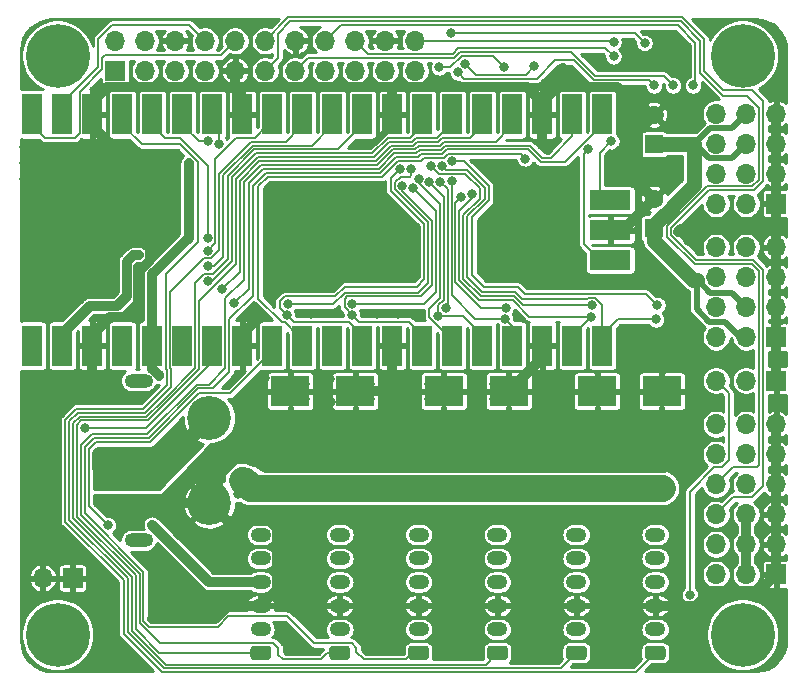
<source format=gbl>
G04 #@! TF.GenerationSoftware,KiCad,Pcbnew,(5.1.10)-1*
G04 #@! TF.CreationDate,2021-06-06T14:26:22+02:00*
G04 #@! TF.ProjectId,ww2020,77773230-3230-42e6-9b69-6361645f7063,rev?*
G04 #@! TF.SameCoordinates,Original*
G04 #@! TF.FileFunction,Copper,L2,Bot*
G04 #@! TF.FilePolarity,Positive*
%FSLAX46Y46*%
G04 Gerber Fmt 4.6, Leading zero omitted, Abs format (unit mm)*
G04 Created by KiCad (PCBNEW (5.1.10)-1) date 2021-06-06 14:26:22*
%MOMM*%
%LPD*%
G01*
G04 APERTURE LIST*
G04 #@! TA.AperFunction,SMDPad,CuDef*
%ADD10R,3.500000X1.700000*%
G04 #@! TD*
G04 #@! TA.AperFunction,SMDPad,CuDef*
%ADD11R,1.700000X3.500000*%
G04 #@! TD*
G04 #@! TA.AperFunction,ComponentPad*
%ADD12C,1.600000*%
G04 #@! TD*
G04 #@! TA.AperFunction,ComponentPad*
%ADD13R,1.600000X1.600000*%
G04 #@! TD*
G04 #@! TA.AperFunction,ComponentPad*
%ADD14O,1.700000X1.700000*%
G04 #@! TD*
G04 #@! TA.AperFunction,ComponentPad*
%ADD15R,1.700000X1.700000*%
G04 #@! TD*
G04 #@! TA.AperFunction,ComponentPad*
%ADD16O,2.400000X1.200000*%
G04 #@! TD*
G04 #@! TA.AperFunction,ComponentPad*
%ADD17C,3.716000*%
G04 #@! TD*
G04 #@! TA.AperFunction,ComponentPad*
%ADD18C,0.630000*%
G04 #@! TD*
G04 #@! TA.AperFunction,SMDPad,CuDef*
%ADD19R,3.300000X2.600000*%
G04 #@! TD*
G04 #@! TA.AperFunction,ComponentPad*
%ADD20O,1.750000X1.200000*%
G04 #@! TD*
G04 #@! TA.AperFunction,ComponentPad*
%ADD21C,0.800000*%
G04 #@! TD*
G04 #@! TA.AperFunction,ComponentPad*
%ADD22C,5.400000*%
G04 #@! TD*
G04 #@! TA.AperFunction,ViaPad*
%ADD23C,0.800000*%
G04 #@! TD*
G04 #@! TA.AperFunction,Conductor*
%ADD24C,0.812800*%
G04 #@! TD*
G04 #@! TA.AperFunction,Conductor*
%ADD25C,0.508000*%
G04 #@! TD*
G04 #@! TA.AperFunction,Conductor*
%ADD26C,0.609600*%
G04 #@! TD*
G04 #@! TA.AperFunction,Conductor*
%ADD27C,2.286000*%
G04 #@! TD*
G04 #@! TA.AperFunction,Conductor*
%ADD28C,1.270000*%
G04 #@! TD*
G04 #@! TA.AperFunction,Conductor*
%ADD29C,0.203200*%
G04 #@! TD*
G04 #@! TA.AperFunction,Conductor*
%ADD30C,0.254000*%
G04 #@! TD*
G04 #@! TA.AperFunction,Conductor*
%ADD31C,0.100000*%
G04 #@! TD*
G04 APERTURE END LIST*
D10*
X150300000Y-64790000D03*
X150300000Y-62250000D03*
X150300000Y-59710000D03*
D11*
X149630000Y-72040000D03*
X147090000Y-72040000D03*
X144550000Y-72040000D03*
X142010000Y-72040000D03*
X139470000Y-72040000D03*
X136930000Y-72040000D03*
X134390000Y-72040000D03*
X131850000Y-72040000D03*
X129310000Y-72040000D03*
X126770000Y-72040000D03*
X124230000Y-72040000D03*
X121690000Y-72040000D03*
X119150000Y-72040000D03*
X116610000Y-72040000D03*
X114070000Y-72040000D03*
X111530000Y-72040000D03*
X108990000Y-72040000D03*
X106450000Y-72040000D03*
X103910000Y-72040000D03*
X101370000Y-72040000D03*
X149630000Y-52460000D03*
X147090000Y-52460000D03*
X144550000Y-52460000D03*
X142010000Y-52460000D03*
X139470000Y-52460000D03*
X136930000Y-52460000D03*
X134390000Y-52460000D03*
X131850000Y-52460000D03*
X129310000Y-52460000D03*
X126770000Y-52460000D03*
X124230000Y-52460000D03*
X121690000Y-52460000D03*
X119150000Y-52460000D03*
X116610000Y-52460000D03*
X114070000Y-52460000D03*
X111530000Y-52460000D03*
X108990000Y-52460000D03*
X106450000Y-52460000D03*
X103910000Y-52460000D03*
X101370000Y-52460000D03*
D12*
X154000000Y-59600000D03*
D13*
X154000000Y-62100000D03*
D14*
X159250000Y-63690000D03*
X159250000Y-71310000D03*
X159250000Y-66230000D03*
X159250000Y-68770000D03*
X161790000Y-63690000D03*
X164330000Y-63690000D03*
X161790000Y-66230000D03*
X164330000Y-66230000D03*
X161790000Y-68770000D03*
X164330000Y-68770000D03*
X161790000Y-71310000D03*
D15*
X164330000Y-71310000D03*
D14*
X161790000Y-78700000D03*
X159250000Y-78700000D03*
X164330000Y-78700000D03*
X159250000Y-83780000D03*
X159250000Y-91400000D03*
X159250000Y-81240000D03*
X159250000Y-86320000D03*
X159250000Y-88860000D03*
X161790000Y-81240000D03*
X164330000Y-81240000D03*
X161790000Y-83780000D03*
X164330000Y-83780000D03*
X161790000Y-86320000D03*
X164330000Y-86320000D03*
X161790000Y-88860000D03*
X164330000Y-88860000D03*
X161790000Y-91400000D03*
D15*
X164330000Y-91400000D03*
D16*
X110350000Y-75014001D03*
X110350000Y-88514001D03*
D17*
X116350000Y-78164001D03*
X116350000Y-85364001D03*
D14*
X159250000Y-52400000D03*
X159250000Y-60020000D03*
X159250000Y-54940000D03*
X159250000Y-57480000D03*
X161790000Y-52400000D03*
X164330000Y-52400000D03*
X161790000Y-54940000D03*
X164330000Y-54940000D03*
X161790000Y-57480000D03*
X164330000Y-57480000D03*
X161790000Y-60020000D03*
D15*
X164330000Y-60020000D03*
D18*
X153370000Y-76550000D03*
X153370000Y-75250000D03*
X155970000Y-76550000D03*
X154670000Y-76550000D03*
X154670000Y-75250000D03*
X155970000Y-75250000D03*
D19*
X154670000Y-75900000D03*
D18*
X147870000Y-76550000D03*
X147870000Y-75250000D03*
X150470000Y-76550000D03*
X149170000Y-76550000D03*
X149170000Y-75250000D03*
X150470000Y-75250000D03*
D19*
X149170000Y-75900000D03*
D18*
X140400000Y-76550000D03*
X140400000Y-75250000D03*
X143000000Y-76550000D03*
X141700000Y-76550000D03*
X141700000Y-75250000D03*
X143000000Y-75250000D03*
D19*
X141700000Y-75900000D03*
D18*
X134900000Y-76550000D03*
X134900000Y-75250000D03*
X137500000Y-76550000D03*
X136200000Y-76550000D03*
X136200000Y-75250000D03*
X137500000Y-75250000D03*
D19*
X136200000Y-75900000D03*
D18*
X127400000Y-76550000D03*
X127400000Y-75250000D03*
X130000000Y-76550000D03*
X128700000Y-76550000D03*
X128700000Y-75250000D03*
X130000000Y-75250000D03*
D19*
X128700000Y-75900000D03*
D20*
X154100000Y-88050000D03*
X154100000Y-90050000D03*
X154100000Y-92050000D03*
X154100000Y-94050000D03*
X154100000Y-96050000D03*
G04 #@! TA.AperFunction,ComponentPad*
G36*
G01*
X154725001Y-98650000D02*
X153474999Y-98650000D01*
G75*
G02*
X153225000Y-98400001I0J249999D01*
G01*
X153225000Y-97699999D01*
G75*
G02*
X153474999Y-97450000I249999J0D01*
G01*
X154725001Y-97450000D01*
G75*
G02*
X154975000Y-97699999I0J-249999D01*
G01*
X154975000Y-98400001D01*
G75*
G02*
X154725001Y-98650000I-249999J0D01*
G01*
G37*
G04 #@! TD.AperFunction*
X147420000Y-88050000D03*
X147420000Y-90050000D03*
X147420000Y-92050000D03*
X147420000Y-94050000D03*
X147420000Y-96050000D03*
G04 #@! TA.AperFunction,ComponentPad*
G36*
G01*
X148045001Y-98650000D02*
X146794999Y-98650000D01*
G75*
G02*
X146545000Y-98400001I0J249999D01*
G01*
X146545000Y-97699999D01*
G75*
G02*
X146794999Y-97450000I249999J0D01*
G01*
X148045001Y-97450000D01*
G75*
G02*
X148295000Y-97699999I0J-249999D01*
G01*
X148295000Y-98400001D01*
G75*
G02*
X148045001Y-98650000I-249999J0D01*
G01*
G37*
G04 #@! TD.AperFunction*
X140740000Y-88050000D03*
X140740000Y-90050000D03*
X140740000Y-92050000D03*
X140740000Y-94050000D03*
X140740000Y-96050000D03*
G04 #@! TA.AperFunction,ComponentPad*
G36*
G01*
X141365001Y-98650000D02*
X140114999Y-98650000D01*
G75*
G02*
X139865000Y-98400001I0J249999D01*
G01*
X139865000Y-97699999D01*
G75*
G02*
X140114999Y-97450000I249999J0D01*
G01*
X141365001Y-97450000D01*
G75*
G02*
X141615000Y-97699999I0J-249999D01*
G01*
X141615000Y-98400001D01*
G75*
G02*
X141365001Y-98650000I-249999J0D01*
G01*
G37*
G04 #@! TD.AperFunction*
X134060000Y-88050000D03*
X134060000Y-90050000D03*
X134060000Y-92050000D03*
X134060000Y-94050000D03*
X134060000Y-96050000D03*
G04 #@! TA.AperFunction,ComponentPad*
G36*
G01*
X134685001Y-98650000D02*
X133434999Y-98650000D01*
G75*
G02*
X133185000Y-98400001I0J249999D01*
G01*
X133185000Y-97699999D01*
G75*
G02*
X133434999Y-97450000I249999J0D01*
G01*
X134685001Y-97450000D01*
G75*
G02*
X134935000Y-97699999I0J-249999D01*
G01*
X134935000Y-98400001D01*
G75*
G02*
X134685001Y-98650000I-249999J0D01*
G01*
G37*
G04 #@! TD.AperFunction*
X127380000Y-88050000D03*
X127380000Y-90050000D03*
X127380000Y-92050000D03*
X127380000Y-94050000D03*
X127380000Y-96050000D03*
G04 #@! TA.AperFunction,ComponentPad*
G36*
G01*
X128005001Y-98650000D02*
X126754999Y-98650000D01*
G75*
G02*
X126505000Y-98400001I0J249999D01*
G01*
X126505000Y-97699999D01*
G75*
G02*
X126754999Y-97450000I249999J0D01*
G01*
X128005001Y-97450000D01*
G75*
G02*
X128255000Y-97699999I0J-249999D01*
G01*
X128255000Y-98400001D01*
G75*
G02*
X128005001Y-98650000I-249999J0D01*
G01*
G37*
G04 #@! TD.AperFunction*
D12*
X154700000Y-81600000D03*
D13*
X154700000Y-84100000D03*
D12*
X147200000Y-81600000D03*
D13*
X147200000Y-84100000D03*
D12*
X141750000Y-81600000D03*
D13*
X141750000Y-84100000D03*
D12*
X134250000Y-81600000D03*
D13*
X134250000Y-84100000D03*
D12*
X128750000Y-81600000D03*
D13*
X128750000Y-84100000D03*
D12*
X154000000Y-52500000D03*
D13*
X154000000Y-55000000D03*
D21*
X162931891Y-95068109D03*
X161500000Y-94475000D03*
X160068109Y-95068109D03*
X159475000Y-96500000D03*
X160068109Y-97931891D03*
X161500000Y-98525000D03*
X162931891Y-97931891D03*
X163525000Y-96500000D03*
D22*
X161500000Y-96500000D03*
D21*
X162931891Y-46068109D03*
X161500000Y-45475000D03*
X160068109Y-46068109D03*
X159475000Y-47500000D03*
X160068109Y-48931891D03*
X161500000Y-49525000D03*
X162931891Y-48931891D03*
X163525000Y-47500000D03*
D22*
X161500000Y-47500000D03*
D21*
X104931891Y-95068109D03*
X103500000Y-94475000D03*
X102068109Y-95068109D03*
X101475000Y-96500000D03*
X102068109Y-97931891D03*
X103500000Y-98525000D03*
X104931891Y-97931891D03*
X105525000Y-96500000D03*
D22*
X103500000Y-96500000D03*
D21*
X104931891Y-46068109D03*
X103500000Y-45475000D03*
X102068109Y-46068109D03*
X101475000Y-47500000D03*
X102068109Y-48931891D03*
X103500000Y-49525000D03*
X104931891Y-48931891D03*
X105525000Y-47500000D03*
D22*
X103500000Y-47500000D03*
D14*
X102230000Y-91714001D03*
D15*
X104770000Y-91714001D03*
D14*
X133770000Y-46230000D03*
X133770000Y-48770000D03*
X131230000Y-46230000D03*
X131230000Y-48770000D03*
X128690000Y-46230000D03*
X128690000Y-48770000D03*
X126150000Y-46230000D03*
X126150000Y-48770000D03*
X123610000Y-46230000D03*
X123610000Y-48770000D03*
X121070000Y-46230000D03*
X121070000Y-48770000D03*
X118530000Y-46230000D03*
X118530000Y-48770000D03*
X115990000Y-46230000D03*
X115990000Y-48770000D03*
X113450000Y-46230000D03*
X113450000Y-48770000D03*
X110910000Y-46230000D03*
X110910000Y-48770000D03*
X108370000Y-46230000D03*
D15*
X108370000Y-48770000D03*
D18*
X121900000Y-76550000D03*
X121900000Y-75250000D03*
X124500000Y-76550000D03*
X123200000Y-76550000D03*
X123200000Y-75250000D03*
X124500000Y-75250000D03*
D19*
X123200000Y-75900000D03*
D20*
X120700000Y-88050000D03*
X120700000Y-90050000D03*
X120700000Y-92050000D03*
X120700000Y-94050000D03*
X120700000Y-96050000D03*
G04 #@! TA.AperFunction,ComponentPad*
G36*
G01*
X121325001Y-98650000D02*
X120074999Y-98650000D01*
G75*
G02*
X119825000Y-98400001I0J249999D01*
G01*
X119825000Y-97699999D01*
G75*
G02*
X120074999Y-97450000I249999J0D01*
G01*
X121325001Y-97450000D01*
G75*
G02*
X121575000Y-97699999I0J-249999D01*
G01*
X121575000Y-98400001D01*
G75*
G02*
X121325001Y-98650000I-249999J0D01*
G01*
G37*
G04 #@! TD.AperFunction*
D12*
X121200000Y-81600000D03*
D13*
X121200000Y-84100000D03*
D15*
X164330000Y-74990000D03*
D14*
X161790000Y-74990000D03*
X159250000Y-74990000D03*
D23*
X129921000Y-97917000D03*
X151638000Y-76581000D03*
X120650000Y-76708000D03*
X110300000Y-68000000D03*
X145000000Y-55500000D03*
X107560189Y-75756166D03*
X120600000Y-69600000D03*
X116800000Y-95200000D03*
X111500000Y-95200000D03*
X146300000Y-48500000D03*
X129793600Y-55000000D03*
X157276800Y-62179196D03*
X123835000Y-79974600D03*
X108508800Y-85344010D03*
X156870400Y-63195200D03*
X156057600Y-62382400D03*
X121920000Y-60960000D03*
X123825000Y-60960000D03*
X125730000Y-60960000D03*
X127635000Y-60960000D03*
X121920000Y-62865000D03*
X123825000Y-62865000D03*
X125730000Y-62865000D03*
X129540000Y-62865000D03*
X127635000Y-62865000D03*
X131445000Y-62865000D03*
X133350000Y-62865000D03*
X133350000Y-64770000D03*
X121920000Y-64770000D03*
X121920000Y-66675000D03*
X123825000Y-66675000D03*
X123825000Y-64770000D03*
X125730000Y-64770000D03*
X125730000Y-66675000D03*
X127635000Y-64770000D03*
X129540000Y-64770000D03*
X131445000Y-64770000D03*
X140970000Y-62865000D03*
X140970000Y-64770000D03*
X142875000Y-64770000D03*
X142875000Y-62865000D03*
X144780000Y-62865000D03*
X144780000Y-64770000D03*
X146685000Y-62865000D03*
X146685000Y-64770000D03*
X146685000Y-66675000D03*
X148590000Y-66675000D03*
X144780000Y-66675000D03*
X150495000Y-66675000D03*
X152400000Y-66675000D03*
X154305000Y-66675000D03*
X156210000Y-68580000D03*
X156210000Y-70485000D03*
X140970000Y-57658000D03*
X143002000Y-57658000D03*
X153416000Y-65024000D03*
X155448000Y-67310000D03*
X151638000Y-54356000D03*
X151892000Y-53086000D03*
X101650000Y-55250000D03*
X101650000Y-56600000D03*
X101650000Y-57900000D03*
X100650000Y-55250000D03*
X100650000Y-56600000D03*
X100650000Y-57900000D03*
X108650000Y-55600000D03*
X108650000Y-56850000D03*
X108650000Y-58050000D03*
X109850000Y-58050000D03*
X109900000Y-61350000D03*
X108750000Y-61350000D03*
X102362000Y-84328000D03*
X102362000Y-85852000D03*
X102362000Y-87376000D03*
X102362000Y-88900000D03*
X102362000Y-82804000D03*
X125222000Y-90170000D03*
X125222000Y-86360000D03*
X127254000Y-86360000D03*
X132080000Y-90170000D03*
X130048000Y-90170000D03*
X132334000Y-86360000D03*
X133858000Y-86360000D03*
X136398000Y-90170000D03*
X138684000Y-90170000D03*
X138684000Y-88138000D03*
X138684000Y-86106000D03*
X140462000Y-86106000D03*
X132080000Y-88392000D03*
X125222000Y-88392000D03*
X143002000Y-90170000D03*
X145288000Y-90170000D03*
X145288000Y-88138000D03*
X145288000Y-86360000D03*
X146812000Y-86360000D03*
X150114000Y-90170000D03*
X151892000Y-90170000D03*
X151892000Y-88138000D03*
X151892000Y-86360000D03*
X153924000Y-86360000D03*
X109879843Y-68985843D03*
X124460000Y-93218000D03*
X130810000Y-93218000D03*
X137852000Y-94050000D03*
X144456000Y-94050000D03*
X151060000Y-94050000D03*
X132888000Y-75900000D03*
X131872000Y-75900000D03*
X131850000Y-74906000D03*
X132842000Y-74930000D03*
X145034000Y-75692000D03*
X146050000Y-75692000D03*
X145034000Y-74676000D03*
X146050000Y-74676000D03*
X152344379Y-74731621D03*
X152425379Y-76987379D03*
X157226000Y-74930000D03*
X157226000Y-75946000D03*
X157226000Y-76962000D03*
X138730000Y-75900000D03*
X139382379Y-74739621D03*
X139336379Y-77106379D03*
X126532379Y-74889621D03*
X125522000Y-75900000D03*
X126613379Y-76829379D03*
X121019261Y-74814739D03*
X130556000Y-69342000D03*
X132334000Y-69342000D03*
X124968000Y-69342000D03*
X151892000Y-75438000D03*
X119888000Y-75692000D03*
X109850000Y-56850000D03*
X109850000Y-55600000D03*
X108750000Y-62500000D03*
X109900000Y-62500000D03*
X108500000Y-86500000D03*
X107405990Y-85344010D03*
X131200000Y-96000000D03*
X125200000Y-96000000D03*
X122800000Y-96000000D03*
X136525000Y-98044000D03*
X143129000Y-98044000D03*
X123190000Y-97917000D03*
X119700000Y-82800000D03*
X119700000Y-83700000D03*
X119700000Y-84600000D03*
X118800000Y-84600000D03*
X118800000Y-83700000D03*
X118800000Y-82800000D03*
X114600000Y-56600000D03*
X112100000Y-74600000D03*
X111500000Y-87200000D03*
X110400000Y-64400000D03*
X157031950Y-93161078D03*
X116200000Y-66600000D03*
X117189549Y-54926763D03*
X116252862Y-54746346D03*
X116199996Y-62900000D03*
X116191622Y-63997368D03*
X116200008Y-65254579D03*
X118452915Y-68465717D03*
X117449600Y-67259200D03*
X154165294Y-69811813D03*
X136029765Y-56811470D03*
X138591756Y-59205627D03*
X148697257Y-69576246D03*
X141401265Y-69754270D03*
X136889776Y-58134210D03*
X134981109Y-58202800D03*
X135741241Y-69490769D03*
X132688604Y-58521421D03*
X128444587Y-69440370D03*
X122916990Y-69463516D03*
X132489847Y-57102669D03*
X134080119Y-57905529D03*
X105799996Y-79000000D03*
X107749999Y-87249999D03*
X148440941Y-55399991D03*
X150571200Y-47548800D03*
X150382220Y-54737012D03*
X150571188Y-46329600D03*
X153200000Y-46400000D03*
X136840915Y-45601390D03*
X155600000Y-50000000D03*
X143100000Y-56200000D03*
X107086400Y-83515200D03*
X107000000Y-81200000D03*
X107000000Y-82300000D03*
X122964957Y-68525633D03*
X133431389Y-57048474D03*
X154285906Y-68624498D03*
X136873169Y-56426750D03*
X135102755Y-56809750D03*
X148736290Y-68623169D03*
X141427200Y-68827621D03*
X137690431Y-59422337D03*
X136413250Y-68852067D03*
X135909760Y-58163139D03*
X128422409Y-68513623D03*
X133598203Y-58713533D03*
X135810140Y-48479518D03*
X141325600Y-48463200D03*
X138000000Y-48200000D03*
X143865600Y-48361600D03*
X157289007Y-50000002D03*
X137397563Y-48904571D03*
X154000000Y-50000000D03*
D24*
X145813279Y-50176599D02*
X150888779Y-50176599D01*
X150888779Y-50176599D02*
X153212180Y-52500000D01*
X131553401Y-50153401D02*
X118706599Y-50153401D01*
X131850000Y-53360000D02*
X131850000Y-50450000D01*
X131850000Y-50450000D02*
X131553401Y-50153401D01*
X135546599Y-50153401D02*
X143263523Y-50153401D01*
X143263523Y-50153401D02*
X144550000Y-51439878D01*
X144550000Y-51439878D02*
X144550000Y-53360000D01*
X135546599Y-50153401D02*
X131553401Y-50153401D01*
X118706599Y-50153401D02*
X118530000Y-50330000D01*
X153212180Y-52500000D02*
X154000000Y-52500000D01*
X164330000Y-63690000D02*
X164330000Y-74990000D01*
X154000000Y-52500000D02*
X154400000Y-52500000D01*
X119150000Y-71140000D02*
X119150000Y-71050000D01*
X119150000Y-71050000D02*
X120600000Y-69600000D01*
X116800000Y-95200000D02*
X111500000Y-95200000D01*
X144550000Y-53360000D02*
X144550000Y-55050000D01*
X144550000Y-55050000D02*
X145000000Y-55500000D01*
X106450000Y-74645977D02*
X107160190Y-75356167D01*
X106450000Y-71140000D02*
X106450000Y-74645977D01*
X107160190Y-75356167D02*
X107560189Y-75756166D01*
X144550000Y-71140000D02*
X144550000Y-73050000D01*
X144550000Y-73050000D02*
X141700000Y-75900000D01*
X131850000Y-75212800D02*
X131162800Y-75900000D01*
X131850000Y-71140000D02*
X131850000Y-74906000D01*
X131162800Y-75900000D02*
X128700000Y-75900000D01*
D25*
X164330000Y-60020000D02*
X164330000Y-60170000D01*
D24*
X164330000Y-60170000D02*
X164330000Y-52400000D01*
X144550000Y-51439878D02*
X145813279Y-50176599D01*
X120700000Y-94050000D02*
X117950000Y-94050000D01*
X145813279Y-50176599D02*
X145813279Y-48986721D01*
X110789282Y-65339810D02*
X111339810Y-64789282D01*
X110300000Y-68000000D02*
X110300000Y-65339810D01*
X110300000Y-65339810D02*
X110789282Y-65339810D01*
X145813279Y-48986721D02*
X146300000Y-48500000D01*
X117950000Y-94050000D02*
X116800000Y-95200000D01*
X107713279Y-50176599D02*
X106450000Y-51439878D01*
X106450000Y-51439878D02*
X106450000Y-53360000D01*
X118530000Y-50330000D02*
X118376599Y-50176599D01*
X118376599Y-50176599D02*
X107713279Y-50176599D01*
X154000000Y-52500000D02*
X152666599Y-53833401D01*
X152666599Y-53833401D02*
X152666599Y-58266599D01*
X152666599Y-58266599D02*
X154000000Y-59600000D01*
X149400000Y-62250000D02*
X151350000Y-62250000D01*
X151350000Y-62250000D02*
X154000000Y-59600000D01*
X119150000Y-53360000D02*
X119150000Y-50950000D01*
X164330000Y-91400000D02*
X164330000Y-78700000D01*
X119150000Y-50950000D02*
X118530000Y-50330000D01*
X118530000Y-50330000D02*
X118530000Y-48770000D01*
X164330000Y-63690000D02*
X164330000Y-60020000D01*
X131443600Y-53360000D02*
X131433600Y-53360000D01*
X154144479Y-94094479D02*
X154100000Y-94050000D01*
X157479983Y-94094479D02*
X154144479Y-94094479D01*
X162946599Y-92783401D02*
X158791061Y-92783401D01*
X164330000Y-91400000D02*
X162946599Y-92783401D01*
X158791061Y-92783401D02*
X157479983Y-94094479D01*
D26*
X130147242Y-55000000D02*
X129793600Y-55000000D01*
X131787242Y-53360000D02*
X130147242Y-55000000D01*
X131850000Y-53360000D02*
X131787242Y-53360000D01*
D24*
X164330000Y-61682800D02*
X163833604Y-62179196D01*
X164330000Y-60020000D02*
X164330000Y-61682800D01*
X163833604Y-62179196D02*
X157276800Y-62179196D01*
X106450000Y-71140000D02*
X107968589Y-69621411D01*
X109244274Y-69621411D02*
X109879843Y-68985843D01*
X107968589Y-69621411D02*
X109244274Y-69621411D01*
X110300000Y-68565685D02*
X110300000Y-68000000D01*
X111339810Y-58369932D02*
X111339810Y-64789282D01*
X106450000Y-53480122D02*
X108780939Y-55811061D01*
X106450000Y-53360000D02*
X106450000Y-53480122D01*
D26*
X122209600Y-81600000D02*
X123835000Y-79974600D01*
X121200000Y-81600000D02*
X122209600Y-81600000D01*
D27*
X121200000Y-81600000D02*
X154700000Y-81600000D01*
D24*
X117902589Y-86916590D02*
X116350000Y-85364001D01*
X120700000Y-94050000D02*
X122108410Y-92641590D01*
X122108410Y-92641590D02*
X122108410Y-87580527D01*
X122108410Y-87580527D02*
X121444473Y-86916590D01*
X121444473Y-86916590D02*
X117902589Y-86916590D01*
D27*
X120400001Y-80800001D02*
X121200000Y-81600000D01*
X118286392Y-80800001D02*
X120400001Y-80800001D01*
X116350000Y-82736393D02*
X118286392Y-80800001D01*
X116350000Y-85364001D02*
X116350000Y-82736393D01*
D24*
X116350000Y-85364001D02*
X108528791Y-85364001D01*
X108528791Y-85364001D02*
X108508800Y-85344010D01*
X156260804Y-62179196D02*
X156057600Y-62382400D01*
X157276800Y-62179196D02*
X156260804Y-62179196D01*
X108780939Y-55811061D02*
X109784939Y-56815061D01*
X109879843Y-68985843D02*
X110300000Y-68565685D01*
X131850000Y-74906000D02*
X131850000Y-75212800D01*
X109784939Y-56815061D02*
X111339810Y-58369932D01*
X161790000Y-86320000D02*
X161790000Y-91400000D01*
X111530000Y-71140000D02*
X111530000Y-65999092D01*
X111530000Y-65999092D02*
X114600000Y-62929092D01*
X114600000Y-62929092D02*
X114600000Y-56600000D01*
X120700000Y-92050000D02*
X116350000Y-92050000D01*
X116350000Y-92050000D02*
X111500000Y-87200000D01*
X112093591Y-74593591D02*
X112093591Y-74600000D01*
X112083410Y-74583410D02*
X112093591Y-74593591D01*
X111530000Y-73991118D02*
X112083410Y-74544528D01*
X112083410Y-74544528D02*
X112083410Y-74583410D01*
X111530000Y-71140000D02*
X111530000Y-73991118D01*
D25*
X160558999Y-67538999D02*
X161790000Y-68770000D01*
X158737117Y-67538999D02*
X160558999Y-67538999D01*
X157600000Y-66401882D02*
X158737117Y-67538999D01*
X160558999Y-56171001D02*
X161790000Y-54940000D01*
X161790000Y-71310000D02*
X161310000Y-71310000D01*
X158659119Y-70001001D02*
X157600000Y-68941882D01*
X160001001Y-70001001D02*
X158659119Y-70001001D01*
X161310000Y-71310000D02*
X160001001Y-70001001D01*
X157600000Y-66500000D02*
X157600000Y-66401882D01*
X157600000Y-68941882D02*
X157600000Y-66500000D01*
X161790000Y-52400000D02*
X160558999Y-53631001D01*
D24*
X103910000Y-71019878D02*
X106248278Y-68681600D01*
X103910000Y-71140000D02*
X103910000Y-71019878D01*
X106248278Y-68681600D02*
X108508800Y-68681600D01*
X109360190Y-64950528D02*
X109910718Y-64400000D01*
X109360190Y-67830210D02*
X109360190Y-64950528D01*
X109910718Y-64400000D02*
X110400000Y-64400000D01*
X108508800Y-68681600D02*
X109360190Y-67830210D01*
D28*
X154000000Y-61821350D02*
X155562001Y-60259349D01*
X154000000Y-62100000D02*
X154000000Y-61821350D01*
X157330400Y-66500000D02*
X157600000Y-66500000D01*
X154000000Y-63169600D02*
X157330400Y-66500000D01*
X154000000Y-62100000D02*
X154000000Y-63169600D01*
X155562001Y-60259349D02*
X155562001Y-60237999D01*
X155562001Y-60237999D02*
X157400000Y-58400000D01*
X157400000Y-58400000D02*
X157400000Y-55000000D01*
X157400000Y-55000000D02*
X154000000Y-55000000D01*
D25*
X159168999Y-53631001D02*
X158768999Y-53631001D01*
X158768999Y-53631001D02*
X157400000Y-55000000D01*
X160558999Y-53631001D02*
X159168999Y-53631001D01*
X157488118Y-55000000D02*
X157400000Y-55000000D01*
X158659119Y-56171001D02*
X157488118Y-55000000D01*
X160558999Y-56171001D02*
X158659119Y-56171001D01*
D29*
X160328601Y-76068601D02*
X160328601Y-81757729D01*
X159250000Y-74990000D02*
X160328601Y-76068601D01*
X160328601Y-81757729D02*
X159767729Y-82318601D01*
X157031950Y-84401720D02*
X157031950Y-93161078D01*
X159115069Y-82318601D02*
X157031950Y-84401720D01*
X159767729Y-82318601D02*
X159115069Y-82318601D01*
X131462997Y-54438601D02*
X130142153Y-55759445D01*
X133311399Y-54438601D02*
X131462997Y-54438601D01*
X130142153Y-55759445D02*
X120293779Y-55759445D01*
X118287767Y-64912233D02*
X116600000Y-66600000D01*
X116600000Y-66600000D02*
X116200000Y-66600000D01*
X118287767Y-57765457D02*
X118287767Y-64912233D01*
X120293779Y-55759445D02*
X118287767Y-57765457D01*
X134390000Y-53360000D02*
X133311399Y-54438601D01*
X116610000Y-53360000D02*
X117189549Y-53939549D01*
X117189549Y-53939549D02*
X117189549Y-54926763D01*
X115456346Y-54746346D02*
X116252862Y-54746346D01*
X114070000Y-53360000D02*
X115456346Y-54746346D01*
X109113935Y-96446915D02*
X112367020Y-99700000D01*
X152450000Y-99700000D02*
X154100000Y-98050000D01*
X112367020Y-99700000D02*
X152450000Y-99700000D01*
X109113935Y-95686065D02*
X109100000Y-95700000D01*
X109113935Y-95686065D02*
X109113935Y-96446915D01*
X105087936Y-77380766D02*
X104155131Y-78313573D01*
X109113935Y-91888913D02*
X109113935Y-95686065D01*
X104155131Y-78313573D02*
X104155131Y-86930109D01*
X108990000Y-53360000D02*
X110630000Y-55000000D01*
X112635011Y-74036969D02*
X112728600Y-74130559D01*
X115369789Y-63230211D02*
X112635011Y-65964989D01*
X104155131Y-86930109D02*
X109113935Y-91888913D01*
X110630000Y-55000000D02*
X113898040Y-55000000D01*
X112728600Y-75403448D02*
X110751282Y-77380766D01*
X112635011Y-65964989D02*
X112635011Y-74036969D01*
X110751282Y-77380766D02*
X105087936Y-77380766D01*
X113898040Y-55000000D02*
X115369789Y-56471750D01*
X115369789Y-56471750D02*
X115369789Y-63230211D01*
X112728600Y-74130559D02*
X112728600Y-75403448D01*
X111530000Y-53360000D02*
X112608601Y-54438601D01*
X113838601Y-54438601D02*
X116199996Y-56799996D01*
X112608601Y-54438601D02*
X113838601Y-54438601D01*
X116199996Y-56799996D02*
X116199996Y-62900000D01*
X117169789Y-57482471D02*
X119883448Y-54768812D01*
X122821188Y-54768812D02*
X124230000Y-53360000D01*
X110888065Y-77710977D02*
X113058811Y-75540231D01*
X112503796Y-99369790D02*
X109444146Y-96310138D01*
X104485341Y-78450349D02*
X105224713Y-77710977D01*
X147420000Y-98050000D02*
X146100211Y-99369789D01*
X113058811Y-75540231D02*
X113058811Y-73993782D01*
X146100211Y-99369789D02*
X112503796Y-99369790D01*
X112991399Y-67513693D02*
X115879123Y-64625969D01*
X113058811Y-73993782D02*
X112991399Y-73926370D01*
X109444146Y-91752136D02*
X104485341Y-86793331D01*
X112991399Y-73926370D02*
X112991399Y-67513693D01*
X109444146Y-96310138D02*
X109444146Y-91752136D01*
X104485341Y-86793331D02*
X104485341Y-78450349D01*
X105224713Y-77710977D02*
X110888065Y-77710977D01*
X116525969Y-64625969D02*
X117169789Y-63982149D01*
X119883448Y-54768812D02*
X122821188Y-54768812D01*
X115879123Y-64625969D02*
X116525969Y-64625969D01*
X117169789Y-63982149D02*
X117169789Y-57482471D01*
X116191622Y-63997368D02*
X116839578Y-63349412D01*
X121270824Y-53360000D02*
X121690000Y-53360000D01*
X120192223Y-54438601D02*
X121270824Y-53360000D01*
X116839578Y-56201535D02*
X118602512Y-54438601D01*
X116839578Y-63349412D02*
X116839578Y-56201535D01*
X118602512Y-54438601D02*
X120192223Y-54438601D01*
X112383013Y-76683015D02*
X112383013Y-76683014D01*
X112383012Y-76683012D02*
X112383013Y-76683015D01*
X115148600Y-66721068D02*
X115898270Y-65971398D01*
X117900000Y-64742796D02*
X117900000Y-57686236D01*
X120157002Y-55429234D02*
X127240766Y-55429234D01*
X127240766Y-55429234D02*
X129310000Y-53360000D01*
X117900000Y-57686236D02*
X120157002Y-55429234D01*
X115898270Y-65971398D02*
X116671398Y-65971398D01*
X112383012Y-76683012D02*
X115148600Y-73917424D01*
X115148600Y-73917424D02*
X115148600Y-66721068D01*
X116671398Y-65971398D02*
X117900000Y-64742796D01*
X112640573Y-99039579D02*
X109774357Y-96173361D01*
X105361490Y-78041188D02*
X111024837Y-78041188D01*
X104815550Y-86656552D02*
X104815550Y-78587128D01*
X104815550Y-78587128D02*
X105361490Y-78041188D01*
X109774357Y-91615359D02*
X104815550Y-86656552D01*
X111024837Y-78041188D02*
X112383012Y-76683012D01*
X139750421Y-99039579D02*
X112640573Y-99039579D01*
X109774357Y-96173361D02*
X109774357Y-91615359D01*
X140740000Y-98050000D02*
X139750421Y-99039579D01*
X120020225Y-55099023D02*
X125030977Y-55099023D01*
X116200008Y-65254579D02*
X116765693Y-65254579D01*
X116765693Y-65254579D02*
X117500000Y-64520272D01*
X125030977Y-55099023D02*
X126770000Y-53360000D01*
X117500000Y-57619248D02*
X120020225Y-55099023D01*
X117500000Y-64520272D02*
X117500000Y-57619248D01*
X134019536Y-56089657D02*
X134281558Y-55827635D01*
X117063030Y-95835011D02*
X111236971Y-95835011D01*
X143364206Y-55429234D02*
X144400193Y-56465221D01*
X115404852Y-75660420D02*
X116639580Y-75660420D01*
X130826039Y-57410500D02*
X132146882Y-56089657D01*
X146459425Y-56465221D02*
X149564646Y-53360000D01*
X132146882Y-56089657D02*
X134019536Y-56089657D01*
X105806180Y-80626834D02*
X106574202Y-79858812D01*
X149564646Y-53360000D02*
X149630000Y-53360000D01*
X118018812Y-74281188D02*
X118018812Y-69788810D01*
X116639580Y-75660420D02*
X118018812Y-74281188D01*
X111206460Y-79858812D02*
X115404852Y-75660420D01*
X106574202Y-79858812D02*
X111206460Y-79858812D01*
X134281558Y-55827635D02*
X136074978Y-55827635D01*
X105806180Y-86246218D02*
X105806180Y-80626834D01*
X110764990Y-91205028D02*
X105806180Y-86246218D01*
X111236971Y-95835011D02*
X110764990Y-95363030D01*
X110764990Y-95363030D02*
X110764990Y-91205028D01*
X117958460Y-94939580D02*
X117063030Y-95835011D01*
X136074978Y-55827635D02*
X136473379Y-55429234D01*
X144400193Y-56465221D02*
X146459425Y-56465221D01*
X136473379Y-55429234D02*
X143364206Y-55429234D01*
X120015011Y-58537201D02*
X121141712Y-57410500D01*
X120015011Y-67792611D02*
X120015011Y-58537201D01*
X118018812Y-69788810D02*
X120015011Y-67792611D01*
X121141712Y-57410500D02*
X130826039Y-57410500D01*
X125621390Y-97221390D02*
X125221390Y-97221390D01*
X125221390Y-97221390D02*
X122939580Y-94939580D01*
X122939580Y-94939580D02*
X117958460Y-94939580D01*
X125621390Y-97221390D02*
X125491390Y-97221390D01*
X134060000Y-98050000D02*
X133550000Y-98050000D01*
X133550000Y-98050000D02*
X133000000Y-98600000D01*
X133000000Y-98600000D02*
X129400000Y-98600000D01*
X129400000Y-98600000D02*
X128800000Y-98000000D01*
X128800000Y-98000000D02*
X128800000Y-97600000D01*
X128800000Y-97600000D02*
X128421390Y-97221390D01*
X128421390Y-97221390D02*
X125621390Y-97221390D01*
X147090000Y-53360000D02*
X147090000Y-54308040D01*
X143500983Y-55099023D02*
X136336588Y-55099023D01*
X147090000Y-54308040D02*
X145263030Y-56135010D01*
X135938187Y-55497424D02*
X134144781Y-55497424D01*
X133882759Y-55759446D02*
X132010105Y-55759446D01*
X144536970Y-56135010D02*
X143500983Y-55099023D01*
X120862323Y-57080289D02*
X119684800Y-58257812D01*
X119684800Y-58257812D02*
X119684800Y-67233832D01*
X130689262Y-57080289D02*
X120862323Y-57080289D01*
X134144781Y-55497424D02*
X133882759Y-55759446D01*
X132010105Y-55759446D02*
X130689262Y-57080289D01*
X145263030Y-56135010D02*
X144536970Y-56135010D01*
X119684800Y-67233832D02*
X118452915Y-68465717D01*
X136336588Y-55099023D02*
X135938187Y-55497424D01*
X117688601Y-68036199D02*
X119278400Y-66446400D01*
X120725546Y-56750078D02*
X130552485Y-56750078D01*
X130552485Y-56750078D02*
X131873329Y-55429234D01*
X133745983Y-55429234D02*
X134065778Y-55109439D01*
X116331273Y-75330209D02*
X117688601Y-73972881D01*
X119278400Y-58197224D02*
X120725546Y-56750078D01*
X131873329Y-55429234D02*
X133745983Y-55429234D01*
X105475969Y-86382995D02*
X105475969Y-80490057D01*
X134065778Y-55109439D02*
X135859184Y-55109439D01*
X110434779Y-95499807D02*
X110434779Y-91341805D01*
X135859184Y-55109439D02*
X136199811Y-54768812D01*
X106437425Y-79528601D02*
X111069683Y-79528601D01*
X115268075Y-75330209D02*
X116331273Y-75330209D01*
X119278400Y-66446400D02*
X119278400Y-58197224D01*
X136199811Y-54768812D02*
X140601188Y-54768812D01*
X140601188Y-54768812D02*
X142010000Y-53360000D01*
X110434779Y-91341805D02*
X105475969Y-86382995D01*
X112156362Y-97221390D02*
X110434779Y-95499807D01*
X117688601Y-73972881D02*
X117688601Y-68036199D01*
X111069683Y-79528601D02*
X115268075Y-75330209D01*
X105475969Y-80490057D02*
X106437425Y-79528601D01*
X127380000Y-98050000D02*
X126350000Y-98050000D01*
X126350000Y-98050000D02*
X125800000Y-98600000D01*
X125800000Y-98600000D02*
X122600000Y-98600000D01*
X122600000Y-98600000D02*
X122200000Y-98200000D01*
X122200000Y-97642780D02*
X121778610Y-97221390D01*
X122200000Y-98200000D02*
X122200000Y-97642780D01*
X121778610Y-97221390D02*
X112156362Y-97221390D01*
X136063034Y-54438601D02*
X138391399Y-54438601D01*
X138391399Y-54438601D02*
X139470000Y-53360000D01*
X131736552Y-55099023D02*
X133609206Y-55099023D01*
X133609206Y-55099023D02*
X133939405Y-54768824D01*
X133939405Y-54768824D02*
X135732811Y-54768824D01*
X130415708Y-56419867D02*
X131736552Y-55099023D01*
X135732811Y-54768824D02*
X136063034Y-54438601D01*
X120588769Y-56419867D02*
X130415708Y-56419867D01*
X118948189Y-58060447D02*
X120588769Y-56419867D01*
X118948189Y-65760611D02*
X118948189Y-58060447D01*
X117449600Y-67259200D02*
X118948189Y-65760611D01*
X134702614Y-54438614D02*
X134721600Y-54438614D01*
X134702601Y-54438601D02*
X134702614Y-54438614D01*
X134702601Y-54438601D02*
X134334199Y-54438601D01*
X134334199Y-54438601D02*
X135596060Y-54438601D01*
X136674661Y-53360000D02*
X136930000Y-53360000D01*
X135596060Y-54438601D02*
X136674661Y-53360000D01*
X120430556Y-56089656D02*
X130278931Y-56089656D01*
X130278931Y-56089656D02*
X131599775Y-54768812D01*
X133802640Y-54438601D02*
X134334199Y-54438601D01*
X120700000Y-98050000D02*
X112117984Y-98050000D01*
X105498267Y-78371399D02*
X111161615Y-78371399D01*
X118617978Y-65110892D02*
X118617978Y-57902234D01*
X105145759Y-86519773D02*
X105145759Y-78723907D01*
X133472429Y-54768812D02*
X133802640Y-54438601D01*
X112117984Y-98050000D02*
X110104568Y-96036584D01*
X118617978Y-57902234D02*
X120430556Y-56089656D01*
X131599775Y-54768812D02*
X133472429Y-54768812D01*
X115478811Y-68250059D02*
X118617978Y-65110892D01*
X110104568Y-96036584D02*
X110104568Y-91478582D01*
X105145759Y-78723907D02*
X105498267Y-78371399D01*
X115478811Y-74054201D02*
X115478811Y-68250059D01*
X110104568Y-91478582D02*
X105145759Y-86519773D01*
X111161615Y-78371399D02*
X115478811Y-74054201D01*
X150958187Y-69811813D02*
X149630000Y-71140000D01*
X154165294Y-69811813D02*
X150958187Y-69811813D01*
X139550576Y-58534364D02*
X139161706Y-58145494D01*
X136389382Y-57171087D02*
X136029765Y-56811470D01*
X138187299Y-57171087D02*
X136389382Y-57171087D01*
X139161706Y-58145494D02*
X138187299Y-57171087D01*
X149630000Y-71140000D02*
X149630000Y-68586547D01*
X149038020Y-67994567D02*
X148384905Y-67994567D01*
X148384905Y-67994567D02*
X148307472Y-68072000D01*
X139395200Y-67462400D02*
X138176000Y-66243200D01*
X149630000Y-68586547D02*
X149038020Y-67994567D01*
X138176000Y-66243200D02*
X138176000Y-61102612D01*
X138176000Y-61102612D02*
X139674589Y-59604023D01*
X142849600Y-68072000D02*
X142240000Y-67462400D01*
X142240000Y-67462400D02*
X139395200Y-67462400D01*
X139674589Y-59604023D02*
X139674589Y-58658377D01*
X139674589Y-58658377D02*
X139161706Y-58145494D01*
X148307472Y-68072000D02*
X142849600Y-68072000D01*
X147090000Y-71140000D02*
X147133503Y-71140000D01*
X138591756Y-59205627D02*
X138591756Y-59528244D01*
X143419870Y-69576246D02*
X148697257Y-69576246D01*
X137515578Y-60604422D02*
X137515578Y-66516754D01*
X142042635Y-68199011D02*
X143419870Y-69576246D01*
X139197835Y-68199011D02*
X142042635Y-68199011D01*
X137515578Y-66516754D02*
X139197835Y-68199011D01*
X147133503Y-71140000D02*
X148697257Y-69576246D01*
X138591756Y-59528244D02*
X137515578Y-60604422D01*
X142010000Y-71140000D02*
X142010000Y-70363005D01*
X142010000Y-70363005D02*
X141401265Y-69754270D01*
X138842270Y-69754270D02*
X136855156Y-67767156D01*
X136855156Y-67767156D02*
X136855156Y-58168830D01*
X141401265Y-69754270D02*
X138842270Y-69754270D01*
X136855156Y-58168830D02*
X136889776Y-58134210D01*
X137820769Y-69490769D02*
X135741241Y-69490769D01*
X134981109Y-58202800D02*
X136194734Y-59416425D01*
X139470000Y-71140000D02*
X137820769Y-69490769D01*
X136194734Y-59416425D02*
X136194734Y-68181594D01*
X135741241Y-68635087D02*
X135741241Y-69490769D01*
X136194734Y-68181594D02*
X135741241Y-68635087D01*
X134390000Y-71140000D02*
X133252442Y-70002442D01*
X133252442Y-70002442D02*
X129006659Y-70002442D01*
X129006659Y-70002442D02*
X128444587Y-69440370D01*
X127977998Y-67868800D02*
X134264466Y-67868800D01*
X127793799Y-68789582D02*
X127793799Y-68052999D01*
X128444587Y-69440370D02*
X127793799Y-68789582D01*
X135204101Y-61442501D02*
X132688604Y-58927004D01*
X132688604Y-58927004D02*
X132688604Y-58521421D01*
X134264466Y-67868800D02*
X135204101Y-66929165D01*
X135204101Y-66929165D02*
X135204101Y-61442501D01*
X127793799Y-68052999D02*
X127977998Y-67868800D01*
X123481285Y-70027811D02*
X122916990Y-69463516D01*
X129310000Y-71140000D02*
X128197811Y-70027811D01*
X128197811Y-70027811D02*
X123481285Y-70027811D01*
X127812800Y-67056000D02*
X127000000Y-67868800D01*
X122326400Y-68275200D02*
X122326400Y-68872926D01*
X133908800Y-67056000D02*
X127812800Y-67056000D01*
X122732800Y-67868800D02*
X122326400Y-68275200D01*
X127000000Y-67868800D02*
X122732800Y-67868800D01*
X134543679Y-66421121D02*
X133908800Y-67056000D01*
X122326400Y-68872926D02*
X122916990Y-69463516D01*
X131729792Y-58923604D02*
X132923094Y-60116906D01*
X134543679Y-63373121D02*
X134543679Y-66421121D01*
X134543679Y-63373121D02*
X134543679Y-62204479D01*
X134543679Y-61737491D02*
X131729792Y-58923604D01*
X134543679Y-62204479D02*
X134543679Y-61737491D01*
X131729792Y-58923604D02*
X131729792Y-57862724D01*
X131729792Y-57862724D02*
X132489847Y-57102669D01*
X134975622Y-68933718D02*
X135864523Y-68044817D01*
X134975622Y-69614140D02*
X134975622Y-68933718D01*
X135864523Y-68044817D02*
X135864523Y-60027008D01*
X134174443Y-57905529D02*
X134080119Y-57905529D01*
X136930000Y-71140000D02*
X136501482Y-71140000D01*
X134080119Y-58242604D02*
X134080119Y-57905529D01*
X134315200Y-58046286D02*
X134174443Y-57905529D01*
X135864523Y-60027008D02*
X134080119Y-58242604D01*
X136501482Y-71140000D02*
X134975622Y-69614140D01*
X116610000Y-71140000D02*
X116610000Y-73490000D01*
X116610000Y-71140000D02*
X116610000Y-73390000D01*
X116610000Y-73390000D02*
X111000000Y-79000000D01*
X111000000Y-79000000D02*
X105799996Y-79000000D01*
X121690000Y-71140000D02*
X121690000Y-72511482D01*
X111352023Y-80189023D02*
X106710979Y-80189023D01*
X118124082Y-76077400D02*
X115463646Y-76077400D01*
X115463646Y-76077400D02*
X111352023Y-80189023D01*
X106136391Y-80763611D02*
X106136391Y-85636391D01*
X106136391Y-85636391D02*
X107749999Y-87249999D01*
X121690000Y-72511482D02*
X118124082Y-76077400D01*
X106710979Y-80189023D02*
X106136391Y-80763611D01*
X148040942Y-63430942D02*
X148040942Y-55799990D01*
X149400000Y-64790000D02*
X148040942Y-63430942D01*
X148040942Y-55799990D02*
X148440941Y-55399991D01*
X129790211Y-47330211D02*
X136936777Y-47330211D01*
X128690000Y-46230000D02*
X129790211Y-47330211D01*
X136936777Y-47330211D02*
X137436777Y-46830211D01*
X137436777Y-46830211D02*
X149852611Y-46830211D01*
X149852611Y-46830211D02*
X150571200Y-47548800D01*
X149400000Y-55719232D02*
X150382220Y-54737012D01*
X149400000Y-59710000D02*
X149400000Y-55719232D01*
X133770000Y-46230000D02*
X150471588Y-46230000D01*
X150471588Y-46230000D02*
X150571188Y-46329600D01*
X103910000Y-51521530D02*
X103910000Y-53360000D01*
X106961188Y-48470342D02*
X103910000Y-51521530D01*
X106961188Y-46042482D02*
X106961188Y-48470342D01*
X108103670Y-44900000D02*
X106961188Y-46042482D01*
X114660000Y-44900000D02*
X108103670Y-44900000D01*
X115990000Y-46230000D02*
X114660000Y-44900000D01*
X107291399Y-47708601D02*
X107550000Y-47450000D01*
X105371399Y-50527119D02*
X107291399Y-48607119D01*
X105371399Y-54010083D02*
X105371399Y-50527119D01*
X117310000Y-47450000D02*
X118530000Y-46230000D01*
X107550000Y-47450000D02*
X117310000Y-47450000D01*
X104942881Y-54438601D02*
X105371399Y-54010083D01*
X107291399Y-48607119D02*
X107291399Y-47708601D01*
X102448601Y-54438601D02*
X104942881Y-54438601D01*
X101370000Y-53360000D02*
X102448601Y-54438601D01*
X152401390Y-45601390D02*
X136840915Y-45601390D01*
X153200000Y-46400000D02*
X152401390Y-45601390D01*
X124719578Y-47660422D02*
X123610000Y-48770000D01*
X137073554Y-47660422D02*
X124719578Y-47660422D01*
X137573554Y-47160422D02*
X137073554Y-47660422D01*
X149011377Y-49211377D02*
X146960422Y-47160422D01*
X146960422Y-47160422D02*
X137573554Y-47160422D01*
X154811377Y-49211377D02*
X149011377Y-49211377D01*
X155600000Y-50000000D02*
X154811377Y-49211377D01*
X162307729Y-84858601D02*
X163251399Y-83914931D01*
X160711399Y-84858601D02*
X162307729Y-84858601D01*
X159250000Y-86320000D02*
X160711399Y-84858601D01*
X163251399Y-83914931D02*
X163251399Y-71451399D01*
X163251399Y-71451399D02*
X163251399Y-71348601D01*
X156395235Y-44253610D02*
X123046390Y-44253610D01*
X158223239Y-46081614D02*
X156395235Y-44253610D01*
X162444506Y-58888812D02*
X163251399Y-58081919D01*
X163251399Y-71451399D02*
X163251399Y-65628081D01*
X163251399Y-65628081D02*
X162391919Y-64768601D01*
X157545761Y-64768601D02*
X155422590Y-62645430D01*
X158620856Y-58888812D02*
X162444506Y-58888812D01*
X163251399Y-51367119D02*
X162312881Y-50428601D01*
X155422590Y-62087078D02*
X158620856Y-58888812D01*
X123046390Y-44253610D02*
X121070000Y-46230000D01*
X163251399Y-58081919D02*
X163251399Y-51367119D01*
X162391919Y-64768601D02*
X157545761Y-64768601D01*
X159872696Y-50428601D02*
X158223239Y-48779144D01*
X155422590Y-62645430D02*
X155422590Y-62087078D01*
X158223239Y-48779144D02*
X158223239Y-46081614D01*
X162312881Y-50428601D02*
X159872696Y-50428601D01*
X160711399Y-82318601D02*
X162681399Y-82318601D01*
X162681399Y-82318601D02*
X162868601Y-82131399D01*
X159250000Y-83780000D02*
X160711399Y-82318601D01*
X162868601Y-82131399D02*
X162868601Y-71568601D01*
X162868601Y-71568601D02*
X162868601Y-71368601D01*
X161100000Y-50900000D02*
X160900000Y-50900000D01*
X122148601Y-45618387D02*
X122148601Y-47691399D01*
X157893028Y-48915921D02*
X157893028Y-46218391D01*
X123183167Y-44583821D02*
X122148601Y-45618387D01*
X159877107Y-50900000D02*
X157893028Y-48915921D01*
X156258458Y-44583821D02*
X123183167Y-44583821D01*
X157893028Y-46218391D02*
X156258458Y-44583821D01*
X122148601Y-47691399D02*
X121070000Y-48770000D01*
X161100000Y-50900000D02*
X159877107Y-50900000D01*
X162868601Y-65712271D02*
X162868601Y-71568601D01*
X162307729Y-65151399D02*
X162868601Y-65712271D01*
X159436199Y-65151399D02*
X159512000Y-65151399D01*
X159436199Y-65151399D02*
X162307729Y-65151399D01*
X161886330Y-50900000D02*
X161100000Y-50900000D01*
X162868601Y-51882271D02*
X161886330Y-50900000D01*
X162307729Y-58558601D02*
X162868601Y-57997729D01*
X158484079Y-58558601D02*
X162307729Y-58558601D01*
X155092379Y-61950301D02*
X158484079Y-58558601D01*
X159436199Y-65151399D02*
X157429281Y-65151399D01*
X162868601Y-57997729D02*
X162868601Y-51882271D01*
X155092379Y-62814497D02*
X155092379Y-61950301D01*
X157429281Y-65151399D02*
X155092379Y-62814497D01*
X142900000Y-56100000D02*
X142900000Y-56000000D01*
X143000000Y-56100000D02*
X143100000Y-56200000D01*
X142900000Y-56100000D02*
X143000000Y-56100000D01*
X122722881Y-70061399D02*
X122486999Y-70061399D01*
X121278489Y-57740711D02*
X130962816Y-57740711D01*
X123801482Y-71140000D02*
X122722881Y-70061399D01*
X132283659Y-56419868D02*
X134251496Y-56419868D01*
X124230000Y-71140000D02*
X123801482Y-71140000D01*
X134251496Y-56419868D02*
X134513518Y-56157846D01*
X120497600Y-58521600D02*
X121278489Y-57740711D01*
X136571453Y-55798148D02*
X142698148Y-55798148D01*
X120497600Y-68072000D02*
X120497600Y-58521600D01*
X122486999Y-70061399D02*
X120497600Y-68072000D01*
X136211755Y-56157846D02*
X136571453Y-55798148D01*
X134513518Y-56157846D02*
X136211755Y-56157846D01*
X142698148Y-55798148D02*
X143100000Y-56200000D01*
X130962816Y-57740711D02*
X132283659Y-56419868D01*
D27*
X154700000Y-84100000D02*
X121200000Y-84100000D01*
D26*
X121200000Y-84100000D02*
X120879200Y-84100000D01*
D28*
X116350000Y-78164001D02*
X110998801Y-83515200D01*
X110998801Y-83515200D02*
X107086400Y-83515200D01*
X107000000Y-82300000D02*
X107000000Y-81200000D01*
X107086400Y-82386400D02*
X107086400Y-83515200D01*
X107000000Y-82300000D02*
X107086400Y-82386400D01*
D27*
X121200000Y-84100000D02*
X119800000Y-84100000D01*
X119800000Y-84100000D02*
X119099452Y-83399451D01*
D26*
X120700000Y-84600000D02*
X121200000Y-84100000D01*
X118800000Y-84600000D02*
X120700000Y-84600000D01*
X119900000Y-82800000D02*
X121200000Y-84100000D01*
X119700000Y-82800000D02*
X119900000Y-82800000D01*
X118800000Y-83700000D02*
X118800000Y-84600000D01*
D29*
X128498590Y-67538590D02*
X128803347Y-67538593D01*
X126810155Y-68525633D02*
X127797198Y-67538590D01*
X122964957Y-68525633D02*
X126810155Y-68525633D01*
X127797198Y-67538590D02*
X128143010Y-67538590D01*
X128143010Y-67538590D02*
X128498590Y-67538590D01*
X134873890Y-66700510D02*
X134035811Y-67538589D01*
X134035811Y-67538589D02*
X128143010Y-67538590D01*
X134873892Y-62128292D02*
X134873892Y-62179200D01*
X134873890Y-62128290D02*
X134873892Y-62128292D01*
X134873890Y-62128290D02*
X134873890Y-66700510D01*
X134873889Y-61925089D02*
X134873892Y-61925092D01*
X134873890Y-61925090D02*
X134873889Y-61925089D01*
X134873890Y-62128290D02*
X134873890Y-61925090D01*
X134873890Y-62128290D02*
X134873890Y-61600714D01*
X132060003Y-58786827D02*
X132060003Y-58219690D01*
X132060003Y-58219690D02*
X132548423Y-57731270D01*
X132548423Y-57731270D02*
X133314278Y-57731270D01*
X133314278Y-57731270D02*
X133431389Y-57614159D01*
X134873890Y-61600714D02*
X132060003Y-58786827D01*
X133431389Y-57614159D02*
X133431389Y-57048474D01*
X138582400Y-61772800D02*
X138582400Y-62585600D01*
X140004799Y-59740800D02*
X140004799Y-58521600D01*
X138582400Y-61163200D02*
X140004799Y-59740800D01*
X138582400Y-62585600D02*
X138582400Y-61163200D01*
X140004799Y-58521600D02*
X137909949Y-56426750D01*
X137909949Y-56426750D02*
X136873169Y-56426750D01*
X143052800Y-67665600D02*
X148296539Y-67665600D01*
X142443200Y-67056000D02*
X143052800Y-67665600D01*
X153885907Y-68224499D02*
X154285906Y-68624498D01*
X138582400Y-66040000D02*
X139598400Y-67056000D01*
X148297783Y-67664356D02*
X153325764Y-67664356D01*
X148296539Y-67665600D02*
X148297783Y-67664356D01*
X139598400Y-67056000D02*
X142443200Y-67056000D01*
X153325764Y-67664356D02*
X153885907Y-68224499D01*
X138582400Y-62585600D02*
X138582400Y-66040000D01*
X137845789Y-61432823D02*
X137845789Y-61696611D01*
X139220366Y-59591258D02*
X139220366Y-58696434D01*
X139220366Y-58696434D02*
X138025230Y-57501298D01*
X137845789Y-61696611D02*
X137845789Y-60965835D01*
X138025230Y-57501298D02*
X135794303Y-57501298D01*
X137845789Y-60965835D02*
X139220366Y-59591258D01*
X135794303Y-57501298D02*
X135102755Y-56809750D01*
X137845789Y-61696611D02*
X137845789Y-66379977D01*
X137845789Y-66379977D02*
X139334612Y-67868800D01*
X139334612Y-67868800D02*
X142179412Y-67868800D01*
X142179412Y-67868800D02*
X142933781Y-68623169D01*
X142933781Y-68623169D02*
X148736290Y-68623169D01*
X137185367Y-59927401D02*
X137690431Y-59422337D01*
X137185367Y-66653531D02*
X137185367Y-59927401D01*
X139359457Y-68827621D02*
X137185367Y-66653531D01*
X141427200Y-68827621D02*
X139359457Y-68827621D01*
X135956436Y-58163139D02*
X135909760Y-58163139D01*
X136524945Y-68740372D02*
X136524945Y-58778324D01*
X136118545Y-58325248D02*
X135956436Y-58163139D01*
X136413250Y-68852067D02*
X136524945Y-68740372D01*
X136524945Y-58778324D02*
X135909760Y-58163139D01*
X134483265Y-68513623D02*
X128422409Y-68513623D01*
X135534312Y-67462576D02*
X134483265Y-68513623D01*
X135534313Y-61569600D02*
X135534312Y-67462576D01*
X135534311Y-61772887D02*
X135534311Y-60649641D01*
X135534311Y-60649641D02*
X133598203Y-58713533D01*
X136721446Y-48479518D02*
X137710331Y-47490633D01*
X135810140Y-48479518D02*
X136721446Y-48479518D01*
X137710331Y-47490633D02*
X140353033Y-47490633D01*
X140353033Y-47490633D02*
X141325600Y-48463200D01*
X138891802Y-49091802D02*
X143135398Y-49091802D01*
X143135398Y-49091802D02*
X143865600Y-48361600D01*
X138000000Y-48200000D02*
X138891802Y-49091802D01*
X156014032Y-44914032D02*
X157500000Y-46400000D01*
X157500000Y-46400000D02*
X157500000Y-49789009D01*
X127465968Y-44914032D02*
X156014032Y-44914032D01*
X157500000Y-49789009D02*
X157289007Y-50000002D01*
X126150000Y-46230000D02*
X127465968Y-44914032D01*
X144080317Y-49422013D02*
X145637338Y-47864992D01*
X137397563Y-48904571D02*
X137915005Y-49422013D01*
X148874600Y-49541588D02*
X153541588Y-49541588D01*
X137915005Y-49422013D02*
X144080317Y-49422013D01*
X145637338Y-47864992D02*
X147198004Y-47864992D01*
X147198004Y-47864992D02*
X148874600Y-49541588D01*
X153541588Y-49541588D02*
X154000000Y-50000000D01*
D30*
X121529566Y-45087934D02*
X121429069Y-45046307D01*
X121191243Y-44999000D01*
X120948757Y-44999000D01*
X120710931Y-45046307D01*
X120486903Y-45139102D01*
X120285283Y-45273820D01*
X120113820Y-45445283D01*
X119979102Y-45646903D01*
X119886307Y-45870931D01*
X119839000Y-46108757D01*
X119839000Y-46351243D01*
X119886307Y-46589069D01*
X119979102Y-46813097D01*
X120113820Y-47014717D01*
X120285283Y-47186180D01*
X120486903Y-47320898D01*
X120710931Y-47413693D01*
X120948757Y-47461000D01*
X121191243Y-47461000D01*
X121429069Y-47413693D01*
X121653097Y-47320898D01*
X121666002Y-47312275D01*
X121666002Y-47491499D01*
X121529567Y-47627934D01*
X121429069Y-47586307D01*
X121191243Y-47539000D01*
X120948757Y-47539000D01*
X120710931Y-47586307D01*
X120486903Y-47679102D01*
X120285283Y-47813820D01*
X120113820Y-47985283D01*
X119979102Y-48186903D01*
X119886307Y-48410931D01*
X119839000Y-48648757D01*
X119839000Y-48891243D01*
X119886307Y-49129069D01*
X119979102Y-49353097D01*
X120113820Y-49554717D01*
X120285283Y-49726180D01*
X120486903Y-49860898D01*
X120710931Y-49953693D01*
X120948757Y-50001000D01*
X121191243Y-50001000D01*
X121429069Y-49953693D01*
X121653097Y-49860898D01*
X121854717Y-49726180D01*
X122026180Y-49554717D01*
X122160898Y-49353097D01*
X122253693Y-49129069D01*
X122301000Y-48891243D01*
X122301000Y-48648757D01*
X122253693Y-48410931D01*
X122212066Y-48310433D01*
X122473083Y-48049416D01*
X122491502Y-48034300D01*
X122551810Y-47960814D01*
X122596623Y-47876976D01*
X122624218Y-47786005D01*
X122631201Y-47715106D01*
X122631201Y-47715105D01*
X122633536Y-47691400D01*
X122631201Y-47667695D01*
X122631201Y-46976194D01*
X122632353Y-46978052D01*
X122797076Y-47154408D01*
X122993039Y-47295239D01*
X123212712Y-47395134D01*
X123293020Y-47419489D01*
X123483000Y-47358627D01*
X123483000Y-46357000D01*
X123737000Y-46357000D01*
X123737000Y-47358627D01*
X123926980Y-47419489D01*
X124007288Y-47395134D01*
X124226961Y-47295239D01*
X124422924Y-47154408D01*
X124587647Y-46978052D01*
X124714799Y-46772949D01*
X124799495Y-46546981D01*
X124739187Y-46357000D01*
X123737000Y-46357000D01*
X123483000Y-46357000D01*
X123463000Y-46357000D01*
X123463000Y-46103000D01*
X123483000Y-46103000D01*
X123483000Y-46083000D01*
X123737000Y-46083000D01*
X123737000Y-46103000D01*
X124739187Y-46103000D01*
X124799495Y-45913019D01*
X124714799Y-45687051D01*
X124587647Y-45481948D01*
X124422924Y-45305592D01*
X124226961Y-45164761D01*
X124010708Y-45066421D01*
X125742371Y-45066421D01*
X125566903Y-45139102D01*
X125365283Y-45273820D01*
X125193820Y-45445283D01*
X125059102Y-45646903D01*
X124966307Y-45870931D01*
X124919000Y-46108757D01*
X124919000Y-46351243D01*
X124966307Y-46589069D01*
X125059102Y-46813097D01*
X125193820Y-47014717D01*
X125356925Y-47177822D01*
X124743282Y-47177822D01*
X124719577Y-47175487D01*
X124695872Y-47177822D01*
X124695871Y-47177822D01*
X124624972Y-47184805D01*
X124534001Y-47212400D01*
X124450163Y-47257213D01*
X124376677Y-47317521D01*
X124361561Y-47335940D01*
X124069567Y-47627934D01*
X123969069Y-47586307D01*
X123731243Y-47539000D01*
X123488757Y-47539000D01*
X123250931Y-47586307D01*
X123026903Y-47679102D01*
X122825283Y-47813820D01*
X122653820Y-47985283D01*
X122519102Y-48186903D01*
X122426307Y-48410931D01*
X122379000Y-48648757D01*
X122379000Y-48891243D01*
X122426307Y-49129069D01*
X122519102Y-49353097D01*
X122653820Y-49554717D01*
X122825283Y-49726180D01*
X123026903Y-49860898D01*
X123250931Y-49953693D01*
X123488757Y-50001000D01*
X123731243Y-50001000D01*
X123969069Y-49953693D01*
X124193097Y-49860898D01*
X124394717Y-49726180D01*
X124566180Y-49554717D01*
X124700898Y-49353097D01*
X124793693Y-49129069D01*
X124841000Y-48891243D01*
X124841000Y-48648757D01*
X124793693Y-48410931D01*
X124752066Y-48310433D01*
X124919477Y-48143022D01*
X125088422Y-48143022D01*
X125059102Y-48186903D01*
X124966307Y-48410931D01*
X124919000Y-48648757D01*
X124919000Y-48891243D01*
X124966307Y-49129069D01*
X125059102Y-49353097D01*
X125193820Y-49554717D01*
X125365283Y-49726180D01*
X125566903Y-49860898D01*
X125790931Y-49953693D01*
X126028757Y-50001000D01*
X126271243Y-50001000D01*
X126509069Y-49953693D01*
X126733097Y-49860898D01*
X126934717Y-49726180D01*
X127106180Y-49554717D01*
X127240898Y-49353097D01*
X127333693Y-49129069D01*
X127381000Y-48891243D01*
X127381000Y-48648757D01*
X127333693Y-48410931D01*
X127240898Y-48186903D01*
X127211578Y-48143022D01*
X127628422Y-48143022D01*
X127599102Y-48186903D01*
X127506307Y-48410931D01*
X127459000Y-48648757D01*
X127459000Y-48891243D01*
X127506307Y-49129069D01*
X127599102Y-49353097D01*
X127733820Y-49554717D01*
X127905283Y-49726180D01*
X128106903Y-49860898D01*
X128330931Y-49953693D01*
X128568757Y-50001000D01*
X128811243Y-50001000D01*
X129049069Y-49953693D01*
X129273097Y-49860898D01*
X129474717Y-49726180D01*
X129646180Y-49554717D01*
X129780898Y-49353097D01*
X129873693Y-49129069D01*
X129921000Y-48891243D01*
X129921000Y-48648757D01*
X129873693Y-48410931D01*
X129780898Y-48186903D01*
X129751578Y-48143022D01*
X130168422Y-48143022D01*
X130139102Y-48186903D01*
X130046307Y-48410931D01*
X129999000Y-48648757D01*
X129999000Y-48891243D01*
X130046307Y-49129069D01*
X130139102Y-49353097D01*
X130273820Y-49554717D01*
X130445283Y-49726180D01*
X130646903Y-49860898D01*
X130870931Y-49953693D01*
X131108757Y-50001000D01*
X131351243Y-50001000D01*
X131589069Y-49953693D01*
X131813097Y-49860898D01*
X132014717Y-49726180D01*
X132186180Y-49554717D01*
X132320898Y-49353097D01*
X132413693Y-49129069D01*
X132461000Y-48891243D01*
X132461000Y-48648757D01*
X132413693Y-48410931D01*
X132320898Y-48186903D01*
X132291578Y-48143022D01*
X132708422Y-48143022D01*
X132679102Y-48186903D01*
X132586307Y-48410931D01*
X132539000Y-48648757D01*
X132539000Y-48891243D01*
X132586307Y-49129069D01*
X132679102Y-49353097D01*
X132813820Y-49554717D01*
X132985283Y-49726180D01*
X133186903Y-49860898D01*
X133410931Y-49953693D01*
X133648757Y-50001000D01*
X133891243Y-50001000D01*
X134129069Y-49953693D01*
X134353097Y-49860898D01*
X134554717Y-49726180D01*
X134726180Y-49554717D01*
X134860898Y-49353097D01*
X134953693Y-49129069D01*
X135001000Y-48891243D01*
X135001000Y-48648757D01*
X134953693Y-48410931D01*
X134860898Y-48186903D01*
X134831578Y-48143022D01*
X135104173Y-48143022D01*
X135059153Y-48251709D01*
X135029140Y-48402596D01*
X135029140Y-48556440D01*
X135059153Y-48707327D01*
X135118027Y-48849460D01*
X135203498Y-48977377D01*
X135312281Y-49086160D01*
X135440198Y-49171631D01*
X135582331Y-49230505D01*
X135733218Y-49260518D01*
X135887062Y-49260518D01*
X136037949Y-49230505D01*
X136180082Y-49171631D01*
X136307999Y-49086160D01*
X136416782Y-48977377D01*
X136426978Y-48962118D01*
X136616563Y-48962118D01*
X136616563Y-48981493D01*
X136646576Y-49132380D01*
X136705450Y-49274513D01*
X136790921Y-49402430D01*
X136899704Y-49511213D01*
X137027621Y-49596684D01*
X137169754Y-49655558D01*
X137320641Y-49685571D01*
X137474485Y-49685571D01*
X137492484Y-49681991D01*
X137556988Y-49746495D01*
X137572104Y-49764914D01*
X137645590Y-49825222D01*
X137729428Y-49870035D01*
X137820399Y-49897630D01*
X137891298Y-49904613D01*
X137891307Y-49904613D01*
X137915004Y-49906947D01*
X137938701Y-49904613D01*
X144056612Y-49904613D01*
X144080317Y-49906948D01*
X144104022Y-49904613D01*
X144104024Y-49904613D01*
X144174923Y-49897630D01*
X144265894Y-49870035D01*
X144349732Y-49825222D01*
X144423218Y-49764914D01*
X144438334Y-49746495D01*
X145837237Y-48347592D01*
X146998105Y-48347592D01*
X148516586Y-49866074D01*
X148531699Y-49884489D01*
X148550112Y-49899600D01*
X148550113Y-49899601D01*
X148572343Y-49917844D01*
X148605185Y-49944797D01*
X148689023Y-49989610D01*
X148779993Y-50017205D01*
X148874600Y-50026523D01*
X148898307Y-50024188D01*
X153219000Y-50024188D01*
X153219000Y-50076922D01*
X153249013Y-50227809D01*
X153307887Y-50369942D01*
X153393358Y-50497859D01*
X153502141Y-50606642D01*
X153630058Y-50692113D01*
X153772191Y-50750987D01*
X153923078Y-50781000D01*
X154076922Y-50781000D01*
X154227809Y-50750987D01*
X154369942Y-50692113D01*
X154497859Y-50606642D01*
X154606642Y-50497859D01*
X154692113Y-50369942D01*
X154750987Y-50227809D01*
X154781000Y-50076922D01*
X154781000Y-49923078D01*
X154766207Y-49848706D01*
X154822580Y-49905079D01*
X154819000Y-49923078D01*
X154819000Y-50076922D01*
X154849013Y-50227809D01*
X154907887Y-50369942D01*
X154993358Y-50497859D01*
X155102141Y-50606642D01*
X155230058Y-50692113D01*
X155372191Y-50750987D01*
X155523078Y-50781000D01*
X155676922Y-50781000D01*
X155827809Y-50750987D01*
X155969942Y-50692113D01*
X156097859Y-50606642D01*
X156206642Y-50497859D01*
X156292113Y-50369942D01*
X156350987Y-50227809D01*
X156381000Y-50076922D01*
X156381000Y-49923078D01*
X156350987Y-49772191D01*
X156292113Y-49630058D01*
X156206642Y-49502141D01*
X156097859Y-49393358D01*
X155969942Y-49307887D01*
X155827809Y-49249013D01*
X155676922Y-49219000D01*
X155523078Y-49219000D01*
X155505079Y-49222580D01*
X155169394Y-48886895D01*
X155154278Y-48868476D01*
X155080792Y-48808168D01*
X154996954Y-48763355D01*
X154905983Y-48735760D01*
X154835084Y-48728777D01*
X154835082Y-48728777D01*
X154811377Y-48726442D01*
X154787672Y-48728777D01*
X149211276Y-48728777D01*
X147795310Y-47312811D01*
X149652712Y-47312811D01*
X149793780Y-47453879D01*
X149790200Y-47471878D01*
X149790200Y-47625722D01*
X149820213Y-47776609D01*
X149879087Y-47918742D01*
X149964558Y-48046659D01*
X150073341Y-48155442D01*
X150201258Y-48240913D01*
X150343391Y-48299787D01*
X150494278Y-48329800D01*
X150648122Y-48329800D01*
X150799009Y-48299787D01*
X150941142Y-48240913D01*
X151069059Y-48155442D01*
X151177842Y-48046659D01*
X151263313Y-47918742D01*
X151322187Y-47776609D01*
X151352200Y-47625722D01*
X151352200Y-47471878D01*
X151322187Y-47320991D01*
X151263313Y-47178858D01*
X151177842Y-47050941D01*
X151069059Y-46942158D01*
X151064626Y-46939196D01*
X151069047Y-46936242D01*
X151177830Y-46827459D01*
X151263301Y-46699542D01*
X151322175Y-46557409D01*
X151352188Y-46406522D01*
X151352188Y-46252678D01*
X151322175Y-46101791D01*
X151314802Y-46083990D01*
X152201491Y-46083990D01*
X152422580Y-46305080D01*
X152419000Y-46323078D01*
X152419000Y-46476922D01*
X152449013Y-46627809D01*
X152507887Y-46769942D01*
X152593358Y-46897859D01*
X152702141Y-47006642D01*
X152830058Y-47092113D01*
X152972191Y-47150987D01*
X153123078Y-47181000D01*
X153276922Y-47181000D01*
X153427809Y-47150987D01*
X153569942Y-47092113D01*
X153697859Y-47006642D01*
X153806642Y-46897859D01*
X153892113Y-46769942D01*
X153950987Y-46627809D01*
X153981000Y-46476922D01*
X153981000Y-46323078D01*
X153950987Y-46172191D01*
X153892113Y-46030058D01*
X153806642Y-45902141D01*
X153697859Y-45793358D01*
X153569942Y-45707887D01*
X153427809Y-45649013D01*
X153276922Y-45619000D01*
X153123078Y-45619000D01*
X153105080Y-45622580D01*
X152879131Y-45396632D01*
X155814133Y-45396632D01*
X157017400Y-46599900D01*
X157017401Y-49267157D01*
X156919065Y-49307889D01*
X156791148Y-49393360D01*
X156682365Y-49502143D01*
X156596894Y-49630060D01*
X156538020Y-49772193D01*
X156508007Y-49923080D01*
X156508007Y-50076924D01*
X156538020Y-50227811D01*
X156596894Y-50369944D01*
X156682365Y-50497861D01*
X156791148Y-50606644D01*
X156919065Y-50692115D01*
X157061198Y-50750989D01*
X157212085Y-50781002D01*
X157365929Y-50781002D01*
X157516816Y-50750989D01*
X157658949Y-50692115D01*
X157786866Y-50606644D01*
X157895649Y-50497861D01*
X157981120Y-50369944D01*
X158039994Y-50227811D01*
X158070007Y-50076924D01*
X158070007Y-49923080D01*
X158039994Y-49772193D01*
X158021038Y-49726430D01*
X159486543Y-51191935D01*
X159371243Y-51169000D01*
X159128757Y-51169000D01*
X158890931Y-51216307D01*
X158666903Y-51309102D01*
X158465283Y-51443820D01*
X158293820Y-51615283D01*
X158159102Y-51816903D01*
X158066307Y-52040931D01*
X158019000Y-52278757D01*
X158019000Y-52521243D01*
X158066307Y-52759069D01*
X158159102Y-52983097D01*
X158293820Y-53184717D01*
X158304789Y-53195686D01*
X158297930Y-53204045D01*
X157511872Y-53990104D01*
X157449902Y-53984000D01*
X157400000Y-53979085D01*
X157350098Y-53984000D01*
X155115611Y-53984000D01*
X155070711Y-53929289D01*
X155012696Y-53881678D01*
X154946508Y-53846299D01*
X154874689Y-53824513D01*
X154800000Y-53817157D01*
X153200000Y-53817157D01*
X153125311Y-53824513D01*
X153053492Y-53846299D01*
X152987304Y-53881678D01*
X152929289Y-53929289D01*
X152881678Y-53987304D01*
X152846299Y-54053492D01*
X152824513Y-54125311D01*
X152817157Y-54200000D01*
X152817157Y-55800000D01*
X152824513Y-55874689D01*
X152846299Y-55946508D01*
X152881678Y-56012696D01*
X152929289Y-56070711D01*
X152987304Y-56118322D01*
X153053492Y-56153701D01*
X153125311Y-56175487D01*
X153200000Y-56182843D01*
X154800000Y-56182843D01*
X154874689Y-56175487D01*
X154946508Y-56153701D01*
X155012696Y-56118322D01*
X155070711Y-56070711D01*
X155115611Y-56016000D01*
X156384001Y-56016000D01*
X156384000Y-57979159D01*
X155125616Y-59237544D01*
X155063014Y-59072468D01*
X155029207Y-59009218D01*
X154856342Y-58923263D01*
X154179605Y-59600000D01*
X154193748Y-59614143D01*
X154014143Y-59793748D01*
X154000000Y-59779605D01*
X153323263Y-60456342D01*
X153409218Y-60629207D01*
X153621358Y-60724687D01*
X153652617Y-60731893D01*
X153467353Y-60917157D01*
X153200000Y-60917157D01*
X153125311Y-60924513D01*
X153053492Y-60946299D01*
X152987304Y-60981678D01*
X152929289Y-61029289D01*
X152881678Y-61087304D01*
X152846299Y-61153492D01*
X152824513Y-61225311D01*
X152817157Y-61300000D01*
X152817157Y-62900000D01*
X152824513Y-62974689D01*
X152846299Y-63046508D01*
X152881678Y-63112696D01*
X152929289Y-63170711D01*
X152983583Y-63215268D01*
X152998702Y-63368770D01*
X153040526Y-63506642D01*
X153056799Y-63560287D01*
X153151141Y-63736790D01*
X153278105Y-63891496D01*
X153316868Y-63923308D01*
X156576692Y-67183133D01*
X156608504Y-67221896D01*
X156763210Y-67348860D01*
X156923616Y-67434598D01*
X156939713Y-67443202D01*
X156965001Y-67450873D01*
X156965000Y-68910701D01*
X156961929Y-68941882D01*
X156965000Y-68973063D01*
X156965000Y-68973073D01*
X156974188Y-69066363D01*
X157010498Y-69186061D01*
X157069463Y-69296375D01*
X157148815Y-69393067D01*
X157173050Y-69412956D01*
X158188053Y-70427961D01*
X158207934Y-70452186D01*
X158232158Y-70472066D01*
X158232161Y-70472069D01*
X158295254Y-70523849D01*
X158293820Y-70525283D01*
X158159102Y-70726903D01*
X158066307Y-70950931D01*
X158019000Y-71188757D01*
X158019000Y-71431243D01*
X158066307Y-71669069D01*
X158159102Y-71893097D01*
X158293820Y-72094717D01*
X158465283Y-72266180D01*
X158666903Y-72400898D01*
X158890931Y-72493693D01*
X159128757Y-72541000D01*
X159371243Y-72541000D01*
X159609069Y-72493693D01*
X159833097Y-72400898D01*
X160034717Y-72266180D01*
X160206180Y-72094717D01*
X160340898Y-71893097D01*
X160433693Y-71669069D01*
X160481000Y-71431243D01*
X160481000Y-71379025D01*
X160565402Y-71463427D01*
X160606307Y-71669069D01*
X160699102Y-71893097D01*
X160833820Y-72094717D01*
X161005283Y-72266180D01*
X161206903Y-72400898D01*
X161430931Y-72493693D01*
X161668757Y-72541000D01*
X161911243Y-72541000D01*
X162149069Y-72493693D01*
X162373097Y-72400898D01*
X162386002Y-72392275D01*
X162386002Y-73907725D01*
X162373097Y-73899102D01*
X162149069Y-73806307D01*
X161911243Y-73759000D01*
X161668757Y-73759000D01*
X161430931Y-73806307D01*
X161206903Y-73899102D01*
X161005283Y-74033820D01*
X160833820Y-74205283D01*
X160699102Y-74406903D01*
X160606307Y-74630931D01*
X160559000Y-74868757D01*
X160559000Y-75111243D01*
X160606307Y-75349069D01*
X160699102Y-75573097D01*
X160833820Y-75774717D01*
X161005283Y-75946180D01*
X161206903Y-76080898D01*
X161430931Y-76173693D01*
X161668757Y-76221000D01*
X161911243Y-76221000D01*
X162149069Y-76173693D01*
X162373097Y-76080898D01*
X162386002Y-76072275D01*
X162386001Y-77617724D01*
X162373097Y-77609102D01*
X162149069Y-77516307D01*
X161911243Y-77469000D01*
X161668757Y-77469000D01*
X161430931Y-77516307D01*
X161206903Y-77609102D01*
X161005283Y-77743820D01*
X160833820Y-77915283D01*
X160811201Y-77949135D01*
X160811201Y-76092305D01*
X160813536Y-76068600D01*
X160810972Y-76042567D01*
X160804218Y-75973995D01*
X160776623Y-75883024D01*
X160731810Y-75799186D01*
X160671502Y-75725700D01*
X160653083Y-75710584D01*
X160392066Y-75449567D01*
X160433693Y-75349069D01*
X160481000Y-75111243D01*
X160481000Y-74868757D01*
X160433693Y-74630931D01*
X160340898Y-74406903D01*
X160206180Y-74205283D01*
X160034717Y-74033820D01*
X159833097Y-73899102D01*
X159609069Y-73806307D01*
X159371243Y-73759000D01*
X159128757Y-73759000D01*
X158890931Y-73806307D01*
X158666903Y-73899102D01*
X158465283Y-74033820D01*
X158293820Y-74205283D01*
X158159102Y-74406903D01*
X158066307Y-74630931D01*
X158019000Y-74868757D01*
X158019000Y-75111243D01*
X158066307Y-75349069D01*
X158159102Y-75573097D01*
X158293820Y-75774717D01*
X158465283Y-75946180D01*
X158666903Y-76080898D01*
X158890931Y-76173693D01*
X159128757Y-76221000D01*
X159371243Y-76221000D01*
X159609069Y-76173693D01*
X159709567Y-76132066D01*
X159846001Y-76268500D01*
X159846001Y-77617724D01*
X159833097Y-77609102D01*
X159609069Y-77516307D01*
X159371243Y-77469000D01*
X159128757Y-77469000D01*
X158890931Y-77516307D01*
X158666903Y-77609102D01*
X158465283Y-77743820D01*
X158293820Y-77915283D01*
X158159102Y-78116903D01*
X158066307Y-78340931D01*
X158019000Y-78578757D01*
X158019000Y-78821243D01*
X158066307Y-79059069D01*
X158159102Y-79283097D01*
X158293820Y-79484717D01*
X158465283Y-79656180D01*
X158666903Y-79790898D01*
X158890931Y-79883693D01*
X159128757Y-79931000D01*
X159371243Y-79931000D01*
X159609069Y-79883693D01*
X159833097Y-79790898D01*
X159846002Y-79782275D01*
X159846002Y-80157725D01*
X159833097Y-80149102D01*
X159609069Y-80056307D01*
X159371243Y-80009000D01*
X159128757Y-80009000D01*
X158890931Y-80056307D01*
X158666903Y-80149102D01*
X158465283Y-80283820D01*
X158293820Y-80455283D01*
X158159102Y-80656903D01*
X158066307Y-80880931D01*
X158019000Y-81118757D01*
X158019000Y-81361243D01*
X158066307Y-81599069D01*
X158159102Y-81823097D01*
X158293820Y-82024717D01*
X158465283Y-82196180D01*
X158519059Y-82232112D01*
X156707468Y-84043703D01*
X156689049Y-84058819D01*
X156628741Y-84132305D01*
X156583928Y-84216144D01*
X156556333Y-84307115D01*
X156549924Y-84372191D01*
X156547015Y-84401720D01*
X156549350Y-84425425D01*
X156549351Y-92544240D01*
X156534091Y-92554436D01*
X156425308Y-92663219D01*
X156339837Y-92791136D01*
X156280963Y-92933269D01*
X156250950Y-93084156D01*
X156250950Y-93238000D01*
X156280963Y-93388887D01*
X156339837Y-93531020D01*
X156425308Y-93658937D01*
X156534091Y-93767720D01*
X156662008Y-93853191D01*
X156804141Y-93912065D01*
X156955028Y-93942078D01*
X157108872Y-93942078D01*
X157259759Y-93912065D01*
X157401892Y-93853191D01*
X157529809Y-93767720D01*
X157638592Y-93658937D01*
X157724063Y-93531020D01*
X157782937Y-93388887D01*
X157812950Y-93238000D01*
X157812950Y-93084156D01*
X157782937Y-92933269D01*
X157724063Y-92791136D01*
X157638592Y-92663219D01*
X157529809Y-92554436D01*
X157514550Y-92544240D01*
X157514550Y-91278757D01*
X158019000Y-91278757D01*
X158019000Y-91521243D01*
X158066307Y-91759069D01*
X158159102Y-91983097D01*
X158293820Y-92184717D01*
X158465283Y-92356180D01*
X158666903Y-92490898D01*
X158890931Y-92583693D01*
X159128757Y-92631000D01*
X159371243Y-92631000D01*
X159609069Y-92583693D01*
X159833097Y-92490898D01*
X160034717Y-92356180D01*
X160206180Y-92184717D01*
X160340898Y-91983097D01*
X160433693Y-91759069D01*
X160481000Y-91521243D01*
X160481000Y-91278757D01*
X160433693Y-91040931D01*
X160340898Y-90816903D01*
X160206180Y-90615283D01*
X160034717Y-90443820D01*
X159833097Y-90309102D01*
X159609069Y-90216307D01*
X159371243Y-90169000D01*
X159128757Y-90169000D01*
X158890931Y-90216307D01*
X158666903Y-90309102D01*
X158465283Y-90443820D01*
X158293820Y-90615283D01*
X158159102Y-90816903D01*
X158066307Y-91040931D01*
X158019000Y-91278757D01*
X157514550Y-91278757D01*
X157514550Y-88738757D01*
X158019000Y-88738757D01*
X158019000Y-88981243D01*
X158066307Y-89219069D01*
X158159102Y-89443097D01*
X158293820Y-89644717D01*
X158465283Y-89816180D01*
X158666903Y-89950898D01*
X158890931Y-90043693D01*
X159128757Y-90091000D01*
X159371243Y-90091000D01*
X159609069Y-90043693D01*
X159833097Y-89950898D01*
X160034717Y-89816180D01*
X160206180Y-89644717D01*
X160340898Y-89443097D01*
X160433693Y-89219069D01*
X160481000Y-88981243D01*
X160481000Y-88738757D01*
X160433693Y-88500931D01*
X160340898Y-88276903D01*
X160206180Y-88075283D01*
X160034717Y-87903820D01*
X159833097Y-87769102D01*
X159609069Y-87676307D01*
X159371243Y-87629000D01*
X159128757Y-87629000D01*
X158890931Y-87676307D01*
X158666903Y-87769102D01*
X158465283Y-87903820D01*
X158293820Y-88075283D01*
X158159102Y-88276903D01*
X158066307Y-88500931D01*
X158019000Y-88738757D01*
X157514550Y-88738757D01*
X157514550Y-84601619D01*
X158051507Y-84064663D01*
X158066307Y-84139069D01*
X158159102Y-84363097D01*
X158293820Y-84564717D01*
X158465283Y-84736180D01*
X158666903Y-84870898D01*
X158890931Y-84963693D01*
X159128757Y-85011000D01*
X159371243Y-85011000D01*
X159609069Y-84963693D01*
X159833097Y-84870898D01*
X160034717Y-84736180D01*
X160206180Y-84564717D01*
X160340898Y-84363097D01*
X160433693Y-84139069D01*
X160481000Y-83901243D01*
X160481000Y-83658757D01*
X160433693Y-83420931D01*
X160392066Y-83320433D01*
X160911298Y-82801201D01*
X161039135Y-82801201D01*
X161005283Y-82823820D01*
X160833820Y-82995283D01*
X160699102Y-83196903D01*
X160606307Y-83420931D01*
X160559000Y-83658757D01*
X160559000Y-83901243D01*
X160606307Y-84139069D01*
X160699102Y-84363097D01*
X160706487Y-84374150D01*
X160687693Y-84376001D01*
X160687692Y-84376001D01*
X160616793Y-84382984D01*
X160525822Y-84410579D01*
X160441984Y-84455392D01*
X160368498Y-84515700D01*
X160353382Y-84534119D01*
X159709567Y-85177934D01*
X159609069Y-85136307D01*
X159371243Y-85089000D01*
X159128757Y-85089000D01*
X158890931Y-85136307D01*
X158666903Y-85229102D01*
X158465283Y-85363820D01*
X158293820Y-85535283D01*
X158159102Y-85736903D01*
X158066307Y-85960931D01*
X158019000Y-86198757D01*
X158019000Y-86441243D01*
X158066307Y-86679069D01*
X158159102Y-86903097D01*
X158293820Y-87104717D01*
X158465283Y-87276180D01*
X158666903Y-87410898D01*
X158890931Y-87503693D01*
X159128757Y-87551000D01*
X159371243Y-87551000D01*
X159609069Y-87503693D01*
X159833097Y-87410898D01*
X160034717Y-87276180D01*
X160206180Y-87104717D01*
X160340898Y-86903097D01*
X160433693Y-86679069D01*
X160481000Y-86441243D01*
X160481000Y-86198757D01*
X160433693Y-85960931D01*
X160392066Y-85860433D01*
X160911298Y-85341201D01*
X161039135Y-85341201D01*
X161005283Y-85363820D01*
X160833820Y-85535283D01*
X160699102Y-85736903D01*
X160606307Y-85960931D01*
X160559000Y-86198757D01*
X160559000Y-86441243D01*
X160606307Y-86679069D01*
X160699102Y-86903097D01*
X160833820Y-87104717D01*
X161002600Y-87273497D01*
X161002600Y-87906503D01*
X160833820Y-88075283D01*
X160699102Y-88276903D01*
X160606307Y-88500931D01*
X160559000Y-88738757D01*
X160559000Y-88981243D01*
X160606307Y-89219069D01*
X160699102Y-89443097D01*
X160833820Y-89644717D01*
X161002601Y-89813498D01*
X161002601Y-90446502D01*
X160833820Y-90615283D01*
X160699102Y-90816903D01*
X160606307Y-91040931D01*
X160559000Y-91278757D01*
X160559000Y-91521243D01*
X160606307Y-91759069D01*
X160699102Y-91983097D01*
X160833820Y-92184717D01*
X161005283Y-92356180D01*
X161206903Y-92490898D01*
X161430931Y-92583693D01*
X161668757Y-92631000D01*
X161911243Y-92631000D01*
X162149069Y-92583693D01*
X162373097Y-92490898D01*
X162574717Y-92356180D01*
X162680897Y-92250000D01*
X163097157Y-92250000D01*
X163104513Y-92324689D01*
X163126299Y-92396508D01*
X163161678Y-92462696D01*
X163209289Y-92520711D01*
X163267304Y-92568322D01*
X163333492Y-92603701D01*
X163405311Y-92625487D01*
X163480000Y-92632843D01*
X164107750Y-92631000D01*
X164203000Y-92535750D01*
X164203000Y-91527000D01*
X163194250Y-91527000D01*
X163099000Y-91622250D01*
X163097157Y-92250000D01*
X162680897Y-92250000D01*
X162746180Y-92184717D01*
X162880898Y-91983097D01*
X162973693Y-91759069D01*
X163021000Y-91521243D01*
X163021000Y-91278757D01*
X162973693Y-91040931D01*
X162880898Y-90816903D01*
X162746180Y-90615283D01*
X162680897Y-90550000D01*
X163097157Y-90550000D01*
X163099000Y-91177750D01*
X163194250Y-91273000D01*
X164203000Y-91273000D01*
X164203000Y-90264250D01*
X164107750Y-90169000D01*
X163480000Y-90167157D01*
X163405311Y-90174513D01*
X163333492Y-90196299D01*
X163267304Y-90231678D01*
X163209289Y-90279289D01*
X163161678Y-90337304D01*
X163126299Y-90403492D01*
X163104513Y-90475311D01*
X163097157Y-90550000D01*
X162680897Y-90550000D01*
X162577400Y-90446503D01*
X162577400Y-89813497D01*
X162746180Y-89644717D01*
X162880898Y-89443097D01*
X162973693Y-89219069D01*
X162982065Y-89176980D01*
X163140511Y-89176980D01*
X163164866Y-89257288D01*
X163264761Y-89476961D01*
X163405592Y-89672924D01*
X163581948Y-89837647D01*
X163787051Y-89964799D01*
X164013019Y-90049495D01*
X164203000Y-89989187D01*
X164203000Y-88987000D01*
X163201373Y-88987000D01*
X163140511Y-89176980D01*
X162982065Y-89176980D01*
X163021000Y-88981243D01*
X163021000Y-88738757D01*
X162982066Y-88543020D01*
X163140511Y-88543020D01*
X163201373Y-88733000D01*
X164203000Y-88733000D01*
X164203000Y-87730813D01*
X164013019Y-87670505D01*
X163787051Y-87755201D01*
X163581948Y-87882353D01*
X163405592Y-88047076D01*
X163264761Y-88243039D01*
X163164866Y-88462712D01*
X163140511Y-88543020D01*
X162982066Y-88543020D01*
X162973693Y-88500931D01*
X162880898Y-88276903D01*
X162746180Y-88075283D01*
X162577400Y-87906503D01*
X162577400Y-87273497D01*
X162746180Y-87104717D01*
X162880898Y-86903097D01*
X162973693Y-86679069D01*
X162982065Y-86636980D01*
X163140511Y-86636980D01*
X163164866Y-86717288D01*
X163264761Y-86936961D01*
X163405592Y-87132924D01*
X163581948Y-87297647D01*
X163787051Y-87424799D01*
X164013019Y-87509495D01*
X164203000Y-87449187D01*
X164203000Y-86447000D01*
X163201373Y-86447000D01*
X163140511Y-86636980D01*
X162982065Y-86636980D01*
X163021000Y-86441243D01*
X163021000Y-86198757D01*
X162982066Y-86003020D01*
X163140511Y-86003020D01*
X163201373Y-86193000D01*
X164203000Y-86193000D01*
X164203000Y-85190813D01*
X164013019Y-85130505D01*
X163787051Y-85215201D01*
X163581948Y-85342353D01*
X163405592Y-85507076D01*
X163264761Y-85703039D01*
X163164866Y-85922712D01*
X163140511Y-86003020D01*
X162982066Y-86003020D01*
X162973693Y-85960931D01*
X162880898Y-85736903D01*
X162746180Y-85535283D01*
X162574717Y-85363820D01*
X162490424Y-85307497D01*
X162493306Y-85306623D01*
X162577144Y-85261810D01*
X162650630Y-85201502D01*
X162665746Y-85183083D01*
X163343000Y-84505829D01*
X163405592Y-84592924D01*
X163581948Y-84757647D01*
X163787051Y-84884799D01*
X164013019Y-84969495D01*
X164203000Y-84909187D01*
X164203000Y-83907000D01*
X164183000Y-83907000D01*
X164183000Y-83653000D01*
X164203000Y-83653000D01*
X164203000Y-82650813D01*
X164013019Y-82590505D01*
X163787051Y-82675201D01*
X163733999Y-82708090D01*
X163733999Y-82311910D01*
X163787051Y-82344799D01*
X164013019Y-82429495D01*
X164203000Y-82369187D01*
X164203000Y-81367000D01*
X164183000Y-81367000D01*
X164183000Y-81113000D01*
X164203000Y-81113000D01*
X164203000Y-80110813D01*
X164013019Y-80050505D01*
X163787051Y-80135201D01*
X163733999Y-80168090D01*
X163733999Y-79771910D01*
X163787051Y-79804799D01*
X164013019Y-79889495D01*
X164203000Y-79829187D01*
X164203000Y-78827000D01*
X164183000Y-78827000D01*
X164183000Y-78573000D01*
X164203000Y-78573000D01*
X164203000Y-77570813D01*
X164013019Y-77510505D01*
X163787051Y-77595201D01*
X163733999Y-77628090D01*
X163733999Y-76222097D01*
X164107750Y-76221000D01*
X164203000Y-76125750D01*
X164203000Y-75117000D01*
X164183000Y-75117000D01*
X164183000Y-74863000D01*
X164203000Y-74863000D01*
X164203000Y-73854250D01*
X164107750Y-73759000D01*
X163733999Y-73757903D01*
X163733999Y-72542097D01*
X164107750Y-72541000D01*
X164203000Y-72445750D01*
X164203000Y-71437000D01*
X164183000Y-71437000D01*
X164183000Y-71183000D01*
X164203000Y-71183000D01*
X164203000Y-70174250D01*
X164107750Y-70079000D01*
X163733999Y-70077903D01*
X163733999Y-69841910D01*
X163787051Y-69874799D01*
X164013019Y-69959495D01*
X164203000Y-69899187D01*
X164203000Y-68897000D01*
X164183000Y-68897000D01*
X164183000Y-68643000D01*
X164203000Y-68643000D01*
X164203000Y-67640813D01*
X164013019Y-67580505D01*
X163787051Y-67665201D01*
X163733999Y-67698090D01*
X163733999Y-67301910D01*
X163787051Y-67334799D01*
X164013019Y-67419495D01*
X164203000Y-67359187D01*
X164203000Y-66357000D01*
X164183000Y-66357000D01*
X164183000Y-66103000D01*
X164203000Y-66103000D01*
X164203000Y-65100813D01*
X164013019Y-65040505D01*
X163787051Y-65125201D01*
X163581948Y-65252353D01*
X163569654Y-65263837D01*
X162759940Y-64454123D01*
X162880898Y-64273097D01*
X162973693Y-64049069D01*
X162982065Y-64006980D01*
X163140511Y-64006980D01*
X163164866Y-64087288D01*
X163264761Y-64306961D01*
X163405592Y-64502924D01*
X163581948Y-64667647D01*
X163787051Y-64794799D01*
X164013019Y-64879495D01*
X164203000Y-64819187D01*
X164203000Y-63817000D01*
X163201373Y-63817000D01*
X163140511Y-64006980D01*
X162982065Y-64006980D01*
X163021000Y-63811243D01*
X163021000Y-63568757D01*
X162982066Y-63373020D01*
X163140511Y-63373020D01*
X163201373Y-63563000D01*
X164203000Y-63563000D01*
X164203000Y-62560813D01*
X164013019Y-62500505D01*
X163787051Y-62585201D01*
X163581948Y-62712353D01*
X163405592Y-62877076D01*
X163264761Y-63073039D01*
X163164866Y-63292712D01*
X163140511Y-63373020D01*
X162982066Y-63373020D01*
X162973693Y-63330931D01*
X162880898Y-63106903D01*
X162746180Y-62905283D01*
X162574717Y-62733820D01*
X162373097Y-62599102D01*
X162149069Y-62506307D01*
X161911243Y-62459000D01*
X161668757Y-62459000D01*
X161430931Y-62506307D01*
X161206903Y-62599102D01*
X161005283Y-62733820D01*
X160833820Y-62905283D01*
X160699102Y-63106903D01*
X160606307Y-63330931D01*
X160559000Y-63568757D01*
X160559000Y-63811243D01*
X160606307Y-64049069D01*
X160699102Y-64273097D01*
X160707724Y-64286001D01*
X160332276Y-64286001D01*
X160340898Y-64273097D01*
X160433693Y-64049069D01*
X160481000Y-63811243D01*
X160481000Y-63568757D01*
X160433693Y-63330931D01*
X160340898Y-63106903D01*
X160206180Y-62905283D01*
X160034717Y-62733820D01*
X159833097Y-62599102D01*
X159609069Y-62506307D01*
X159371243Y-62459000D01*
X159128757Y-62459000D01*
X158890931Y-62506307D01*
X158666903Y-62599102D01*
X158465283Y-62733820D01*
X158293820Y-62905283D01*
X158159102Y-63106903D01*
X158066307Y-63330931D01*
X158019000Y-63568757D01*
X158019000Y-63811243D01*
X158066307Y-64049069D01*
X158159102Y-64273097D01*
X158167724Y-64286001D01*
X157745660Y-64286001D01*
X155905190Y-62445531D01*
X155905190Y-62286977D01*
X158024297Y-60167871D01*
X158066307Y-60379069D01*
X158159102Y-60603097D01*
X158293820Y-60804717D01*
X158465283Y-60976180D01*
X158666903Y-61110898D01*
X158890931Y-61203693D01*
X159128757Y-61251000D01*
X159371243Y-61251000D01*
X159609069Y-61203693D01*
X159833097Y-61110898D01*
X160034717Y-60976180D01*
X160206180Y-60804717D01*
X160340898Y-60603097D01*
X160433693Y-60379069D01*
X160481000Y-60141243D01*
X160481000Y-59898757D01*
X160433693Y-59660931D01*
X160340898Y-59436903D01*
X160297138Y-59371412D01*
X160742862Y-59371412D01*
X160699102Y-59436903D01*
X160606307Y-59660931D01*
X160559000Y-59898757D01*
X160559000Y-60141243D01*
X160606307Y-60379069D01*
X160699102Y-60603097D01*
X160833820Y-60804717D01*
X161005283Y-60976180D01*
X161206903Y-61110898D01*
X161430931Y-61203693D01*
X161668757Y-61251000D01*
X161911243Y-61251000D01*
X162149069Y-61203693D01*
X162373097Y-61110898D01*
X162574717Y-60976180D01*
X162680897Y-60870000D01*
X163097157Y-60870000D01*
X163104513Y-60944689D01*
X163126299Y-61016508D01*
X163161678Y-61082696D01*
X163209289Y-61140711D01*
X163267304Y-61188322D01*
X163333492Y-61223701D01*
X163405311Y-61245487D01*
X163480000Y-61252843D01*
X164107750Y-61251000D01*
X164203000Y-61155750D01*
X164203000Y-60147000D01*
X163194250Y-60147000D01*
X163099000Y-60242250D01*
X163097157Y-60870000D01*
X162680897Y-60870000D01*
X162746180Y-60804717D01*
X162880898Y-60603097D01*
X162973693Y-60379069D01*
X163021000Y-60141243D01*
X163021000Y-59898757D01*
X162973693Y-59660931D01*
X162880898Y-59436903D01*
X162759240Y-59254829D01*
X162787407Y-59231713D01*
X162802523Y-59213294D01*
X162845817Y-59170000D01*
X163097157Y-59170000D01*
X163099000Y-59797750D01*
X163194250Y-59893000D01*
X164203000Y-59893000D01*
X164203000Y-58884250D01*
X164107750Y-58789000D01*
X163480000Y-58787157D01*
X163405311Y-58794513D01*
X163333492Y-58816299D01*
X163267304Y-58851678D01*
X163209289Y-58899289D01*
X163161678Y-58957304D01*
X163126299Y-59023492D01*
X163104513Y-59095311D01*
X163097157Y-59170000D01*
X162845817Y-59170000D01*
X163569654Y-58446164D01*
X163581948Y-58457647D01*
X163787051Y-58584799D01*
X164013019Y-58669495D01*
X164203000Y-58609187D01*
X164203000Y-57607000D01*
X164183000Y-57607000D01*
X164183000Y-57353000D01*
X164203000Y-57353000D01*
X164203000Y-56350813D01*
X164013019Y-56290505D01*
X163787051Y-56375201D01*
X163733999Y-56408090D01*
X163733999Y-56011910D01*
X163787051Y-56044799D01*
X164013019Y-56129495D01*
X164203000Y-56069187D01*
X164203000Y-55067000D01*
X164183000Y-55067000D01*
X164183000Y-54813000D01*
X164203000Y-54813000D01*
X164203000Y-53810813D01*
X164013019Y-53750505D01*
X163787051Y-53835201D01*
X163733999Y-53868090D01*
X163733999Y-53471910D01*
X163787051Y-53504799D01*
X164013019Y-53589495D01*
X164203000Y-53529187D01*
X164203000Y-52527000D01*
X164183000Y-52527000D01*
X164183000Y-52273000D01*
X164203000Y-52273000D01*
X164203000Y-51270813D01*
X164013019Y-51210505D01*
X163787051Y-51295201D01*
X163732577Y-51328972D01*
X163727016Y-51272512D01*
X163699421Y-51181542D01*
X163654607Y-51097703D01*
X163609412Y-51042632D01*
X163609411Y-51042631D01*
X163594300Y-51024218D01*
X163575886Y-51009107D01*
X162844655Y-50277876D01*
X162959401Y-50230347D01*
X163464023Y-49893169D01*
X163893169Y-49464023D01*
X164230347Y-48959401D01*
X164462599Y-48398695D01*
X164581000Y-47803452D01*
X164581000Y-47196548D01*
X164462599Y-46601305D01*
X164230347Y-46040599D01*
X163893169Y-45535977D01*
X163464023Y-45106831D01*
X162959401Y-44769653D01*
X162398695Y-44537401D01*
X161803452Y-44419000D01*
X161196548Y-44419000D01*
X160601305Y-44537401D01*
X160040599Y-44769653D01*
X159535977Y-45106831D01*
X159106831Y-45535977D01*
X158769653Y-46040599D01*
X158705839Y-46194660D01*
X158705839Y-46105318D01*
X158708174Y-46081613D01*
X158705002Y-46049412D01*
X158698856Y-45987008D01*
X158671261Y-45896037D01*
X158626448Y-45812199D01*
X158566140Y-45738713D01*
X158547727Y-45723602D01*
X157230124Y-44406000D01*
X162580146Y-44406000D01*
X163103463Y-44457312D01*
X163587756Y-44603529D01*
X164034422Y-44841025D01*
X164426450Y-45160755D01*
X164748907Y-45550539D01*
X164989518Y-45995540D01*
X165139111Y-46478796D01*
X165194001Y-47001035D01*
X165194001Y-51530654D01*
X165078052Y-51422353D01*
X164872949Y-51295201D01*
X164646981Y-51210505D01*
X164457000Y-51270813D01*
X164457000Y-52273000D01*
X164477000Y-52273000D01*
X164477000Y-52527000D01*
X164457000Y-52527000D01*
X164457000Y-53529187D01*
X164646981Y-53589495D01*
X164872949Y-53504799D01*
X165078052Y-53377647D01*
X165194001Y-53269346D01*
X165194001Y-54070654D01*
X165078052Y-53962353D01*
X164872949Y-53835201D01*
X164646981Y-53750505D01*
X164457000Y-53810813D01*
X164457000Y-54813000D01*
X164477000Y-54813000D01*
X164477000Y-55067000D01*
X164457000Y-55067000D01*
X164457000Y-56069187D01*
X164646981Y-56129495D01*
X164872949Y-56044799D01*
X165078052Y-55917647D01*
X165194001Y-55809347D01*
X165194001Y-56610653D01*
X165078052Y-56502353D01*
X164872949Y-56375201D01*
X164646981Y-56290505D01*
X164457000Y-56350813D01*
X164457000Y-57353000D01*
X164477000Y-57353000D01*
X164477000Y-57607000D01*
X164457000Y-57607000D01*
X164457000Y-58609187D01*
X164646981Y-58669495D01*
X164872949Y-58584799D01*
X165078052Y-58457647D01*
X165194001Y-58349347D01*
X165194001Y-58788536D01*
X165180000Y-58787157D01*
X164552250Y-58789000D01*
X164457000Y-58884250D01*
X164457000Y-59893000D01*
X164477000Y-59893000D01*
X164477000Y-60147000D01*
X164457000Y-60147000D01*
X164457000Y-61155750D01*
X164552250Y-61251000D01*
X165180000Y-61252843D01*
X165194001Y-61251464D01*
X165194001Y-62820653D01*
X165078052Y-62712353D01*
X164872949Y-62585201D01*
X164646981Y-62500505D01*
X164457000Y-62560813D01*
X164457000Y-63563000D01*
X164477000Y-63563000D01*
X164477000Y-63817000D01*
X164457000Y-63817000D01*
X164457000Y-64819187D01*
X164646981Y-64879495D01*
X164872949Y-64794799D01*
X165078052Y-64667647D01*
X165194001Y-64559347D01*
X165194001Y-65360653D01*
X165078052Y-65252353D01*
X164872949Y-65125201D01*
X164646981Y-65040505D01*
X164457000Y-65100813D01*
X164457000Y-66103000D01*
X164477000Y-66103000D01*
X164477000Y-66357000D01*
X164457000Y-66357000D01*
X164457000Y-67359187D01*
X164646981Y-67419495D01*
X164872949Y-67334799D01*
X165078052Y-67207647D01*
X165194001Y-67099347D01*
X165194001Y-67900653D01*
X165078052Y-67792353D01*
X164872949Y-67665201D01*
X164646981Y-67580505D01*
X164457000Y-67640813D01*
X164457000Y-68643000D01*
X164477000Y-68643000D01*
X164477000Y-68897000D01*
X164457000Y-68897000D01*
X164457000Y-69899187D01*
X164646981Y-69959495D01*
X164872949Y-69874799D01*
X165078052Y-69747647D01*
X165194001Y-69639347D01*
X165194001Y-70078536D01*
X165180000Y-70077157D01*
X164552250Y-70079000D01*
X164457000Y-70174250D01*
X164457000Y-71183000D01*
X164477000Y-71183000D01*
X164477000Y-71437000D01*
X164457000Y-71437000D01*
X164457000Y-72445750D01*
X164552250Y-72541000D01*
X165180000Y-72542843D01*
X165194000Y-72541464D01*
X165194000Y-73758536D01*
X165180000Y-73757157D01*
X164552250Y-73759000D01*
X164457000Y-73854250D01*
X164457000Y-74863000D01*
X164477000Y-74863000D01*
X164477000Y-75117000D01*
X164457000Y-75117000D01*
X164457000Y-76125750D01*
X164552250Y-76221000D01*
X165180000Y-76222843D01*
X165194000Y-76221464D01*
X165194000Y-77830653D01*
X165078052Y-77722353D01*
X164872949Y-77595201D01*
X164646981Y-77510505D01*
X164457000Y-77570813D01*
X164457000Y-78573000D01*
X164477000Y-78573000D01*
X164477000Y-78827000D01*
X164457000Y-78827000D01*
X164457000Y-79829187D01*
X164646981Y-79889495D01*
X164872949Y-79804799D01*
X165078052Y-79677647D01*
X165194000Y-79569347D01*
X165194000Y-80370653D01*
X165078052Y-80262353D01*
X164872949Y-80135201D01*
X164646981Y-80050505D01*
X164457000Y-80110813D01*
X164457000Y-81113000D01*
X164477000Y-81113000D01*
X164477000Y-81367000D01*
X164457000Y-81367000D01*
X164457000Y-82369187D01*
X164646981Y-82429495D01*
X164872949Y-82344799D01*
X165078052Y-82217647D01*
X165194000Y-82109347D01*
X165194000Y-82910653D01*
X165078052Y-82802353D01*
X164872949Y-82675201D01*
X164646981Y-82590505D01*
X164457000Y-82650813D01*
X164457000Y-83653000D01*
X164477000Y-83653000D01*
X164477000Y-83907000D01*
X164457000Y-83907000D01*
X164457000Y-84909187D01*
X164646981Y-84969495D01*
X164872949Y-84884799D01*
X165078052Y-84757647D01*
X165194000Y-84649347D01*
X165194000Y-85450653D01*
X165078052Y-85342353D01*
X164872949Y-85215201D01*
X164646981Y-85130505D01*
X164457000Y-85190813D01*
X164457000Y-86193000D01*
X164477000Y-86193000D01*
X164477000Y-86447000D01*
X164457000Y-86447000D01*
X164457000Y-87449187D01*
X164646981Y-87509495D01*
X164872949Y-87424799D01*
X165078052Y-87297647D01*
X165194000Y-87189347D01*
X165194000Y-87990653D01*
X165078052Y-87882353D01*
X164872949Y-87755201D01*
X164646981Y-87670505D01*
X164457000Y-87730813D01*
X164457000Y-88733000D01*
X164477000Y-88733000D01*
X164477000Y-88987000D01*
X164457000Y-88987000D01*
X164457000Y-89989187D01*
X164646981Y-90049495D01*
X164872949Y-89964799D01*
X165078052Y-89837647D01*
X165194000Y-89729347D01*
X165194000Y-90168536D01*
X165180000Y-90167157D01*
X164552250Y-90169000D01*
X164457000Y-90264250D01*
X164457000Y-91273000D01*
X164477000Y-91273000D01*
X164477000Y-91527000D01*
X164457000Y-91527000D01*
X164457000Y-92535750D01*
X164552250Y-92631000D01*
X165180000Y-92632843D01*
X165194000Y-92631464D01*
X165194000Y-96980146D01*
X165142688Y-97503464D01*
X164996472Y-97987756D01*
X164758975Y-98434422D01*
X164439245Y-98826450D01*
X164049458Y-99148910D01*
X163604460Y-99389518D01*
X163121205Y-99539111D01*
X162598971Y-99594000D01*
X153238499Y-99594000D01*
X153799656Y-99032843D01*
X154725001Y-99032843D01*
X154848462Y-99020683D01*
X154967179Y-98984671D01*
X155076589Y-98926190D01*
X155172488Y-98847488D01*
X155251190Y-98751589D01*
X155309671Y-98642179D01*
X155345683Y-98523462D01*
X155357843Y-98400001D01*
X155357843Y-97699999D01*
X155345683Y-97576538D01*
X155309671Y-97457821D01*
X155251190Y-97348411D01*
X155172488Y-97252512D01*
X155076589Y-97173810D01*
X154967179Y-97115329D01*
X154848462Y-97079317D01*
X154725001Y-97067157D01*
X153474999Y-97067157D01*
X153351538Y-97079317D01*
X153232821Y-97115329D01*
X153123411Y-97173810D01*
X153027512Y-97252512D01*
X152948810Y-97348411D01*
X152890329Y-97457821D01*
X152854317Y-97576538D01*
X152842157Y-97699999D01*
X152842157Y-98400001D01*
X152854317Y-98523462D01*
X152875199Y-98592302D01*
X152250101Y-99217400D01*
X146935099Y-99217400D01*
X147119657Y-99032843D01*
X148045001Y-99032843D01*
X148168462Y-99020683D01*
X148287179Y-98984671D01*
X148396589Y-98926190D01*
X148492488Y-98847488D01*
X148571190Y-98751589D01*
X148629671Y-98642179D01*
X148665683Y-98523462D01*
X148677843Y-98400001D01*
X148677843Y-97699999D01*
X148665683Y-97576538D01*
X148629671Y-97457821D01*
X148571190Y-97348411D01*
X148492488Y-97252512D01*
X148396589Y-97173810D01*
X148287179Y-97115329D01*
X148168462Y-97079317D01*
X148045001Y-97067157D01*
X146794999Y-97067157D01*
X146671538Y-97079317D01*
X146552821Y-97115329D01*
X146443411Y-97173810D01*
X146347512Y-97252512D01*
X146268810Y-97348411D01*
X146210329Y-97457821D01*
X146174317Y-97576538D01*
X146162157Y-97699999D01*
X146162157Y-98400001D01*
X146174317Y-98523462D01*
X146195199Y-98592302D01*
X145900312Y-98887189D01*
X141764112Y-98887189D01*
X141812488Y-98847488D01*
X141891190Y-98751589D01*
X141949671Y-98642179D01*
X141985683Y-98523462D01*
X141997843Y-98400001D01*
X141997843Y-97699999D01*
X141985683Y-97576538D01*
X141949671Y-97457821D01*
X141891190Y-97348411D01*
X141812488Y-97252512D01*
X141716589Y-97173810D01*
X141607179Y-97115329D01*
X141488462Y-97079317D01*
X141365001Y-97067157D01*
X140114999Y-97067157D01*
X139991538Y-97079317D01*
X139872821Y-97115329D01*
X139763411Y-97173810D01*
X139667512Y-97252512D01*
X139588810Y-97348411D01*
X139530329Y-97457821D01*
X139494317Y-97576538D01*
X139482157Y-97699999D01*
X139482157Y-98400001D01*
X139494317Y-98523462D01*
X139504484Y-98556979D01*
X135295516Y-98556979D01*
X135305683Y-98523462D01*
X135317843Y-98400001D01*
X135317843Y-97699999D01*
X135305683Y-97576538D01*
X135269671Y-97457821D01*
X135211190Y-97348411D01*
X135132488Y-97252512D01*
X135036589Y-97173810D01*
X134927179Y-97115329D01*
X134808462Y-97079317D01*
X134685001Y-97067157D01*
X133434999Y-97067157D01*
X133311538Y-97079317D01*
X133192821Y-97115329D01*
X133083411Y-97173810D01*
X132987512Y-97252512D01*
X132908810Y-97348411D01*
X132850329Y-97457821D01*
X132814317Y-97576538D01*
X132802157Y-97699999D01*
X132802157Y-98115344D01*
X132800101Y-98117400D01*
X129599900Y-98117400D01*
X129282600Y-97800101D01*
X129282600Y-97623696D01*
X129284934Y-97599999D01*
X129282600Y-97576302D01*
X129282600Y-97576294D01*
X129275617Y-97505395D01*
X129248022Y-97414423D01*
X129203209Y-97330585D01*
X129142901Y-97257099D01*
X129124482Y-97241983D01*
X128779407Y-96896908D01*
X128764291Y-96878489D01*
X128690805Y-96818181D01*
X128606967Y-96773368D01*
X128515996Y-96745773D01*
X128445097Y-96738790D01*
X128445095Y-96738790D01*
X128421390Y-96736455D01*
X128397685Y-96738790D01*
X128358789Y-96738790D01*
X128474618Y-96597651D01*
X128565711Y-96427229D01*
X128621805Y-96242310D01*
X128640746Y-96050000D01*
X132799254Y-96050000D01*
X132818195Y-96242310D01*
X132874289Y-96427229D01*
X132965382Y-96597651D01*
X133087972Y-96747028D01*
X133237349Y-96869618D01*
X133407771Y-96960711D01*
X133592690Y-97016805D01*
X133736813Y-97031000D01*
X134383187Y-97031000D01*
X134527310Y-97016805D01*
X134712229Y-96960711D01*
X134882651Y-96869618D01*
X135032028Y-96747028D01*
X135154618Y-96597651D01*
X135245711Y-96427229D01*
X135301805Y-96242310D01*
X135320746Y-96050000D01*
X139479254Y-96050000D01*
X139498195Y-96242310D01*
X139554289Y-96427229D01*
X139645382Y-96597651D01*
X139767972Y-96747028D01*
X139917349Y-96869618D01*
X140087771Y-96960711D01*
X140272690Y-97016805D01*
X140416813Y-97031000D01*
X141063187Y-97031000D01*
X141207310Y-97016805D01*
X141392229Y-96960711D01*
X141562651Y-96869618D01*
X141712028Y-96747028D01*
X141834618Y-96597651D01*
X141925711Y-96427229D01*
X141981805Y-96242310D01*
X142000746Y-96050000D01*
X146159254Y-96050000D01*
X146178195Y-96242310D01*
X146234289Y-96427229D01*
X146325382Y-96597651D01*
X146447972Y-96747028D01*
X146597349Y-96869618D01*
X146767771Y-96960711D01*
X146952690Y-97016805D01*
X147096813Y-97031000D01*
X147743187Y-97031000D01*
X147887310Y-97016805D01*
X148072229Y-96960711D01*
X148242651Y-96869618D01*
X148392028Y-96747028D01*
X148514618Y-96597651D01*
X148605711Y-96427229D01*
X148661805Y-96242310D01*
X148680746Y-96050000D01*
X152839254Y-96050000D01*
X152858195Y-96242310D01*
X152914289Y-96427229D01*
X153005382Y-96597651D01*
X153127972Y-96747028D01*
X153277349Y-96869618D01*
X153447771Y-96960711D01*
X153632690Y-97016805D01*
X153776813Y-97031000D01*
X154423187Y-97031000D01*
X154567310Y-97016805D01*
X154752229Y-96960711D01*
X154922651Y-96869618D01*
X155072028Y-96747028D01*
X155194618Y-96597651D01*
X155285711Y-96427229D01*
X155341805Y-96242310D01*
X155346312Y-96196548D01*
X158419000Y-96196548D01*
X158419000Y-96803452D01*
X158537401Y-97398695D01*
X158769653Y-97959401D01*
X159106831Y-98464023D01*
X159535977Y-98893169D01*
X160040599Y-99230347D01*
X160601305Y-99462599D01*
X161196548Y-99581000D01*
X161803452Y-99581000D01*
X162398695Y-99462599D01*
X162959401Y-99230347D01*
X163464023Y-98893169D01*
X163893169Y-98464023D01*
X164230347Y-97959401D01*
X164462599Y-97398695D01*
X164581000Y-96803452D01*
X164581000Y-96196548D01*
X164462599Y-95601305D01*
X164230347Y-95040599D01*
X163893169Y-94535977D01*
X163464023Y-94106831D01*
X162959401Y-93769653D01*
X162398695Y-93537401D01*
X161803452Y-93419000D01*
X161196548Y-93419000D01*
X160601305Y-93537401D01*
X160040599Y-93769653D01*
X159535977Y-94106831D01*
X159106831Y-94535977D01*
X158769653Y-95040599D01*
X158537401Y-95601305D01*
X158419000Y-96196548D01*
X155346312Y-96196548D01*
X155360746Y-96050000D01*
X155341805Y-95857690D01*
X155285711Y-95672771D01*
X155194618Y-95502349D01*
X155072028Y-95352972D01*
X154922651Y-95230382D01*
X154752229Y-95139289D01*
X154567310Y-95083195D01*
X154423187Y-95069000D01*
X153776813Y-95069000D01*
X153632690Y-95083195D01*
X153447771Y-95139289D01*
X153277349Y-95230382D01*
X153127972Y-95352972D01*
X153005382Y-95502349D01*
X152914289Y-95672771D01*
X152858195Y-95857690D01*
X152839254Y-96050000D01*
X148680746Y-96050000D01*
X148661805Y-95857690D01*
X148605711Y-95672771D01*
X148514618Y-95502349D01*
X148392028Y-95352972D01*
X148242651Y-95230382D01*
X148072229Y-95139289D01*
X147887310Y-95083195D01*
X147743187Y-95069000D01*
X147096813Y-95069000D01*
X146952690Y-95083195D01*
X146767771Y-95139289D01*
X146597349Y-95230382D01*
X146447972Y-95352972D01*
X146325382Y-95502349D01*
X146234289Y-95672771D01*
X146178195Y-95857690D01*
X146159254Y-96050000D01*
X142000746Y-96050000D01*
X141981805Y-95857690D01*
X141925711Y-95672771D01*
X141834618Y-95502349D01*
X141712028Y-95352972D01*
X141562651Y-95230382D01*
X141392229Y-95139289D01*
X141207310Y-95083195D01*
X141063187Y-95069000D01*
X140416813Y-95069000D01*
X140272690Y-95083195D01*
X140087771Y-95139289D01*
X139917349Y-95230382D01*
X139767972Y-95352972D01*
X139645382Y-95502349D01*
X139554289Y-95672771D01*
X139498195Y-95857690D01*
X139479254Y-96050000D01*
X135320746Y-96050000D01*
X135301805Y-95857690D01*
X135245711Y-95672771D01*
X135154618Y-95502349D01*
X135032028Y-95352972D01*
X134882651Y-95230382D01*
X134712229Y-95139289D01*
X134527310Y-95083195D01*
X134383187Y-95069000D01*
X133736813Y-95069000D01*
X133592690Y-95083195D01*
X133407771Y-95139289D01*
X133237349Y-95230382D01*
X133087972Y-95352972D01*
X132965382Y-95502349D01*
X132874289Y-95672771D01*
X132818195Y-95857690D01*
X132799254Y-96050000D01*
X128640746Y-96050000D01*
X128621805Y-95857690D01*
X128565711Y-95672771D01*
X128474618Y-95502349D01*
X128352028Y-95352972D01*
X128202651Y-95230382D01*
X128032229Y-95139289D01*
X127847310Y-95083195D01*
X127703187Y-95069000D01*
X127056813Y-95069000D01*
X126912690Y-95083195D01*
X126727771Y-95139289D01*
X126557349Y-95230382D01*
X126407972Y-95352972D01*
X126285382Y-95502349D01*
X126194289Y-95672771D01*
X126138195Y-95857690D01*
X126119254Y-96050000D01*
X126138195Y-96242310D01*
X126194289Y-96427229D01*
X126285382Y-96597651D01*
X126401211Y-96738790D01*
X125421290Y-96738790D01*
X123297597Y-94615098D01*
X123282481Y-94596679D01*
X123208995Y-94536371D01*
X123125157Y-94491558D01*
X123034186Y-94463963D01*
X122963287Y-94456980D01*
X122963285Y-94456980D01*
X122939580Y-94454645D01*
X122915875Y-94456980D01*
X121872189Y-94456980D01*
X121915902Y-94327607D01*
X126164098Y-94327607D01*
X126218771Y-94489418D01*
X126321526Y-94653869D01*
X126454389Y-94795114D01*
X126612255Y-94907725D01*
X126789057Y-94987374D01*
X126978000Y-95031000D01*
X127253000Y-95031000D01*
X127253000Y-94177000D01*
X127507000Y-94177000D01*
X127507000Y-95031000D01*
X127782000Y-95031000D01*
X127970943Y-94987374D01*
X128147745Y-94907725D01*
X128305611Y-94795114D01*
X128438474Y-94653869D01*
X128541229Y-94489418D01*
X128595902Y-94327607D01*
X132844098Y-94327607D01*
X132898771Y-94489418D01*
X133001526Y-94653869D01*
X133134389Y-94795114D01*
X133292255Y-94907725D01*
X133469057Y-94987374D01*
X133658000Y-95031000D01*
X133933000Y-95031000D01*
X133933000Y-94177000D01*
X134187000Y-94177000D01*
X134187000Y-95031000D01*
X134462000Y-95031000D01*
X134650943Y-94987374D01*
X134827745Y-94907725D01*
X134985611Y-94795114D01*
X135118474Y-94653869D01*
X135221229Y-94489418D01*
X135275902Y-94327607D01*
X139524098Y-94327607D01*
X139578771Y-94489418D01*
X139681526Y-94653869D01*
X139814389Y-94795114D01*
X139972255Y-94907725D01*
X140149057Y-94987374D01*
X140338000Y-95031000D01*
X140613000Y-95031000D01*
X140613000Y-94177000D01*
X140867000Y-94177000D01*
X140867000Y-95031000D01*
X141142000Y-95031000D01*
X141330943Y-94987374D01*
X141507745Y-94907725D01*
X141665611Y-94795114D01*
X141798474Y-94653869D01*
X141901229Y-94489418D01*
X141955902Y-94327607D01*
X146204098Y-94327607D01*
X146258771Y-94489418D01*
X146361526Y-94653869D01*
X146494389Y-94795114D01*
X146652255Y-94907725D01*
X146829057Y-94987374D01*
X147018000Y-95031000D01*
X147293000Y-95031000D01*
X147293000Y-94177000D01*
X147547000Y-94177000D01*
X147547000Y-95031000D01*
X147822000Y-95031000D01*
X148010943Y-94987374D01*
X148187745Y-94907725D01*
X148345611Y-94795114D01*
X148478474Y-94653869D01*
X148581229Y-94489418D01*
X148635902Y-94327607D01*
X152884098Y-94327607D01*
X152938771Y-94489418D01*
X153041526Y-94653869D01*
X153174389Y-94795114D01*
X153332255Y-94907725D01*
X153509057Y-94987374D01*
X153698000Y-95031000D01*
X153973000Y-95031000D01*
X153973000Y-94177000D01*
X154227000Y-94177000D01*
X154227000Y-95031000D01*
X154502000Y-95031000D01*
X154690943Y-94987374D01*
X154867745Y-94907725D01*
X155025611Y-94795114D01*
X155158474Y-94653869D01*
X155261229Y-94489418D01*
X155315902Y-94327607D01*
X155251598Y-94177000D01*
X154227000Y-94177000D01*
X153973000Y-94177000D01*
X152948402Y-94177000D01*
X152884098Y-94327607D01*
X148635902Y-94327607D01*
X148571598Y-94177000D01*
X147547000Y-94177000D01*
X147293000Y-94177000D01*
X146268402Y-94177000D01*
X146204098Y-94327607D01*
X141955902Y-94327607D01*
X141891598Y-94177000D01*
X140867000Y-94177000D01*
X140613000Y-94177000D01*
X139588402Y-94177000D01*
X139524098Y-94327607D01*
X135275902Y-94327607D01*
X135211598Y-94177000D01*
X134187000Y-94177000D01*
X133933000Y-94177000D01*
X132908402Y-94177000D01*
X132844098Y-94327607D01*
X128595902Y-94327607D01*
X128531598Y-94177000D01*
X127507000Y-94177000D01*
X127253000Y-94177000D01*
X126228402Y-94177000D01*
X126164098Y-94327607D01*
X121915902Y-94327607D01*
X121851598Y-94177000D01*
X120827000Y-94177000D01*
X120827000Y-94197000D01*
X120573000Y-94197000D01*
X120573000Y-94177000D01*
X119548402Y-94177000D01*
X119484098Y-94327607D01*
X119527811Y-94456980D01*
X117982167Y-94456980D01*
X117958459Y-94454645D01*
X117934754Y-94456980D01*
X117934753Y-94456980D01*
X117863854Y-94463963D01*
X117772883Y-94491558D01*
X117689045Y-94536371D01*
X117615559Y-94596679D01*
X117600443Y-94615098D01*
X116863131Y-95352411D01*
X111436871Y-95352411D01*
X111247590Y-95163131D01*
X111247590Y-93772393D01*
X119484098Y-93772393D01*
X119548402Y-93923000D01*
X120573000Y-93923000D01*
X120573000Y-93069000D01*
X120827000Y-93069000D01*
X120827000Y-93923000D01*
X121851598Y-93923000D01*
X121915902Y-93772393D01*
X126164098Y-93772393D01*
X126228402Y-93923000D01*
X127253000Y-93923000D01*
X127253000Y-93069000D01*
X127507000Y-93069000D01*
X127507000Y-93923000D01*
X128531598Y-93923000D01*
X128595902Y-93772393D01*
X132844098Y-93772393D01*
X132908402Y-93923000D01*
X133933000Y-93923000D01*
X133933000Y-93069000D01*
X134187000Y-93069000D01*
X134187000Y-93923000D01*
X135211598Y-93923000D01*
X135275902Y-93772393D01*
X139524098Y-93772393D01*
X139588402Y-93923000D01*
X140613000Y-93923000D01*
X140613000Y-93069000D01*
X140867000Y-93069000D01*
X140867000Y-93923000D01*
X141891598Y-93923000D01*
X141955902Y-93772393D01*
X146204098Y-93772393D01*
X146268402Y-93923000D01*
X147293000Y-93923000D01*
X147293000Y-93069000D01*
X147547000Y-93069000D01*
X147547000Y-93923000D01*
X148571598Y-93923000D01*
X148635902Y-93772393D01*
X152884098Y-93772393D01*
X152948402Y-93923000D01*
X153973000Y-93923000D01*
X153973000Y-93069000D01*
X154227000Y-93069000D01*
X154227000Y-93923000D01*
X155251598Y-93923000D01*
X155315902Y-93772393D01*
X155261229Y-93610582D01*
X155158474Y-93446131D01*
X155025611Y-93304886D01*
X154867745Y-93192275D01*
X154690943Y-93112626D01*
X154502000Y-93069000D01*
X154227000Y-93069000D01*
X153973000Y-93069000D01*
X153698000Y-93069000D01*
X153509057Y-93112626D01*
X153332255Y-93192275D01*
X153174389Y-93304886D01*
X153041526Y-93446131D01*
X152938771Y-93610582D01*
X152884098Y-93772393D01*
X148635902Y-93772393D01*
X148581229Y-93610582D01*
X148478474Y-93446131D01*
X148345611Y-93304886D01*
X148187745Y-93192275D01*
X148010943Y-93112626D01*
X147822000Y-93069000D01*
X147547000Y-93069000D01*
X147293000Y-93069000D01*
X147018000Y-93069000D01*
X146829057Y-93112626D01*
X146652255Y-93192275D01*
X146494389Y-93304886D01*
X146361526Y-93446131D01*
X146258771Y-93610582D01*
X146204098Y-93772393D01*
X141955902Y-93772393D01*
X141901229Y-93610582D01*
X141798474Y-93446131D01*
X141665611Y-93304886D01*
X141507745Y-93192275D01*
X141330943Y-93112626D01*
X141142000Y-93069000D01*
X140867000Y-93069000D01*
X140613000Y-93069000D01*
X140338000Y-93069000D01*
X140149057Y-93112626D01*
X139972255Y-93192275D01*
X139814389Y-93304886D01*
X139681526Y-93446131D01*
X139578771Y-93610582D01*
X139524098Y-93772393D01*
X135275902Y-93772393D01*
X135221229Y-93610582D01*
X135118474Y-93446131D01*
X134985611Y-93304886D01*
X134827745Y-93192275D01*
X134650943Y-93112626D01*
X134462000Y-93069000D01*
X134187000Y-93069000D01*
X133933000Y-93069000D01*
X133658000Y-93069000D01*
X133469057Y-93112626D01*
X133292255Y-93192275D01*
X133134389Y-93304886D01*
X133001526Y-93446131D01*
X132898771Y-93610582D01*
X132844098Y-93772393D01*
X128595902Y-93772393D01*
X128541229Y-93610582D01*
X128438474Y-93446131D01*
X128305611Y-93304886D01*
X128147745Y-93192275D01*
X127970943Y-93112626D01*
X127782000Y-93069000D01*
X127507000Y-93069000D01*
X127253000Y-93069000D01*
X126978000Y-93069000D01*
X126789057Y-93112626D01*
X126612255Y-93192275D01*
X126454389Y-93304886D01*
X126321526Y-93446131D01*
X126218771Y-93610582D01*
X126164098Y-93772393D01*
X121915902Y-93772393D01*
X121861229Y-93610582D01*
X121758474Y-93446131D01*
X121625611Y-93304886D01*
X121467745Y-93192275D01*
X121290943Y-93112626D01*
X121102000Y-93069000D01*
X120827000Y-93069000D01*
X120573000Y-93069000D01*
X120298000Y-93069000D01*
X120109057Y-93112626D01*
X119932255Y-93192275D01*
X119774389Y-93304886D01*
X119641526Y-93446131D01*
X119538771Y-93610582D01*
X119484098Y-93772393D01*
X111247590Y-93772393D01*
X111247590Y-91228724D01*
X111249924Y-91205027D01*
X111247590Y-91181330D01*
X111247590Y-91181321D01*
X111240607Y-91110422D01*
X111213012Y-91019451D01*
X111168199Y-90935613D01*
X111107891Y-90862127D01*
X111089472Y-90847011D01*
X109737462Y-89495001D01*
X110998187Y-89495001D01*
X111142310Y-89480806D01*
X111327229Y-89424712D01*
X111497651Y-89333619D01*
X111647028Y-89211029D01*
X111769618Y-89061652D01*
X111860711Y-88891230D01*
X111911209Y-88724759D01*
X115765877Y-92579428D01*
X115790531Y-92609469D01*
X115826137Y-92638690D01*
X115910427Y-92707866D01*
X116047217Y-92780982D01*
X116195642Y-92826006D01*
X116209503Y-92827371D01*
X116311327Y-92837400D01*
X116311334Y-92837400D01*
X116350000Y-92841208D01*
X116388665Y-92837400D01*
X119838091Y-92837400D01*
X119877349Y-92869618D01*
X120047771Y-92960711D01*
X120232690Y-93016805D01*
X120376813Y-93031000D01*
X121023187Y-93031000D01*
X121167310Y-93016805D01*
X121352229Y-92960711D01*
X121522651Y-92869618D01*
X121672028Y-92747028D01*
X121794618Y-92597651D01*
X121885711Y-92427229D01*
X121941805Y-92242310D01*
X121960746Y-92050000D01*
X126119254Y-92050000D01*
X126138195Y-92242310D01*
X126194289Y-92427229D01*
X126285382Y-92597651D01*
X126407972Y-92747028D01*
X126557349Y-92869618D01*
X126727771Y-92960711D01*
X126912690Y-93016805D01*
X127056813Y-93031000D01*
X127703187Y-93031000D01*
X127847310Y-93016805D01*
X128032229Y-92960711D01*
X128202651Y-92869618D01*
X128352028Y-92747028D01*
X128474618Y-92597651D01*
X128565711Y-92427229D01*
X128621805Y-92242310D01*
X128640746Y-92050000D01*
X132799254Y-92050000D01*
X132818195Y-92242310D01*
X132874289Y-92427229D01*
X132965382Y-92597651D01*
X133087972Y-92747028D01*
X133237349Y-92869618D01*
X133407771Y-92960711D01*
X133592690Y-93016805D01*
X133736813Y-93031000D01*
X134383187Y-93031000D01*
X134527310Y-93016805D01*
X134712229Y-92960711D01*
X134882651Y-92869618D01*
X135032028Y-92747028D01*
X135154618Y-92597651D01*
X135245711Y-92427229D01*
X135301805Y-92242310D01*
X135320746Y-92050000D01*
X139479254Y-92050000D01*
X139498195Y-92242310D01*
X139554289Y-92427229D01*
X139645382Y-92597651D01*
X139767972Y-92747028D01*
X139917349Y-92869618D01*
X140087771Y-92960711D01*
X140272690Y-93016805D01*
X140416813Y-93031000D01*
X141063187Y-93031000D01*
X141207310Y-93016805D01*
X141392229Y-92960711D01*
X141562651Y-92869618D01*
X141712028Y-92747028D01*
X141834618Y-92597651D01*
X141925711Y-92427229D01*
X141981805Y-92242310D01*
X142000746Y-92050000D01*
X146159254Y-92050000D01*
X146178195Y-92242310D01*
X146234289Y-92427229D01*
X146325382Y-92597651D01*
X146447972Y-92747028D01*
X146597349Y-92869618D01*
X146767771Y-92960711D01*
X146952690Y-93016805D01*
X147096813Y-93031000D01*
X147743187Y-93031000D01*
X147887310Y-93016805D01*
X148072229Y-92960711D01*
X148242651Y-92869618D01*
X148392028Y-92747028D01*
X148514618Y-92597651D01*
X148605711Y-92427229D01*
X148661805Y-92242310D01*
X148680746Y-92050000D01*
X152839254Y-92050000D01*
X152858195Y-92242310D01*
X152914289Y-92427229D01*
X153005382Y-92597651D01*
X153127972Y-92747028D01*
X153277349Y-92869618D01*
X153447771Y-92960711D01*
X153632690Y-93016805D01*
X153776813Y-93031000D01*
X154423187Y-93031000D01*
X154567310Y-93016805D01*
X154752229Y-92960711D01*
X154922651Y-92869618D01*
X155072028Y-92747028D01*
X155194618Y-92597651D01*
X155285711Y-92427229D01*
X155341805Y-92242310D01*
X155360746Y-92050000D01*
X155341805Y-91857690D01*
X155285711Y-91672771D01*
X155194618Y-91502349D01*
X155072028Y-91352972D01*
X154922651Y-91230382D01*
X154752229Y-91139289D01*
X154567310Y-91083195D01*
X154423187Y-91069000D01*
X153776813Y-91069000D01*
X153632690Y-91083195D01*
X153447771Y-91139289D01*
X153277349Y-91230382D01*
X153127972Y-91352972D01*
X153005382Y-91502349D01*
X152914289Y-91672771D01*
X152858195Y-91857690D01*
X152839254Y-92050000D01*
X148680746Y-92050000D01*
X148661805Y-91857690D01*
X148605711Y-91672771D01*
X148514618Y-91502349D01*
X148392028Y-91352972D01*
X148242651Y-91230382D01*
X148072229Y-91139289D01*
X147887310Y-91083195D01*
X147743187Y-91069000D01*
X147096813Y-91069000D01*
X146952690Y-91083195D01*
X146767771Y-91139289D01*
X146597349Y-91230382D01*
X146447972Y-91352972D01*
X146325382Y-91502349D01*
X146234289Y-91672771D01*
X146178195Y-91857690D01*
X146159254Y-92050000D01*
X142000746Y-92050000D01*
X141981805Y-91857690D01*
X141925711Y-91672771D01*
X141834618Y-91502349D01*
X141712028Y-91352972D01*
X141562651Y-91230382D01*
X141392229Y-91139289D01*
X141207310Y-91083195D01*
X141063187Y-91069000D01*
X140416813Y-91069000D01*
X140272690Y-91083195D01*
X140087771Y-91139289D01*
X139917349Y-91230382D01*
X139767972Y-91352972D01*
X139645382Y-91502349D01*
X139554289Y-91672771D01*
X139498195Y-91857690D01*
X139479254Y-92050000D01*
X135320746Y-92050000D01*
X135301805Y-91857690D01*
X135245711Y-91672771D01*
X135154618Y-91502349D01*
X135032028Y-91352972D01*
X134882651Y-91230382D01*
X134712229Y-91139289D01*
X134527310Y-91083195D01*
X134383187Y-91069000D01*
X133736813Y-91069000D01*
X133592690Y-91083195D01*
X133407771Y-91139289D01*
X133237349Y-91230382D01*
X133087972Y-91352972D01*
X132965382Y-91502349D01*
X132874289Y-91672771D01*
X132818195Y-91857690D01*
X132799254Y-92050000D01*
X128640746Y-92050000D01*
X128621805Y-91857690D01*
X128565711Y-91672771D01*
X128474618Y-91502349D01*
X128352028Y-91352972D01*
X128202651Y-91230382D01*
X128032229Y-91139289D01*
X127847310Y-91083195D01*
X127703187Y-91069000D01*
X127056813Y-91069000D01*
X126912690Y-91083195D01*
X126727771Y-91139289D01*
X126557349Y-91230382D01*
X126407972Y-91352972D01*
X126285382Y-91502349D01*
X126194289Y-91672771D01*
X126138195Y-91857690D01*
X126119254Y-92050000D01*
X121960746Y-92050000D01*
X121941805Y-91857690D01*
X121885711Y-91672771D01*
X121794618Y-91502349D01*
X121672028Y-91352972D01*
X121522651Y-91230382D01*
X121352229Y-91139289D01*
X121167310Y-91083195D01*
X121023187Y-91069000D01*
X120376813Y-91069000D01*
X120232690Y-91083195D01*
X120047771Y-91139289D01*
X119877349Y-91230382D01*
X119838091Y-91262600D01*
X116676151Y-91262600D01*
X115463551Y-90050000D01*
X119439254Y-90050000D01*
X119458195Y-90242310D01*
X119514289Y-90427229D01*
X119605382Y-90597651D01*
X119727972Y-90747028D01*
X119877349Y-90869618D01*
X120047771Y-90960711D01*
X120232690Y-91016805D01*
X120376813Y-91031000D01*
X121023187Y-91031000D01*
X121167310Y-91016805D01*
X121352229Y-90960711D01*
X121522651Y-90869618D01*
X121672028Y-90747028D01*
X121794618Y-90597651D01*
X121885711Y-90427229D01*
X121941805Y-90242310D01*
X121960746Y-90050000D01*
X126119254Y-90050000D01*
X126138195Y-90242310D01*
X126194289Y-90427229D01*
X126285382Y-90597651D01*
X126407972Y-90747028D01*
X126557349Y-90869618D01*
X126727771Y-90960711D01*
X126912690Y-91016805D01*
X127056813Y-91031000D01*
X127703187Y-91031000D01*
X127847310Y-91016805D01*
X128032229Y-90960711D01*
X128202651Y-90869618D01*
X128352028Y-90747028D01*
X128474618Y-90597651D01*
X128565711Y-90427229D01*
X128621805Y-90242310D01*
X128640746Y-90050000D01*
X132799254Y-90050000D01*
X132818195Y-90242310D01*
X132874289Y-90427229D01*
X132965382Y-90597651D01*
X133087972Y-90747028D01*
X133237349Y-90869618D01*
X133407771Y-90960711D01*
X133592690Y-91016805D01*
X133736813Y-91031000D01*
X134383187Y-91031000D01*
X134527310Y-91016805D01*
X134712229Y-90960711D01*
X134882651Y-90869618D01*
X135032028Y-90747028D01*
X135154618Y-90597651D01*
X135245711Y-90427229D01*
X135301805Y-90242310D01*
X135320746Y-90050000D01*
X139479254Y-90050000D01*
X139498195Y-90242310D01*
X139554289Y-90427229D01*
X139645382Y-90597651D01*
X139767972Y-90747028D01*
X139917349Y-90869618D01*
X140087771Y-90960711D01*
X140272690Y-91016805D01*
X140416813Y-91031000D01*
X141063187Y-91031000D01*
X141207310Y-91016805D01*
X141392229Y-90960711D01*
X141562651Y-90869618D01*
X141712028Y-90747028D01*
X141834618Y-90597651D01*
X141925711Y-90427229D01*
X141981805Y-90242310D01*
X142000746Y-90050000D01*
X146159254Y-90050000D01*
X146178195Y-90242310D01*
X146234289Y-90427229D01*
X146325382Y-90597651D01*
X146447972Y-90747028D01*
X146597349Y-90869618D01*
X146767771Y-90960711D01*
X146952690Y-91016805D01*
X147096813Y-91031000D01*
X147743187Y-91031000D01*
X147887310Y-91016805D01*
X148072229Y-90960711D01*
X148242651Y-90869618D01*
X148392028Y-90747028D01*
X148514618Y-90597651D01*
X148605711Y-90427229D01*
X148661805Y-90242310D01*
X148680746Y-90050000D01*
X152839254Y-90050000D01*
X152858195Y-90242310D01*
X152914289Y-90427229D01*
X153005382Y-90597651D01*
X153127972Y-90747028D01*
X153277349Y-90869618D01*
X153447771Y-90960711D01*
X153632690Y-91016805D01*
X153776813Y-91031000D01*
X154423187Y-91031000D01*
X154567310Y-91016805D01*
X154752229Y-90960711D01*
X154922651Y-90869618D01*
X155072028Y-90747028D01*
X155194618Y-90597651D01*
X155285711Y-90427229D01*
X155341805Y-90242310D01*
X155360746Y-90050000D01*
X155341805Y-89857690D01*
X155285711Y-89672771D01*
X155194618Y-89502349D01*
X155072028Y-89352972D01*
X154922651Y-89230382D01*
X154752229Y-89139289D01*
X154567310Y-89083195D01*
X154423187Y-89069000D01*
X153776813Y-89069000D01*
X153632690Y-89083195D01*
X153447771Y-89139289D01*
X153277349Y-89230382D01*
X153127972Y-89352972D01*
X153005382Y-89502349D01*
X152914289Y-89672771D01*
X152858195Y-89857690D01*
X152839254Y-90050000D01*
X148680746Y-90050000D01*
X148661805Y-89857690D01*
X148605711Y-89672771D01*
X148514618Y-89502349D01*
X148392028Y-89352972D01*
X148242651Y-89230382D01*
X148072229Y-89139289D01*
X147887310Y-89083195D01*
X147743187Y-89069000D01*
X147096813Y-89069000D01*
X146952690Y-89083195D01*
X146767771Y-89139289D01*
X146597349Y-89230382D01*
X146447972Y-89352972D01*
X146325382Y-89502349D01*
X146234289Y-89672771D01*
X146178195Y-89857690D01*
X146159254Y-90050000D01*
X142000746Y-90050000D01*
X141981805Y-89857690D01*
X141925711Y-89672771D01*
X141834618Y-89502349D01*
X141712028Y-89352972D01*
X141562651Y-89230382D01*
X141392229Y-89139289D01*
X141207310Y-89083195D01*
X141063187Y-89069000D01*
X140416813Y-89069000D01*
X140272690Y-89083195D01*
X140087771Y-89139289D01*
X139917349Y-89230382D01*
X139767972Y-89352972D01*
X139645382Y-89502349D01*
X139554289Y-89672771D01*
X139498195Y-89857690D01*
X139479254Y-90050000D01*
X135320746Y-90050000D01*
X135301805Y-89857690D01*
X135245711Y-89672771D01*
X135154618Y-89502349D01*
X135032028Y-89352972D01*
X134882651Y-89230382D01*
X134712229Y-89139289D01*
X134527310Y-89083195D01*
X134383187Y-89069000D01*
X133736813Y-89069000D01*
X133592690Y-89083195D01*
X133407771Y-89139289D01*
X133237349Y-89230382D01*
X133087972Y-89352972D01*
X132965382Y-89502349D01*
X132874289Y-89672771D01*
X132818195Y-89857690D01*
X132799254Y-90050000D01*
X128640746Y-90050000D01*
X128621805Y-89857690D01*
X128565711Y-89672771D01*
X128474618Y-89502349D01*
X128352028Y-89352972D01*
X128202651Y-89230382D01*
X128032229Y-89139289D01*
X127847310Y-89083195D01*
X127703187Y-89069000D01*
X127056813Y-89069000D01*
X126912690Y-89083195D01*
X126727771Y-89139289D01*
X126557349Y-89230382D01*
X126407972Y-89352972D01*
X126285382Y-89502349D01*
X126194289Y-89672771D01*
X126138195Y-89857690D01*
X126119254Y-90050000D01*
X121960746Y-90050000D01*
X121941805Y-89857690D01*
X121885711Y-89672771D01*
X121794618Y-89502349D01*
X121672028Y-89352972D01*
X121522651Y-89230382D01*
X121352229Y-89139289D01*
X121167310Y-89083195D01*
X121023187Y-89069000D01*
X120376813Y-89069000D01*
X120232690Y-89083195D01*
X120047771Y-89139289D01*
X119877349Y-89230382D01*
X119727972Y-89352972D01*
X119605382Y-89502349D01*
X119514289Y-89672771D01*
X119458195Y-89857690D01*
X119439254Y-90050000D01*
X115463551Y-90050000D01*
X113463551Y-88050000D01*
X119439254Y-88050000D01*
X119458195Y-88242310D01*
X119514289Y-88427229D01*
X119605382Y-88597651D01*
X119727972Y-88747028D01*
X119877349Y-88869618D01*
X120047771Y-88960711D01*
X120232690Y-89016805D01*
X120376813Y-89031000D01*
X121023187Y-89031000D01*
X121167310Y-89016805D01*
X121352229Y-88960711D01*
X121522651Y-88869618D01*
X121672028Y-88747028D01*
X121794618Y-88597651D01*
X121885711Y-88427229D01*
X121941805Y-88242310D01*
X121960746Y-88050000D01*
X126119254Y-88050000D01*
X126138195Y-88242310D01*
X126194289Y-88427229D01*
X126285382Y-88597651D01*
X126407972Y-88747028D01*
X126557349Y-88869618D01*
X126727771Y-88960711D01*
X126912690Y-89016805D01*
X127056813Y-89031000D01*
X127703187Y-89031000D01*
X127847310Y-89016805D01*
X128032229Y-88960711D01*
X128202651Y-88869618D01*
X128352028Y-88747028D01*
X128474618Y-88597651D01*
X128565711Y-88427229D01*
X128621805Y-88242310D01*
X128640746Y-88050000D01*
X132799254Y-88050000D01*
X132818195Y-88242310D01*
X132874289Y-88427229D01*
X132965382Y-88597651D01*
X133087972Y-88747028D01*
X133237349Y-88869618D01*
X133407771Y-88960711D01*
X133592690Y-89016805D01*
X133736813Y-89031000D01*
X134383187Y-89031000D01*
X134527310Y-89016805D01*
X134712229Y-88960711D01*
X134882651Y-88869618D01*
X135032028Y-88747028D01*
X135154618Y-88597651D01*
X135245711Y-88427229D01*
X135301805Y-88242310D01*
X135320746Y-88050000D01*
X139479254Y-88050000D01*
X139498195Y-88242310D01*
X139554289Y-88427229D01*
X139645382Y-88597651D01*
X139767972Y-88747028D01*
X139917349Y-88869618D01*
X140087771Y-88960711D01*
X140272690Y-89016805D01*
X140416813Y-89031000D01*
X141063187Y-89031000D01*
X141207310Y-89016805D01*
X141392229Y-88960711D01*
X141562651Y-88869618D01*
X141712028Y-88747028D01*
X141834618Y-88597651D01*
X141925711Y-88427229D01*
X141981805Y-88242310D01*
X142000746Y-88050000D01*
X146159254Y-88050000D01*
X146178195Y-88242310D01*
X146234289Y-88427229D01*
X146325382Y-88597651D01*
X146447972Y-88747028D01*
X146597349Y-88869618D01*
X146767771Y-88960711D01*
X146952690Y-89016805D01*
X147096813Y-89031000D01*
X147743187Y-89031000D01*
X147887310Y-89016805D01*
X148072229Y-88960711D01*
X148242651Y-88869618D01*
X148392028Y-88747028D01*
X148514618Y-88597651D01*
X148605711Y-88427229D01*
X148661805Y-88242310D01*
X148680746Y-88050000D01*
X152839254Y-88050000D01*
X152858195Y-88242310D01*
X152914289Y-88427229D01*
X153005382Y-88597651D01*
X153127972Y-88747028D01*
X153277349Y-88869618D01*
X153447771Y-88960711D01*
X153632690Y-89016805D01*
X153776813Y-89031000D01*
X154423187Y-89031000D01*
X154567310Y-89016805D01*
X154752229Y-88960711D01*
X154922651Y-88869618D01*
X155072028Y-88747028D01*
X155194618Y-88597651D01*
X155285711Y-88427229D01*
X155341805Y-88242310D01*
X155360746Y-88050000D01*
X155341805Y-87857690D01*
X155285711Y-87672771D01*
X155194618Y-87502349D01*
X155072028Y-87352972D01*
X154922651Y-87230382D01*
X154752229Y-87139289D01*
X154567310Y-87083195D01*
X154423187Y-87069000D01*
X153776813Y-87069000D01*
X153632690Y-87083195D01*
X153447771Y-87139289D01*
X153277349Y-87230382D01*
X153127972Y-87352972D01*
X153005382Y-87502349D01*
X152914289Y-87672771D01*
X152858195Y-87857690D01*
X152839254Y-88050000D01*
X148680746Y-88050000D01*
X148661805Y-87857690D01*
X148605711Y-87672771D01*
X148514618Y-87502349D01*
X148392028Y-87352972D01*
X148242651Y-87230382D01*
X148072229Y-87139289D01*
X147887310Y-87083195D01*
X147743187Y-87069000D01*
X147096813Y-87069000D01*
X146952690Y-87083195D01*
X146767771Y-87139289D01*
X146597349Y-87230382D01*
X146447972Y-87352972D01*
X146325382Y-87502349D01*
X146234289Y-87672771D01*
X146178195Y-87857690D01*
X146159254Y-88050000D01*
X142000746Y-88050000D01*
X141981805Y-87857690D01*
X141925711Y-87672771D01*
X141834618Y-87502349D01*
X141712028Y-87352972D01*
X141562651Y-87230382D01*
X141392229Y-87139289D01*
X141207310Y-87083195D01*
X141063187Y-87069000D01*
X140416813Y-87069000D01*
X140272690Y-87083195D01*
X140087771Y-87139289D01*
X139917349Y-87230382D01*
X139767972Y-87352972D01*
X139645382Y-87502349D01*
X139554289Y-87672771D01*
X139498195Y-87857690D01*
X139479254Y-88050000D01*
X135320746Y-88050000D01*
X135301805Y-87857690D01*
X135245711Y-87672771D01*
X135154618Y-87502349D01*
X135032028Y-87352972D01*
X134882651Y-87230382D01*
X134712229Y-87139289D01*
X134527310Y-87083195D01*
X134383187Y-87069000D01*
X133736813Y-87069000D01*
X133592690Y-87083195D01*
X133407771Y-87139289D01*
X133237349Y-87230382D01*
X133087972Y-87352972D01*
X132965382Y-87502349D01*
X132874289Y-87672771D01*
X132818195Y-87857690D01*
X132799254Y-88050000D01*
X128640746Y-88050000D01*
X128621805Y-87857690D01*
X128565711Y-87672771D01*
X128474618Y-87502349D01*
X128352028Y-87352972D01*
X128202651Y-87230382D01*
X128032229Y-87139289D01*
X127847310Y-87083195D01*
X127703187Y-87069000D01*
X127056813Y-87069000D01*
X126912690Y-87083195D01*
X126727771Y-87139289D01*
X126557349Y-87230382D01*
X126407972Y-87352972D01*
X126285382Y-87502349D01*
X126194289Y-87672771D01*
X126138195Y-87857690D01*
X126119254Y-88050000D01*
X121960746Y-88050000D01*
X121941805Y-87857690D01*
X121885711Y-87672771D01*
X121794618Y-87502349D01*
X121672028Y-87352972D01*
X121522651Y-87230382D01*
X121352229Y-87139289D01*
X121167310Y-87083195D01*
X121023187Y-87069000D01*
X120376813Y-87069000D01*
X120232690Y-87083195D01*
X120047771Y-87139289D01*
X119877349Y-87230382D01*
X119727972Y-87352972D01*
X119605382Y-87502349D01*
X119514289Y-87672771D01*
X119458195Y-87857690D01*
X119439254Y-88050000D01*
X113463551Y-88050000D01*
X112388227Y-86974676D01*
X114918930Y-86974676D01*
X115132434Y-87255902D01*
X115524921Y-87457085D01*
X115949116Y-87577832D01*
X116388716Y-87613503D01*
X116826828Y-87562726D01*
X117246616Y-87427454D01*
X117567566Y-87255902D01*
X117781070Y-86974676D01*
X116350000Y-85543606D01*
X114918930Y-86974676D01*
X112388227Y-86974676D01*
X112029429Y-86615879D01*
X111939572Y-86542135D01*
X111802782Y-86469018D01*
X111654357Y-86423995D01*
X111500000Y-86408792D01*
X111345643Y-86423995D01*
X111197218Y-86469018D01*
X111060428Y-86542135D01*
X110940531Y-86640531D01*
X110842135Y-86760428D01*
X110769018Y-86897218D01*
X110723995Y-87045643D01*
X110708792Y-87200000D01*
X110723995Y-87354357D01*
X110769018Y-87502782D01*
X110785171Y-87533001D01*
X109701813Y-87533001D01*
X109557690Y-87547196D01*
X109372771Y-87603290D01*
X109202349Y-87694383D01*
X109052972Y-87816973D01*
X108930382Y-87966350D01*
X108839289Y-88136772D01*
X108783195Y-88321691D01*
X108764254Y-88514001D01*
X108765105Y-88522644D01*
X108158685Y-87916224D01*
X108247858Y-87856641D01*
X108356641Y-87747858D01*
X108442112Y-87619941D01*
X108500986Y-87477808D01*
X108530999Y-87326921D01*
X108530999Y-87173077D01*
X108500986Y-87022190D01*
X108442112Y-86880057D01*
X108356641Y-86752140D01*
X108247858Y-86643357D01*
X108119941Y-86557886D01*
X107977808Y-86499012D01*
X107826921Y-86468999D01*
X107673077Y-86468999D01*
X107655078Y-86472579D01*
X106618991Y-85436492D01*
X106618991Y-85402717D01*
X114100498Y-85402717D01*
X114151275Y-85840829D01*
X114286547Y-86260617D01*
X114458099Y-86581567D01*
X114739325Y-86795071D01*
X116170395Y-85364001D01*
X114739325Y-83932931D01*
X114458099Y-84146435D01*
X114256916Y-84538922D01*
X114136169Y-84963117D01*
X114100498Y-85402717D01*
X106618991Y-85402717D01*
X106618991Y-84641634D01*
X112136350Y-84708972D01*
X112220585Y-84700595D01*
X112291745Y-84677910D01*
X112357113Y-84641778D01*
X112414175Y-84593587D01*
X113231095Y-83753326D01*
X114918930Y-83753326D01*
X116350000Y-85184396D01*
X116364143Y-85170254D01*
X116543748Y-85349859D01*
X116529605Y-85364001D01*
X117960675Y-86795071D01*
X118241901Y-86581567D01*
X118443084Y-86189080D01*
X118563831Y-85764885D01*
X118597016Y-85355925D01*
X118723078Y-85381000D01*
X118876922Y-85381000D01*
X118942673Y-85367921D01*
X118949215Y-85373290D01*
X119213969Y-85514804D01*
X119501244Y-85601948D01*
X119725141Y-85624000D01*
X119725149Y-85624000D01*
X119799998Y-85631372D01*
X119874847Y-85624000D01*
X154774859Y-85624000D01*
X154998756Y-85601948D01*
X155286031Y-85514804D01*
X155550785Y-85373290D01*
X155782844Y-85182844D01*
X155973290Y-84950785D01*
X156114804Y-84686031D01*
X156201948Y-84398756D01*
X156231373Y-84100000D01*
X156201948Y-83801244D01*
X156114804Y-83513969D01*
X155973290Y-83249215D01*
X155782844Y-83017156D01*
X155550785Y-82826710D01*
X155286031Y-82685196D01*
X155221032Y-82665479D01*
X155227532Y-82663014D01*
X155290782Y-82629207D01*
X155376737Y-82456342D01*
X154700000Y-81779605D01*
X154023263Y-82456342D01*
X154082761Y-82576000D01*
X147817239Y-82576000D01*
X147876737Y-82456342D01*
X147200000Y-81779605D01*
X146523263Y-82456342D01*
X146582761Y-82576000D01*
X142367239Y-82576000D01*
X142426737Y-82456342D01*
X141750000Y-81779605D01*
X141073263Y-82456342D01*
X141132761Y-82576000D01*
X134867239Y-82576000D01*
X134926737Y-82456342D01*
X134250000Y-81779605D01*
X133573263Y-82456342D01*
X133632761Y-82576000D01*
X129367239Y-82576000D01*
X129426737Y-82456342D01*
X128750000Y-81779605D01*
X128073263Y-82456342D01*
X128132761Y-82576000D01*
X121817239Y-82576000D01*
X121876737Y-82456342D01*
X121200000Y-81779605D01*
X121185858Y-81793748D01*
X121006253Y-81614143D01*
X121020395Y-81600000D01*
X121379605Y-81600000D01*
X122056342Y-82276737D01*
X122229207Y-82190782D01*
X122324687Y-81978642D01*
X122376945Y-81751952D01*
X122379102Y-81680578D01*
X127566025Y-81680578D01*
X127604495Y-81910012D01*
X127686986Y-82127532D01*
X127720793Y-82190782D01*
X127893658Y-82276737D01*
X128570395Y-81600000D01*
X128929605Y-81600000D01*
X129606342Y-82276737D01*
X129779207Y-82190782D01*
X129874687Y-81978642D01*
X129926945Y-81751952D01*
X129929102Y-81680578D01*
X133066025Y-81680578D01*
X133104495Y-81910012D01*
X133186986Y-82127532D01*
X133220793Y-82190782D01*
X133393658Y-82276737D01*
X134070395Y-81600000D01*
X134429605Y-81600000D01*
X135106342Y-82276737D01*
X135279207Y-82190782D01*
X135374687Y-81978642D01*
X135426945Y-81751952D01*
X135429102Y-81680578D01*
X140566025Y-81680578D01*
X140604495Y-81910012D01*
X140686986Y-82127532D01*
X140720793Y-82190782D01*
X140893658Y-82276737D01*
X141570395Y-81600000D01*
X141929605Y-81600000D01*
X142606342Y-82276737D01*
X142779207Y-82190782D01*
X142874687Y-81978642D01*
X142926945Y-81751952D01*
X142929102Y-81680578D01*
X146016025Y-81680578D01*
X146054495Y-81910012D01*
X146136986Y-82127532D01*
X146170793Y-82190782D01*
X146343658Y-82276737D01*
X147020395Y-81600000D01*
X147379605Y-81600000D01*
X148056342Y-82276737D01*
X148229207Y-82190782D01*
X148324687Y-81978642D01*
X148376945Y-81751952D01*
X148379102Y-81680578D01*
X153516025Y-81680578D01*
X153554495Y-81910012D01*
X153636986Y-82127532D01*
X153670793Y-82190782D01*
X153843658Y-82276737D01*
X154520395Y-81600000D01*
X154879605Y-81600000D01*
X155556342Y-82276737D01*
X155729207Y-82190782D01*
X155824687Y-81978642D01*
X155876945Y-81751952D01*
X155883975Y-81519422D01*
X155845505Y-81289988D01*
X155763014Y-81072468D01*
X155729207Y-81009218D01*
X155556342Y-80923263D01*
X154879605Y-81600000D01*
X154520395Y-81600000D01*
X153843658Y-80923263D01*
X153670793Y-81009218D01*
X153575313Y-81221358D01*
X153523055Y-81448048D01*
X153516025Y-81680578D01*
X148379102Y-81680578D01*
X148383975Y-81519422D01*
X148345505Y-81289988D01*
X148263014Y-81072468D01*
X148229207Y-81009218D01*
X148056342Y-80923263D01*
X147379605Y-81600000D01*
X147020395Y-81600000D01*
X146343658Y-80923263D01*
X146170793Y-81009218D01*
X146075313Y-81221358D01*
X146023055Y-81448048D01*
X146016025Y-81680578D01*
X142929102Y-81680578D01*
X142933975Y-81519422D01*
X142895505Y-81289988D01*
X142813014Y-81072468D01*
X142779207Y-81009218D01*
X142606342Y-80923263D01*
X141929605Y-81600000D01*
X141570395Y-81600000D01*
X140893658Y-80923263D01*
X140720793Y-81009218D01*
X140625313Y-81221358D01*
X140573055Y-81448048D01*
X140566025Y-81680578D01*
X135429102Y-81680578D01*
X135433975Y-81519422D01*
X135395505Y-81289988D01*
X135313014Y-81072468D01*
X135279207Y-81009218D01*
X135106342Y-80923263D01*
X134429605Y-81600000D01*
X134070395Y-81600000D01*
X133393658Y-80923263D01*
X133220793Y-81009218D01*
X133125313Y-81221358D01*
X133073055Y-81448048D01*
X133066025Y-81680578D01*
X129929102Y-81680578D01*
X129933975Y-81519422D01*
X129895505Y-81289988D01*
X129813014Y-81072468D01*
X129779207Y-81009218D01*
X129606342Y-80923263D01*
X128929605Y-81600000D01*
X128570395Y-81600000D01*
X127893658Y-80923263D01*
X127720793Y-81009218D01*
X127625313Y-81221358D01*
X127573055Y-81448048D01*
X127566025Y-81680578D01*
X122379102Y-81680578D01*
X122383975Y-81519422D01*
X122345505Y-81289988D01*
X122263014Y-81072468D01*
X122229207Y-81009218D01*
X122056342Y-80923263D01*
X121379605Y-81600000D01*
X121020395Y-81600000D01*
X120343658Y-80923263D01*
X120170793Y-81009218D01*
X120075313Y-81221358D01*
X120023055Y-81448048D01*
X120016025Y-81680578D01*
X120054495Y-81910012D01*
X120136986Y-82127532D01*
X120154656Y-82160590D01*
X120143965Y-82157347D01*
X120069942Y-82107887D01*
X119927809Y-82049013D01*
X119776922Y-82019000D01*
X119749752Y-82019000D01*
X119685484Y-81984648D01*
X119398209Y-81897504D01*
X119099453Y-81868079D01*
X118800697Y-81897503D01*
X118513423Y-81984647D01*
X118248668Y-82126161D01*
X118016609Y-82316606D01*
X117826163Y-82548665D01*
X117684649Y-82813419D01*
X117597505Y-83100694D01*
X117568080Y-83399450D01*
X117576378Y-83483708D01*
X117567566Y-83472100D01*
X117175079Y-83270917D01*
X116750884Y-83150170D01*
X116311284Y-83114499D01*
X115873172Y-83165276D01*
X115453384Y-83300548D01*
X115132434Y-83472100D01*
X114918930Y-83753326D01*
X113231095Y-83753326D01*
X116157161Y-80743658D01*
X120523263Y-80743658D01*
X121200000Y-81420395D01*
X121876737Y-80743658D01*
X128073263Y-80743658D01*
X128750000Y-81420395D01*
X129426737Y-80743658D01*
X133573263Y-80743658D01*
X134250000Y-81420395D01*
X134926737Y-80743658D01*
X141073263Y-80743658D01*
X141750000Y-81420395D01*
X142426737Y-80743658D01*
X146523263Y-80743658D01*
X147200000Y-81420395D01*
X147876737Y-80743658D01*
X154023263Y-80743658D01*
X154700000Y-81420395D01*
X155376737Y-80743658D01*
X155290782Y-80570793D01*
X155078642Y-80475313D01*
X154851952Y-80423055D01*
X154619422Y-80416025D01*
X154389988Y-80454495D01*
X154172468Y-80536986D01*
X154109218Y-80570793D01*
X154023263Y-80743658D01*
X147876737Y-80743658D01*
X147790782Y-80570793D01*
X147578642Y-80475313D01*
X147351952Y-80423055D01*
X147119422Y-80416025D01*
X146889988Y-80454495D01*
X146672468Y-80536986D01*
X146609218Y-80570793D01*
X146523263Y-80743658D01*
X142426737Y-80743658D01*
X142340782Y-80570793D01*
X142128642Y-80475313D01*
X141901952Y-80423055D01*
X141669422Y-80416025D01*
X141439988Y-80454495D01*
X141222468Y-80536986D01*
X141159218Y-80570793D01*
X141073263Y-80743658D01*
X134926737Y-80743658D01*
X134840782Y-80570793D01*
X134628642Y-80475313D01*
X134401952Y-80423055D01*
X134169422Y-80416025D01*
X133939988Y-80454495D01*
X133722468Y-80536986D01*
X133659218Y-80570793D01*
X133573263Y-80743658D01*
X129426737Y-80743658D01*
X129340782Y-80570793D01*
X129128642Y-80475313D01*
X128901952Y-80423055D01*
X128669422Y-80416025D01*
X128439988Y-80454495D01*
X128222468Y-80536986D01*
X128159218Y-80570793D01*
X128073263Y-80743658D01*
X121876737Y-80743658D01*
X121790782Y-80570793D01*
X121578642Y-80475313D01*
X121351952Y-80423055D01*
X121119422Y-80416025D01*
X120889988Y-80454495D01*
X120672468Y-80536986D01*
X120609218Y-80570793D01*
X120523263Y-80743658D01*
X116157161Y-80743658D01*
X116488356Y-80403001D01*
X116570522Y-80403001D01*
X117003092Y-80316958D01*
X117410564Y-80148177D01*
X117777280Y-79903146D01*
X118089145Y-79591281D01*
X118334176Y-79224565D01*
X118502957Y-78817093D01*
X118589000Y-78384523D01*
X118589000Y-77943479D01*
X118502957Y-77510909D01*
X118334176Y-77103437D01*
X118089145Y-76736721D01*
X117912424Y-76560000D01*
X118100377Y-76560000D01*
X118124082Y-76562335D01*
X118147787Y-76560000D01*
X118147789Y-76560000D01*
X118218688Y-76553017D01*
X118309659Y-76525422D01*
X118393497Y-76480609D01*
X118466983Y-76420301D01*
X118482099Y-76401882D01*
X120283981Y-74600000D01*
X121167157Y-74600000D01*
X121169000Y-75677750D01*
X121264250Y-75773000D01*
X121434814Y-75773000D01*
X121495711Y-75833897D01*
X121556608Y-75773000D01*
X121575489Y-75773000D01*
X121598502Y-75881043D01*
X121647331Y-75898731D01*
X121598502Y-75918957D01*
X121575489Y-76027000D01*
X121556608Y-76027000D01*
X121495711Y-75966103D01*
X121434814Y-76027000D01*
X121264250Y-76027000D01*
X121169000Y-76122250D01*
X121167157Y-77200000D01*
X121174513Y-77274689D01*
X121196299Y-77346508D01*
X121231678Y-77412696D01*
X121279289Y-77470711D01*
X121337304Y-77518322D01*
X121403492Y-77553701D01*
X121475311Y-77575487D01*
X121550000Y-77582843D01*
X122977750Y-77581000D01*
X123073000Y-77485750D01*
X123073000Y-77234683D01*
X123162941Y-77248386D01*
X123299901Y-77242197D01*
X123327000Y-77235522D01*
X123327000Y-77485750D01*
X123422250Y-77581000D01*
X124850000Y-77582843D01*
X124924689Y-77575487D01*
X124996508Y-77553701D01*
X125062696Y-77518322D01*
X125120711Y-77470711D01*
X125168322Y-77412696D01*
X125203701Y-77346508D01*
X125225487Y-77274689D01*
X125232843Y-77200000D01*
X125231000Y-76122250D01*
X125135750Y-76027000D01*
X124965186Y-76027000D01*
X124904289Y-75966103D01*
X124843392Y-76027000D01*
X124824511Y-76027000D01*
X124801498Y-75918957D01*
X124752669Y-75901269D01*
X124801498Y-75881043D01*
X124824511Y-75773000D01*
X124843392Y-75773000D01*
X124904289Y-75833897D01*
X124965186Y-75773000D01*
X125135750Y-75773000D01*
X125231000Y-75677750D01*
X125232843Y-74600000D01*
X126667157Y-74600000D01*
X126669000Y-75677750D01*
X126764250Y-75773000D01*
X126934814Y-75773000D01*
X126995711Y-75833897D01*
X127056608Y-75773000D01*
X127075489Y-75773000D01*
X127098502Y-75881043D01*
X127147331Y-75898731D01*
X127098502Y-75918957D01*
X127075489Y-76027000D01*
X127056608Y-76027000D01*
X126995711Y-75966103D01*
X126934814Y-76027000D01*
X126764250Y-76027000D01*
X126669000Y-76122250D01*
X126667157Y-77200000D01*
X126674513Y-77274689D01*
X126696299Y-77346508D01*
X126731678Y-77412696D01*
X126779289Y-77470711D01*
X126837304Y-77518322D01*
X126903492Y-77553701D01*
X126975311Y-77575487D01*
X127050000Y-77582843D01*
X128477750Y-77581000D01*
X128573000Y-77485750D01*
X128573000Y-77234683D01*
X128662941Y-77248386D01*
X128799901Y-77242197D01*
X128827000Y-77235522D01*
X128827000Y-77485750D01*
X128922250Y-77581000D01*
X130350000Y-77582843D01*
X130424689Y-77575487D01*
X130496508Y-77553701D01*
X130562696Y-77518322D01*
X130620711Y-77470711D01*
X130668322Y-77412696D01*
X130703701Y-77346508D01*
X130725487Y-77274689D01*
X130732843Y-77200000D01*
X130731000Y-76122250D01*
X130635750Y-76027000D01*
X130465186Y-76027000D01*
X130404289Y-75966103D01*
X130343392Y-76027000D01*
X130324511Y-76027000D01*
X130301498Y-75918957D01*
X130252669Y-75901269D01*
X130301498Y-75881043D01*
X130324511Y-75773000D01*
X130343392Y-75773000D01*
X130404289Y-75833897D01*
X130465186Y-75773000D01*
X130635750Y-75773000D01*
X130731000Y-75677750D01*
X130732843Y-74600000D01*
X134167157Y-74600000D01*
X134169000Y-75677750D01*
X134264250Y-75773000D01*
X134434814Y-75773000D01*
X134495711Y-75833897D01*
X134556608Y-75773000D01*
X134575489Y-75773000D01*
X134598502Y-75881043D01*
X134647331Y-75898731D01*
X134598502Y-75918957D01*
X134575489Y-76027000D01*
X134556608Y-76027000D01*
X134495711Y-75966103D01*
X134434814Y-76027000D01*
X134264250Y-76027000D01*
X134169000Y-76122250D01*
X134167157Y-77200000D01*
X134174513Y-77274689D01*
X134196299Y-77346508D01*
X134231678Y-77412696D01*
X134279289Y-77470711D01*
X134337304Y-77518322D01*
X134403492Y-77553701D01*
X134475311Y-77575487D01*
X134550000Y-77582843D01*
X135977750Y-77581000D01*
X136073000Y-77485750D01*
X136073000Y-77234683D01*
X136162941Y-77248386D01*
X136299901Y-77242197D01*
X136327000Y-77235522D01*
X136327000Y-77485750D01*
X136422250Y-77581000D01*
X137850000Y-77582843D01*
X137924689Y-77575487D01*
X137996508Y-77553701D01*
X138062696Y-77518322D01*
X138120711Y-77470711D01*
X138168322Y-77412696D01*
X138203701Y-77346508D01*
X138225487Y-77274689D01*
X138232843Y-77200000D01*
X138231000Y-76122250D01*
X138135750Y-76027000D01*
X137965186Y-76027000D01*
X137904289Y-75966103D01*
X137843392Y-76027000D01*
X137824511Y-76027000D01*
X137801498Y-75918957D01*
X137752669Y-75901269D01*
X137801498Y-75881043D01*
X137824511Y-75773000D01*
X137843392Y-75773000D01*
X137904289Y-75833897D01*
X137965186Y-75773000D01*
X138135750Y-75773000D01*
X138231000Y-75677750D01*
X138232843Y-74600000D01*
X139667157Y-74600000D01*
X139669000Y-75677750D01*
X139764250Y-75773000D01*
X139934814Y-75773000D01*
X139995711Y-75833897D01*
X140056608Y-75773000D01*
X140075489Y-75773000D01*
X140098502Y-75881043D01*
X140147331Y-75898731D01*
X140098502Y-75918957D01*
X140075489Y-76027000D01*
X140056608Y-76027000D01*
X139995711Y-75966103D01*
X139934814Y-76027000D01*
X139764250Y-76027000D01*
X139669000Y-76122250D01*
X139667157Y-77200000D01*
X139674513Y-77274689D01*
X139696299Y-77346508D01*
X139731678Y-77412696D01*
X139779289Y-77470711D01*
X139837304Y-77518322D01*
X139903492Y-77553701D01*
X139975311Y-77575487D01*
X140050000Y-77582843D01*
X141477750Y-77581000D01*
X141573000Y-77485750D01*
X141573000Y-77234683D01*
X141662941Y-77248386D01*
X141799901Y-77242197D01*
X141827000Y-77235522D01*
X141827000Y-77485750D01*
X141922250Y-77581000D01*
X143350000Y-77582843D01*
X143424689Y-77575487D01*
X143496508Y-77553701D01*
X143562696Y-77518322D01*
X143620711Y-77470711D01*
X143668322Y-77412696D01*
X143703701Y-77346508D01*
X143725487Y-77274689D01*
X143732843Y-77200000D01*
X143731000Y-76122250D01*
X143635750Y-76027000D01*
X143465186Y-76027000D01*
X143404289Y-75966103D01*
X143343392Y-76027000D01*
X143324511Y-76027000D01*
X143301498Y-75918957D01*
X143252669Y-75901269D01*
X143301498Y-75881043D01*
X143324511Y-75773000D01*
X143343392Y-75773000D01*
X143404289Y-75833897D01*
X143465186Y-75773000D01*
X143635750Y-75773000D01*
X143731000Y-75677750D01*
X143732843Y-74600000D01*
X147137157Y-74600000D01*
X147139000Y-75677750D01*
X147234250Y-75773000D01*
X147404814Y-75773000D01*
X147465711Y-75833897D01*
X147526608Y-75773000D01*
X147545489Y-75773000D01*
X147568502Y-75881043D01*
X147617331Y-75898731D01*
X147568502Y-75918957D01*
X147545489Y-76027000D01*
X147526608Y-76027000D01*
X147465711Y-75966103D01*
X147404814Y-76027000D01*
X147234250Y-76027000D01*
X147139000Y-76122250D01*
X147137157Y-77200000D01*
X147144513Y-77274689D01*
X147166299Y-77346508D01*
X147201678Y-77412696D01*
X147249289Y-77470711D01*
X147307304Y-77518322D01*
X147373492Y-77553701D01*
X147445311Y-77575487D01*
X147520000Y-77582843D01*
X148947750Y-77581000D01*
X149043000Y-77485750D01*
X149043000Y-77234683D01*
X149132941Y-77248386D01*
X149269901Y-77242197D01*
X149297000Y-77235522D01*
X149297000Y-77485750D01*
X149392250Y-77581000D01*
X150820000Y-77582843D01*
X150894689Y-77575487D01*
X150966508Y-77553701D01*
X151032696Y-77518322D01*
X151090711Y-77470711D01*
X151138322Y-77412696D01*
X151173701Y-77346508D01*
X151195487Y-77274689D01*
X151202843Y-77200000D01*
X151201000Y-76122250D01*
X151105750Y-76027000D01*
X150935186Y-76027000D01*
X150874289Y-75966103D01*
X150813392Y-76027000D01*
X150794511Y-76027000D01*
X150771498Y-75918957D01*
X150722669Y-75901269D01*
X150771498Y-75881043D01*
X150794511Y-75773000D01*
X150813392Y-75773000D01*
X150874289Y-75833897D01*
X150935186Y-75773000D01*
X151105750Y-75773000D01*
X151201000Y-75677750D01*
X151202843Y-74600000D01*
X152637157Y-74600000D01*
X152639000Y-75677750D01*
X152734250Y-75773000D01*
X152904814Y-75773000D01*
X152965711Y-75833897D01*
X153026608Y-75773000D01*
X153045489Y-75773000D01*
X153068502Y-75881043D01*
X153117331Y-75898731D01*
X153068502Y-75918957D01*
X153045489Y-76027000D01*
X153026608Y-76027000D01*
X152965711Y-75966103D01*
X152904814Y-76027000D01*
X152734250Y-76027000D01*
X152639000Y-76122250D01*
X152637157Y-77200000D01*
X152644513Y-77274689D01*
X152666299Y-77346508D01*
X152701678Y-77412696D01*
X152749289Y-77470711D01*
X152807304Y-77518322D01*
X152873492Y-77553701D01*
X152945311Y-77575487D01*
X153020000Y-77582843D01*
X154447750Y-77581000D01*
X154543000Y-77485750D01*
X154543000Y-77234683D01*
X154632941Y-77248386D01*
X154769901Y-77242197D01*
X154797000Y-77235522D01*
X154797000Y-77485750D01*
X154892250Y-77581000D01*
X156320000Y-77582843D01*
X156394689Y-77575487D01*
X156466508Y-77553701D01*
X156532696Y-77518322D01*
X156590711Y-77470711D01*
X156638322Y-77412696D01*
X156673701Y-77346508D01*
X156695487Y-77274689D01*
X156702843Y-77200000D01*
X156701000Y-76122250D01*
X156605750Y-76027000D01*
X156435186Y-76027000D01*
X156374289Y-75966103D01*
X156313392Y-76027000D01*
X156294511Y-76027000D01*
X156271498Y-75918957D01*
X156222669Y-75901269D01*
X156271498Y-75881043D01*
X156294511Y-75773000D01*
X156313392Y-75773000D01*
X156374289Y-75833897D01*
X156435186Y-75773000D01*
X156605750Y-75773000D01*
X156701000Y-75677750D01*
X156702843Y-74600000D01*
X156695487Y-74525311D01*
X156673701Y-74453492D01*
X156638322Y-74387304D01*
X156590711Y-74329289D01*
X156532696Y-74281678D01*
X156466508Y-74246299D01*
X156394689Y-74224513D01*
X156320000Y-74217157D01*
X154892250Y-74219000D01*
X154797000Y-74314250D01*
X154797000Y-74565317D01*
X154707059Y-74551614D01*
X154570099Y-74557803D01*
X154543000Y-74564478D01*
X154543000Y-74314250D01*
X154447750Y-74219000D01*
X153020000Y-74217157D01*
X152945311Y-74224513D01*
X152873492Y-74246299D01*
X152807304Y-74281678D01*
X152749289Y-74329289D01*
X152701678Y-74387304D01*
X152666299Y-74453492D01*
X152644513Y-74525311D01*
X152637157Y-74600000D01*
X151202843Y-74600000D01*
X151195487Y-74525311D01*
X151173701Y-74453492D01*
X151138322Y-74387304D01*
X151090711Y-74329289D01*
X151032696Y-74281678D01*
X150966508Y-74246299D01*
X150894689Y-74224513D01*
X150820000Y-74217157D01*
X149392250Y-74219000D01*
X149297000Y-74314250D01*
X149297000Y-74565317D01*
X149207059Y-74551614D01*
X149070099Y-74557803D01*
X149043000Y-74564478D01*
X149043000Y-74314250D01*
X148947750Y-74219000D01*
X147520000Y-74217157D01*
X147445311Y-74224513D01*
X147373492Y-74246299D01*
X147307304Y-74281678D01*
X147249289Y-74329289D01*
X147201678Y-74387304D01*
X147166299Y-74453492D01*
X147144513Y-74525311D01*
X147137157Y-74600000D01*
X143732843Y-74600000D01*
X143725487Y-74525311D01*
X143703701Y-74453492D01*
X143668322Y-74387304D01*
X143620711Y-74329289D01*
X143562696Y-74281678D01*
X143496508Y-74246299D01*
X143424689Y-74224513D01*
X143350000Y-74217157D01*
X141922250Y-74219000D01*
X141827000Y-74314250D01*
X141827000Y-74565317D01*
X141737059Y-74551614D01*
X141600099Y-74557803D01*
X141573000Y-74564478D01*
X141573000Y-74314250D01*
X141477750Y-74219000D01*
X140050000Y-74217157D01*
X139975311Y-74224513D01*
X139903492Y-74246299D01*
X139837304Y-74281678D01*
X139779289Y-74329289D01*
X139731678Y-74387304D01*
X139696299Y-74453492D01*
X139674513Y-74525311D01*
X139667157Y-74600000D01*
X138232843Y-74600000D01*
X138225487Y-74525311D01*
X138203701Y-74453492D01*
X138168322Y-74387304D01*
X138120711Y-74329289D01*
X138062696Y-74281678D01*
X137996508Y-74246299D01*
X137924689Y-74224513D01*
X137850000Y-74217157D01*
X136422250Y-74219000D01*
X136327000Y-74314250D01*
X136327000Y-74565317D01*
X136237059Y-74551614D01*
X136100099Y-74557803D01*
X136073000Y-74564478D01*
X136073000Y-74314250D01*
X135977750Y-74219000D01*
X134550000Y-74217157D01*
X134475311Y-74224513D01*
X134403492Y-74246299D01*
X134337304Y-74281678D01*
X134279289Y-74329289D01*
X134231678Y-74387304D01*
X134196299Y-74453492D01*
X134174513Y-74525311D01*
X134167157Y-74600000D01*
X130732843Y-74600000D01*
X130725487Y-74525311D01*
X130703701Y-74453492D01*
X130668322Y-74387304D01*
X130620711Y-74329289D01*
X130562696Y-74281678D01*
X130496508Y-74246299D01*
X130424689Y-74224513D01*
X130350000Y-74217157D01*
X128922250Y-74219000D01*
X128827000Y-74314250D01*
X128827000Y-74565317D01*
X128737059Y-74551614D01*
X128600099Y-74557803D01*
X128573000Y-74564478D01*
X128573000Y-74314250D01*
X128477750Y-74219000D01*
X127050000Y-74217157D01*
X126975311Y-74224513D01*
X126903492Y-74246299D01*
X126837304Y-74281678D01*
X126779289Y-74329289D01*
X126731678Y-74387304D01*
X126696299Y-74453492D01*
X126674513Y-74525311D01*
X126667157Y-74600000D01*
X125232843Y-74600000D01*
X125225487Y-74525311D01*
X125203701Y-74453492D01*
X125168322Y-74387304D01*
X125120711Y-74329289D01*
X125062696Y-74281678D01*
X124996508Y-74246299D01*
X124924689Y-74224513D01*
X124850000Y-74217157D01*
X123422250Y-74219000D01*
X123327000Y-74314250D01*
X123327000Y-74565317D01*
X123237059Y-74551614D01*
X123100099Y-74557803D01*
X123073000Y-74564478D01*
X123073000Y-74314250D01*
X122977750Y-74219000D01*
X121550000Y-74217157D01*
X121475311Y-74224513D01*
X121403492Y-74246299D01*
X121337304Y-74281678D01*
X121279289Y-74329289D01*
X121231678Y-74387304D01*
X121196299Y-74453492D01*
X121174513Y-74525311D01*
X121167157Y-74600000D01*
X120283981Y-74600000D01*
X120729391Y-74154591D01*
X120765311Y-74165487D01*
X120840000Y-74172843D01*
X122540000Y-74172843D01*
X122614689Y-74165487D01*
X122686508Y-74143701D01*
X122752696Y-74108322D01*
X122810711Y-74060711D01*
X122858322Y-74002696D01*
X122893701Y-73936508D01*
X122915487Y-73864689D01*
X122922843Y-73790000D01*
X122922843Y-70943860D01*
X122997157Y-71018174D01*
X122997157Y-73790000D01*
X123004513Y-73864689D01*
X123026299Y-73936508D01*
X123061678Y-74002696D01*
X123109289Y-74060711D01*
X123167304Y-74108322D01*
X123233492Y-74143701D01*
X123305311Y-74165487D01*
X123380000Y-74172843D01*
X125080000Y-74172843D01*
X125154689Y-74165487D01*
X125226508Y-74143701D01*
X125292696Y-74108322D01*
X125350711Y-74060711D01*
X125398322Y-74002696D01*
X125433701Y-73936508D01*
X125455487Y-73864689D01*
X125462843Y-73790000D01*
X125462843Y-70510411D01*
X125537157Y-70510411D01*
X125537157Y-73790000D01*
X125544513Y-73864689D01*
X125566299Y-73936508D01*
X125601678Y-74002696D01*
X125649289Y-74060711D01*
X125707304Y-74108322D01*
X125773492Y-74143701D01*
X125845311Y-74165487D01*
X125920000Y-74172843D01*
X127620000Y-74172843D01*
X127694689Y-74165487D01*
X127766508Y-74143701D01*
X127832696Y-74108322D01*
X127890711Y-74060711D01*
X127938322Y-74002696D01*
X127973701Y-73936508D01*
X127995487Y-73864689D01*
X128002843Y-73790000D01*
X128002843Y-70515342D01*
X128077157Y-70589656D01*
X128077157Y-73790000D01*
X128084513Y-73864689D01*
X128106299Y-73936508D01*
X128141678Y-74002696D01*
X128189289Y-74060711D01*
X128247304Y-74108322D01*
X128313492Y-74143701D01*
X128385311Y-74165487D01*
X128460000Y-74172843D01*
X130160000Y-74172843D01*
X130234689Y-74165487D01*
X130306508Y-74143701D01*
X130372696Y-74108322D01*
X130430711Y-74060711D01*
X130478322Y-74002696D01*
X130513701Y-73936508D01*
X130535487Y-73864689D01*
X130542843Y-73790000D01*
X130617157Y-73790000D01*
X130624513Y-73864689D01*
X130646299Y-73936508D01*
X130681678Y-74002696D01*
X130729289Y-74060711D01*
X130787304Y-74108322D01*
X130853492Y-74143701D01*
X130925311Y-74165487D01*
X131000000Y-74172843D01*
X131627750Y-74171000D01*
X131723000Y-74075750D01*
X131723000Y-72167000D01*
X131977000Y-72167000D01*
X131977000Y-74075750D01*
X132072250Y-74171000D01*
X132700000Y-74172843D01*
X132774689Y-74165487D01*
X132846508Y-74143701D01*
X132912696Y-74108322D01*
X132970711Y-74060711D01*
X133018322Y-74002696D01*
X133053701Y-73936508D01*
X133075487Y-73864689D01*
X133082843Y-73790000D01*
X133081000Y-72262250D01*
X132985750Y-72167000D01*
X131977000Y-72167000D01*
X131723000Y-72167000D01*
X130714250Y-72167000D01*
X130619000Y-72262250D01*
X130617157Y-73790000D01*
X130542843Y-73790000D01*
X130542843Y-70485042D01*
X130617392Y-70485042D01*
X130619000Y-71817750D01*
X130714250Y-71913000D01*
X131723000Y-71913000D01*
X131723000Y-71893000D01*
X131977000Y-71893000D01*
X131977000Y-71913000D01*
X132985750Y-71913000D01*
X133081000Y-71817750D01*
X133082571Y-70515071D01*
X133157157Y-70589656D01*
X133157157Y-73790000D01*
X133164513Y-73864689D01*
X133186299Y-73936508D01*
X133221678Y-74002696D01*
X133269289Y-74060711D01*
X133327304Y-74108322D01*
X133393492Y-74143701D01*
X133465311Y-74165487D01*
X133540000Y-74172843D01*
X135240000Y-74172843D01*
X135314689Y-74165487D01*
X135386508Y-74143701D01*
X135452696Y-74108322D01*
X135510711Y-74060711D01*
X135558322Y-74002696D01*
X135593701Y-73936508D01*
X135615487Y-73864689D01*
X135622843Y-73790000D01*
X135622843Y-70943861D01*
X135697157Y-71018175D01*
X135697157Y-73790000D01*
X135704513Y-73864689D01*
X135726299Y-73936508D01*
X135761678Y-74002696D01*
X135809289Y-74060711D01*
X135867304Y-74108322D01*
X135933492Y-74143701D01*
X136005311Y-74165487D01*
X136080000Y-74172843D01*
X137780000Y-74172843D01*
X137854689Y-74165487D01*
X137926508Y-74143701D01*
X137992696Y-74108322D01*
X138050711Y-74060711D01*
X138098322Y-74002696D01*
X138133701Y-73936508D01*
X138155487Y-73864689D01*
X138162843Y-73790000D01*
X138162843Y-70515342D01*
X138237157Y-70589656D01*
X138237157Y-73790000D01*
X138244513Y-73864689D01*
X138266299Y-73936508D01*
X138301678Y-74002696D01*
X138349289Y-74060711D01*
X138407304Y-74108322D01*
X138473492Y-74143701D01*
X138545311Y-74165487D01*
X138620000Y-74172843D01*
X140320000Y-74172843D01*
X140394689Y-74165487D01*
X140466508Y-74143701D01*
X140532696Y-74108322D01*
X140590711Y-74060711D01*
X140638322Y-74002696D01*
X140673701Y-73936508D01*
X140695487Y-73864689D01*
X140702843Y-73790000D01*
X140702843Y-70290000D01*
X140697610Y-70236870D01*
X140782390Y-70236870D01*
X140777157Y-70290000D01*
X140777157Y-73790000D01*
X140784513Y-73864689D01*
X140806299Y-73936508D01*
X140841678Y-74002696D01*
X140889289Y-74060711D01*
X140947304Y-74108322D01*
X141013492Y-74143701D01*
X141085311Y-74165487D01*
X141160000Y-74172843D01*
X142860000Y-74172843D01*
X142934689Y-74165487D01*
X143006508Y-74143701D01*
X143072696Y-74108322D01*
X143130711Y-74060711D01*
X143178322Y-74002696D01*
X143213701Y-73936508D01*
X143235487Y-73864689D01*
X143242843Y-73790000D01*
X143317157Y-73790000D01*
X143324513Y-73864689D01*
X143346299Y-73936508D01*
X143381678Y-74002696D01*
X143429289Y-74060711D01*
X143487304Y-74108322D01*
X143553492Y-74143701D01*
X143625311Y-74165487D01*
X143700000Y-74172843D01*
X144327750Y-74171000D01*
X144423000Y-74075750D01*
X144423000Y-72167000D01*
X144677000Y-72167000D01*
X144677000Y-74075750D01*
X144772250Y-74171000D01*
X145400000Y-74172843D01*
X145474689Y-74165487D01*
X145546508Y-74143701D01*
X145612696Y-74108322D01*
X145670711Y-74060711D01*
X145718322Y-74002696D01*
X145753701Y-73936508D01*
X145775487Y-73864689D01*
X145782843Y-73790000D01*
X145781000Y-72262250D01*
X145685750Y-72167000D01*
X144677000Y-72167000D01*
X144423000Y-72167000D01*
X143414250Y-72167000D01*
X143319000Y-72262250D01*
X143317157Y-73790000D01*
X143242843Y-73790000D01*
X143242843Y-70290000D01*
X143235487Y-70215311D01*
X143213701Y-70143492D01*
X143178322Y-70077304D01*
X143130711Y-70019289D01*
X143072696Y-69971678D01*
X143006508Y-69936299D01*
X142934689Y-69914513D01*
X142860000Y-69907157D01*
X142236651Y-69907157D01*
X142178685Y-69849191D01*
X142182265Y-69831192D01*
X142182265Y-69677348D01*
X142152252Y-69526461D01*
X142093378Y-69384328D01*
X142043950Y-69310353D01*
X142119313Y-69197563D01*
X142178187Y-69055430D01*
X142184553Y-69023428D01*
X143061853Y-69900728D01*
X143076969Y-69919147D01*
X143150455Y-69979455D01*
X143234293Y-70024268D01*
X143325264Y-70051863D01*
X143396163Y-70058846D01*
X143396172Y-70058846D01*
X143396777Y-70058906D01*
X143381678Y-70077304D01*
X143346299Y-70143492D01*
X143324513Y-70215311D01*
X143317157Y-70290000D01*
X143319000Y-71817750D01*
X143414250Y-71913000D01*
X144423000Y-71913000D01*
X144423000Y-71893000D01*
X144677000Y-71893000D01*
X144677000Y-71913000D01*
X145685750Y-71913000D01*
X145781000Y-71817750D01*
X145782843Y-70290000D01*
X145775487Y-70215311D01*
X145753701Y-70143492D01*
X145718322Y-70077304D01*
X145703174Y-70058846D01*
X145936826Y-70058846D01*
X145921678Y-70077304D01*
X145886299Y-70143492D01*
X145864513Y-70215311D01*
X145857157Y-70290000D01*
X145857157Y-73790000D01*
X145864513Y-73864689D01*
X145886299Y-73936508D01*
X145921678Y-74002696D01*
X145969289Y-74060711D01*
X146027304Y-74108322D01*
X146093492Y-74143701D01*
X146165311Y-74165487D01*
X146240000Y-74172843D01*
X147940000Y-74172843D01*
X148014689Y-74165487D01*
X148086508Y-74143701D01*
X148152696Y-74108322D01*
X148210711Y-74060711D01*
X148258322Y-74002696D01*
X148293701Y-73936508D01*
X148315487Y-73864689D01*
X148322843Y-73790000D01*
X148322843Y-70633160D01*
X148397157Y-70558846D01*
X148397157Y-73790000D01*
X148404513Y-73864689D01*
X148426299Y-73936508D01*
X148461678Y-74002696D01*
X148509289Y-74060711D01*
X148567304Y-74108322D01*
X148633492Y-74143701D01*
X148705311Y-74165487D01*
X148780000Y-74172843D01*
X150480000Y-74172843D01*
X150554689Y-74165487D01*
X150626508Y-74143701D01*
X150692696Y-74108322D01*
X150750711Y-74060711D01*
X150798322Y-74002696D01*
X150833701Y-73936508D01*
X150855487Y-73864689D01*
X150862843Y-73790000D01*
X150862843Y-70589657D01*
X151158087Y-70294413D01*
X153548456Y-70294413D01*
X153558652Y-70309672D01*
X153667435Y-70418455D01*
X153795352Y-70503926D01*
X153937485Y-70562800D01*
X154088372Y-70592813D01*
X154242216Y-70592813D01*
X154393103Y-70562800D01*
X154535236Y-70503926D01*
X154663153Y-70418455D01*
X154771936Y-70309672D01*
X154857407Y-70181755D01*
X154916281Y-70039622D01*
X154946294Y-69888735D01*
X154946294Y-69734891D01*
X154916281Y-69584004D01*
X154857407Y-69441871D01*
X154771936Y-69313954D01*
X154727031Y-69269049D01*
X154783765Y-69231140D01*
X154892548Y-69122357D01*
X154978019Y-68994440D01*
X155036893Y-68852307D01*
X155066906Y-68701420D01*
X155066906Y-68547576D01*
X155036893Y-68396689D01*
X154978019Y-68254556D01*
X154892548Y-68126639D01*
X154783765Y-68017856D01*
X154655848Y-67932385D01*
X154513715Y-67873511D01*
X154362828Y-67843498D01*
X154208984Y-67843498D01*
X154190986Y-67847078D01*
X153683781Y-67339874D01*
X153668665Y-67321455D01*
X153595179Y-67261147D01*
X153511341Y-67216334D01*
X153420370Y-67188739D01*
X153349471Y-67181756D01*
X153349469Y-67181756D01*
X153325764Y-67179421D01*
X153302059Y-67181756D01*
X148321487Y-67181756D01*
X148297782Y-67179421D01*
X148274077Y-67181756D01*
X148274076Y-67181756D01*
X148261446Y-67183000D01*
X143252700Y-67183000D01*
X142801217Y-66731518D01*
X142786101Y-66713099D01*
X142712615Y-66652791D01*
X142628777Y-66607978D01*
X142537806Y-66580383D01*
X142466907Y-66573400D01*
X142466905Y-66573400D01*
X142443200Y-66571065D01*
X142419495Y-66573400D01*
X139798300Y-66573400D01*
X139065000Y-65840101D01*
X139065000Y-61363098D01*
X140329281Y-60098817D01*
X140347700Y-60083701D01*
X140408008Y-60010215D01*
X140452821Y-59926377D01*
X140468879Y-59873439D01*
X140480416Y-59835407D01*
X140489734Y-59740800D01*
X140487399Y-59717092D01*
X140487399Y-58545304D01*
X140489734Y-58521599D01*
X140486533Y-58489105D01*
X140480416Y-58426994D01*
X140452821Y-58336023D01*
X140408008Y-58252185D01*
X140347700Y-58178699D01*
X140329281Y-58163583D01*
X138446446Y-56280748D01*
X142319761Y-56280748D01*
X142349013Y-56427809D01*
X142407887Y-56569942D01*
X142493358Y-56697859D01*
X142602141Y-56806642D01*
X142730058Y-56892113D01*
X142872191Y-56950987D01*
X143023078Y-56981000D01*
X143176922Y-56981000D01*
X143327809Y-56950987D01*
X143469942Y-56892113D01*
X143597859Y-56806642D01*
X143706642Y-56697859D01*
X143792113Y-56569942D01*
X143800988Y-56548516D01*
X144042181Y-56789709D01*
X144057292Y-56808122D01*
X144075705Y-56823233D01*
X144075706Y-56823234D01*
X144083901Y-56829959D01*
X144130778Y-56868430D01*
X144194269Y-56902367D01*
X144214616Y-56913243D01*
X144305586Y-56940838D01*
X144400193Y-56950156D01*
X144423900Y-56947821D01*
X146435720Y-56947821D01*
X146459425Y-56950156D01*
X146483130Y-56947821D01*
X146483132Y-56947821D01*
X146554031Y-56940838D01*
X146645002Y-56913243D01*
X146728840Y-56868430D01*
X146802326Y-56808122D01*
X146817442Y-56789703D01*
X147558343Y-56048802D01*
X147558342Y-63407237D01*
X147556007Y-63430942D01*
X147558342Y-63454647D01*
X147558342Y-63454648D01*
X147565325Y-63525547D01*
X147592920Y-63616518D01*
X147637733Y-63700357D01*
X147698041Y-63773843D01*
X147716460Y-63788959D01*
X148167157Y-64239656D01*
X148167157Y-65640000D01*
X148174513Y-65714689D01*
X148196299Y-65786508D01*
X148231678Y-65852696D01*
X148279289Y-65910711D01*
X148337304Y-65958322D01*
X148403492Y-65993701D01*
X148475311Y-66015487D01*
X148550000Y-66022843D01*
X152050000Y-66022843D01*
X152124689Y-66015487D01*
X152196508Y-65993701D01*
X152262696Y-65958322D01*
X152320711Y-65910711D01*
X152368322Y-65852696D01*
X152403701Y-65786508D01*
X152425487Y-65714689D01*
X152432843Y-65640000D01*
X152432843Y-63940000D01*
X152425487Y-63865311D01*
X152403701Y-63793492D01*
X152368322Y-63727304D01*
X152320711Y-63669289D01*
X152262696Y-63621678D01*
X152196508Y-63586299D01*
X152124689Y-63564513D01*
X152050000Y-63557157D01*
X148849656Y-63557157D01*
X148775070Y-63482571D01*
X150077750Y-63481000D01*
X150173000Y-63385750D01*
X150173000Y-62377000D01*
X150427000Y-62377000D01*
X150427000Y-63385750D01*
X150522250Y-63481000D01*
X152050000Y-63482843D01*
X152124689Y-63475487D01*
X152196508Y-63453701D01*
X152262696Y-63418322D01*
X152320711Y-63370711D01*
X152368322Y-63312696D01*
X152403701Y-63246508D01*
X152425487Y-63174689D01*
X152432843Y-63100000D01*
X152431000Y-62472250D01*
X152335750Y-62377000D01*
X150427000Y-62377000D01*
X150173000Y-62377000D01*
X150153000Y-62377000D01*
X150153000Y-62123000D01*
X150173000Y-62123000D01*
X150173000Y-61114250D01*
X150427000Y-61114250D01*
X150427000Y-62123000D01*
X152335750Y-62123000D01*
X152431000Y-62027750D01*
X152432843Y-61400000D01*
X152425487Y-61325311D01*
X152403701Y-61253492D01*
X152368322Y-61187304D01*
X152320711Y-61129289D01*
X152262696Y-61081678D01*
X152196508Y-61046299D01*
X152124689Y-61024513D01*
X152050000Y-61017157D01*
X150522250Y-61019000D01*
X150427000Y-61114250D01*
X150173000Y-61114250D01*
X150077750Y-61019000D01*
X148550000Y-61017157D01*
X148523542Y-61019763D01*
X148523542Y-60940237D01*
X148550000Y-60942843D01*
X152050000Y-60942843D01*
X152124689Y-60935487D01*
X152196508Y-60913701D01*
X152262696Y-60878322D01*
X152320711Y-60830711D01*
X152368322Y-60772696D01*
X152403701Y-60706508D01*
X152425487Y-60634689D01*
X152432843Y-60560000D01*
X152432843Y-59680578D01*
X152816025Y-59680578D01*
X152854495Y-59910012D01*
X152936986Y-60127532D01*
X152970793Y-60190782D01*
X153143658Y-60276737D01*
X153820395Y-59600000D01*
X153143658Y-58923263D01*
X152970793Y-59009218D01*
X152875313Y-59221358D01*
X152823055Y-59448048D01*
X152816025Y-59680578D01*
X152432843Y-59680578D01*
X152432843Y-58860000D01*
X152425487Y-58785311D01*
X152412852Y-58743658D01*
X153323263Y-58743658D01*
X154000000Y-59420395D01*
X154676737Y-58743658D01*
X154590782Y-58570793D01*
X154378642Y-58475313D01*
X154151952Y-58423055D01*
X153919422Y-58416025D01*
X153689988Y-58454495D01*
X153472468Y-58536986D01*
X153409218Y-58570793D01*
X153323263Y-58743658D01*
X152412852Y-58743658D01*
X152403701Y-58713492D01*
X152368322Y-58647304D01*
X152320711Y-58589289D01*
X152262696Y-58541678D01*
X152196508Y-58506299D01*
X152124689Y-58484513D01*
X152050000Y-58477157D01*
X149882600Y-58477157D01*
X149882600Y-55919131D01*
X150287300Y-55514432D01*
X150305298Y-55518012D01*
X150459142Y-55518012D01*
X150610029Y-55487999D01*
X150752162Y-55429125D01*
X150880079Y-55343654D01*
X150988862Y-55234871D01*
X151074333Y-55106954D01*
X151133207Y-54964821D01*
X151163220Y-54813934D01*
X151163220Y-54660090D01*
X151133207Y-54509203D01*
X151074333Y-54367070D01*
X150988862Y-54239153D01*
X150880079Y-54130370D01*
X150862843Y-54118853D01*
X150862843Y-53356342D01*
X153323263Y-53356342D01*
X153409218Y-53529207D01*
X153621358Y-53624687D01*
X153848048Y-53676945D01*
X154080578Y-53683975D01*
X154310012Y-53645505D01*
X154527532Y-53563014D01*
X154590782Y-53529207D01*
X154676737Y-53356342D01*
X154000000Y-52679605D01*
X153323263Y-53356342D01*
X150862843Y-53356342D01*
X150862843Y-52580578D01*
X152816025Y-52580578D01*
X152854495Y-52810012D01*
X152936986Y-53027532D01*
X152970793Y-53090782D01*
X153143658Y-53176737D01*
X153820395Y-52500000D01*
X154179605Y-52500000D01*
X154856342Y-53176737D01*
X155029207Y-53090782D01*
X155124687Y-52878642D01*
X155176945Y-52651952D01*
X155183975Y-52419422D01*
X155145505Y-52189988D01*
X155063014Y-51972468D01*
X155029207Y-51909218D01*
X154856342Y-51823263D01*
X154179605Y-52500000D01*
X153820395Y-52500000D01*
X153143658Y-51823263D01*
X152970793Y-51909218D01*
X152875313Y-52121358D01*
X152823055Y-52348048D01*
X152816025Y-52580578D01*
X150862843Y-52580578D01*
X150862843Y-51643658D01*
X153323263Y-51643658D01*
X154000000Y-52320395D01*
X154676737Y-51643658D01*
X154590782Y-51470793D01*
X154378642Y-51375313D01*
X154151952Y-51323055D01*
X153919422Y-51316025D01*
X153689988Y-51354495D01*
X153472468Y-51436986D01*
X153409218Y-51470793D01*
X153323263Y-51643658D01*
X150862843Y-51643658D01*
X150862843Y-50710000D01*
X150855487Y-50635311D01*
X150833701Y-50563492D01*
X150798322Y-50497304D01*
X150750711Y-50439289D01*
X150692696Y-50391678D01*
X150626508Y-50356299D01*
X150554689Y-50334513D01*
X150480000Y-50327157D01*
X148780000Y-50327157D01*
X148705311Y-50334513D01*
X148633492Y-50356299D01*
X148567304Y-50391678D01*
X148509289Y-50439289D01*
X148461678Y-50497304D01*
X148426299Y-50563492D01*
X148404513Y-50635311D01*
X148397157Y-50710000D01*
X148397157Y-53844989D01*
X148322843Y-53919303D01*
X148322843Y-50710000D01*
X148315487Y-50635311D01*
X148293701Y-50563492D01*
X148258322Y-50497304D01*
X148210711Y-50439289D01*
X148152696Y-50391678D01*
X148086508Y-50356299D01*
X148014689Y-50334513D01*
X147940000Y-50327157D01*
X146240000Y-50327157D01*
X146165311Y-50334513D01*
X146093492Y-50356299D01*
X146027304Y-50391678D01*
X145969289Y-50439289D01*
X145921678Y-50497304D01*
X145886299Y-50563492D01*
X145864513Y-50635311D01*
X145857157Y-50710000D01*
X145857157Y-54210000D01*
X145864513Y-54284689D01*
X145886299Y-54356508D01*
X145921678Y-54422696D01*
X145969289Y-54480711D01*
X146027304Y-54528322D01*
X146093492Y-54563701D01*
X146138259Y-54577281D01*
X145063131Y-55652410D01*
X144736870Y-55652410D01*
X143859000Y-54774541D01*
X143843884Y-54756122D01*
X143770398Y-54695814D01*
X143686560Y-54651001D01*
X143595589Y-54623406D01*
X143524690Y-54616423D01*
X143524688Y-54616423D01*
X143500983Y-54614088D01*
X143477278Y-54616423D01*
X141436076Y-54616423D01*
X141459656Y-54592843D01*
X142860000Y-54592843D01*
X142934689Y-54585487D01*
X143006508Y-54563701D01*
X143072696Y-54528322D01*
X143130711Y-54480711D01*
X143178322Y-54422696D01*
X143213701Y-54356508D01*
X143235487Y-54284689D01*
X143242843Y-54210000D01*
X143317157Y-54210000D01*
X143324513Y-54284689D01*
X143346299Y-54356508D01*
X143381678Y-54422696D01*
X143429289Y-54480711D01*
X143487304Y-54528322D01*
X143553492Y-54563701D01*
X143625311Y-54585487D01*
X143700000Y-54592843D01*
X144327750Y-54591000D01*
X144423000Y-54495750D01*
X144423000Y-52587000D01*
X144677000Y-52587000D01*
X144677000Y-54495750D01*
X144772250Y-54591000D01*
X145400000Y-54592843D01*
X145474689Y-54585487D01*
X145546508Y-54563701D01*
X145612696Y-54528322D01*
X145670711Y-54480711D01*
X145718322Y-54422696D01*
X145753701Y-54356508D01*
X145775487Y-54284689D01*
X145782843Y-54210000D01*
X145781000Y-52682250D01*
X145685750Y-52587000D01*
X144677000Y-52587000D01*
X144423000Y-52587000D01*
X143414250Y-52587000D01*
X143319000Y-52682250D01*
X143317157Y-54210000D01*
X143242843Y-54210000D01*
X143242843Y-50710000D01*
X143317157Y-50710000D01*
X143319000Y-52237750D01*
X143414250Y-52333000D01*
X144423000Y-52333000D01*
X144423000Y-50424250D01*
X144677000Y-50424250D01*
X144677000Y-52333000D01*
X145685750Y-52333000D01*
X145781000Y-52237750D01*
X145782843Y-50710000D01*
X145775487Y-50635311D01*
X145753701Y-50563492D01*
X145718322Y-50497304D01*
X145670711Y-50439289D01*
X145612696Y-50391678D01*
X145546508Y-50356299D01*
X145474689Y-50334513D01*
X145400000Y-50327157D01*
X144772250Y-50329000D01*
X144677000Y-50424250D01*
X144423000Y-50424250D01*
X144327750Y-50329000D01*
X143700000Y-50327157D01*
X143625311Y-50334513D01*
X143553492Y-50356299D01*
X143487304Y-50391678D01*
X143429289Y-50439289D01*
X143381678Y-50497304D01*
X143346299Y-50563492D01*
X143324513Y-50635311D01*
X143317157Y-50710000D01*
X143242843Y-50710000D01*
X143235487Y-50635311D01*
X143213701Y-50563492D01*
X143178322Y-50497304D01*
X143130711Y-50439289D01*
X143072696Y-50391678D01*
X143006508Y-50356299D01*
X142934689Y-50334513D01*
X142860000Y-50327157D01*
X141160000Y-50327157D01*
X141085311Y-50334513D01*
X141013492Y-50356299D01*
X140947304Y-50391678D01*
X140889289Y-50439289D01*
X140841678Y-50497304D01*
X140806299Y-50563492D01*
X140784513Y-50635311D01*
X140777157Y-50710000D01*
X140777157Y-53910344D01*
X140702843Y-53984658D01*
X140702843Y-50710000D01*
X140695487Y-50635311D01*
X140673701Y-50563492D01*
X140638322Y-50497304D01*
X140590711Y-50439289D01*
X140532696Y-50391678D01*
X140466508Y-50356299D01*
X140394689Y-50334513D01*
X140320000Y-50327157D01*
X138620000Y-50327157D01*
X138545311Y-50334513D01*
X138473492Y-50356299D01*
X138407304Y-50391678D01*
X138349289Y-50439289D01*
X138301678Y-50497304D01*
X138266299Y-50563492D01*
X138244513Y-50635311D01*
X138237157Y-50710000D01*
X138237157Y-53910344D01*
X138191500Y-53956001D01*
X138162843Y-53956001D01*
X138162843Y-50710000D01*
X138155487Y-50635311D01*
X138133701Y-50563492D01*
X138098322Y-50497304D01*
X138050711Y-50439289D01*
X137992696Y-50391678D01*
X137926508Y-50356299D01*
X137854689Y-50334513D01*
X137780000Y-50327157D01*
X136080000Y-50327157D01*
X136005311Y-50334513D01*
X135933492Y-50356299D01*
X135867304Y-50391678D01*
X135809289Y-50439289D01*
X135761678Y-50497304D01*
X135726299Y-50563492D01*
X135704513Y-50635311D01*
X135697157Y-50710000D01*
X135697157Y-53655005D01*
X135622843Y-53729319D01*
X135622843Y-50710000D01*
X135615487Y-50635311D01*
X135593701Y-50563492D01*
X135558322Y-50497304D01*
X135510711Y-50439289D01*
X135452696Y-50391678D01*
X135386508Y-50356299D01*
X135314689Y-50334513D01*
X135240000Y-50327157D01*
X133540000Y-50327157D01*
X133465311Y-50334513D01*
X133393492Y-50356299D01*
X133327304Y-50391678D01*
X133269289Y-50439289D01*
X133221678Y-50497304D01*
X133186299Y-50563492D01*
X133164513Y-50635311D01*
X133157157Y-50710000D01*
X133157157Y-53910344D01*
X133111500Y-53956001D01*
X133082537Y-53956001D01*
X133081000Y-52682250D01*
X132985750Y-52587000D01*
X131977000Y-52587000D01*
X131977000Y-52607000D01*
X131723000Y-52607000D01*
X131723000Y-52587000D01*
X130714250Y-52587000D01*
X130619000Y-52682250D01*
X130617157Y-54210000D01*
X130624513Y-54284689D01*
X130646299Y-54356508D01*
X130681678Y-54422696D01*
X130729289Y-54480711D01*
X130734287Y-54484812D01*
X129942254Y-55276845D01*
X128075654Y-55276845D01*
X128759657Y-54592843D01*
X130160000Y-54592843D01*
X130234689Y-54585487D01*
X130306508Y-54563701D01*
X130372696Y-54528322D01*
X130430711Y-54480711D01*
X130478322Y-54422696D01*
X130513701Y-54356508D01*
X130535487Y-54284689D01*
X130542843Y-54210000D01*
X130542843Y-50710000D01*
X130617157Y-50710000D01*
X130619000Y-52237750D01*
X130714250Y-52333000D01*
X131723000Y-52333000D01*
X131723000Y-50424250D01*
X131977000Y-50424250D01*
X131977000Y-52333000D01*
X132985750Y-52333000D01*
X133081000Y-52237750D01*
X133082843Y-50710000D01*
X133075487Y-50635311D01*
X133053701Y-50563492D01*
X133018322Y-50497304D01*
X132970711Y-50439289D01*
X132912696Y-50391678D01*
X132846508Y-50356299D01*
X132774689Y-50334513D01*
X132700000Y-50327157D01*
X132072250Y-50329000D01*
X131977000Y-50424250D01*
X131723000Y-50424250D01*
X131627750Y-50329000D01*
X131000000Y-50327157D01*
X130925311Y-50334513D01*
X130853492Y-50356299D01*
X130787304Y-50391678D01*
X130729289Y-50439289D01*
X130681678Y-50497304D01*
X130646299Y-50563492D01*
X130624513Y-50635311D01*
X130617157Y-50710000D01*
X130542843Y-50710000D01*
X130535487Y-50635311D01*
X130513701Y-50563492D01*
X130478322Y-50497304D01*
X130430711Y-50439289D01*
X130372696Y-50391678D01*
X130306508Y-50356299D01*
X130234689Y-50334513D01*
X130160000Y-50327157D01*
X128460000Y-50327157D01*
X128385311Y-50334513D01*
X128313492Y-50356299D01*
X128247304Y-50391678D01*
X128189289Y-50439289D01*
X128141678Y-50497304D01*
X128106299Y-50563492D01*
X128084513Y-50635311D01*
X128077157Y-50710000D01*
X128077157Y-53910343D01*
X128002843Y-53984657D01*
X128002843Y-50710000D01*
X127995487Y-50635311D01*
X127973701Y-50563492D01*
X127938322Y-50497304D01*
X127890711Y-50439289D01*
X127832696Y-50391678D01*
X127766508Y-50356299D01*
X127694689Y-50334513D01*
X127620000Y-50327157D01*
X125920000Y-50327157D01*
X125845311Y-50334513D01*
X125773492Y-50356299D01*
X125707304Y-50391678D01*
X125649289Y-50439289D01*
X125601678Y-50497304D01*
X125566299Y-50563492D01*
X125544513Y-50635311D01*
X125537157Y-50710000D01*
X125537157Y-53910344D01*
X125462843Y-53984658D01*
X125462843Y-50710000D01*
X125455487Y-50635311D01*
X125433701Y-50563492D01*
X125398322Y-50497304D01*
X125350711Y-50439289D01*
X125292696Y-50391678D01*
X125226508Y-50356299D01*
X125154689Y-50334513D01*
X125080000Y-50327157D01*
X123380000Y-50327157D01*
X123305311Y-50334513D01*
X123233492Y-50356299D01*
X123167304Y-50391678D01*
X123109289Y-50439289D01*
X123061678Y-50497304D01*
X123026299Y-50563492D01*
X123004513Y-50635311D01*
X122997157Y-50710000D01*
X122997157Y-53910344D01*
X122922843Y-53984658D01*
X122922843Y-50710000D01*
X122915487Y-50635311D01*
X122893701Y-50563492D01*
X122858322Y-50497304D01*
X122810711Y-50439289D01*
X122752696Y-50391678D01*
X122686508Y-50356299D01*
X122614689Y-50334513D01*
X122540000Y-50327157D01*
X120840000Y-50327157D01*
X120765311Y-50334513D01*
X120693492Y-50356299D01*
X120627304Y-50391678D01*
X120569289Y-50439289D01*
X120521678Y-50497304D01*
X120486299Y-50563492D01*
X120464513Y-50635311D01*
X120457157Y-50710000D01*
X120457157Y-53491168D01*
X120382066Y-53566259D01*
X120381000Y-52682250D01*
X120285750Y-52587000D01*
X119277000Y-52587000D01*
X119277000Y-52607000D01*
X119023000Y-52607000D01*
X119023000Y-52587000D01*
X118014250Y-52587000D01*
X117919000Y-52682250D01*
X117917157Y-54210000D01*
X117924513Y-54284689D01*
X117946299Y-54356508D01*
X117965738Y-54392876D01*
X117849671Y-54508943D01*
X117796191Y-54428904D01*
X117782384Y-54415097D01*
X117813701Y-54356508D01*
X117835487Y-54284689D01*
X117842843Y-54210000D01*
X117842843Y-50710000D01*
X117917157Y-50710000D01*
X117919000Y-52237750D01*
X118014250Y-52333000D01*
X119023000Y-52333000D01*
X119023000Y-50424250D01*
X119277000Y-50424250D01*
X119277000Y-52333000D01*
X120285750Y-52333000D01*
X120381000Y-52237750D01*
X120382843Y-50710000D01*
X120375487Y-50635311D01*
X120353701Y-50563492D01*
X120318322Y-50497304D01*
X120270711Y-50439289D01*
X120212696Y-50391678D01*
X120146508Y-50356299D01*
X120074689Y-50334513D01*
X120000000Y-50327157D01*
X119372250Y-50329000D01*
X119277000Y-50424250D01*
X119023000Y-50424250D01*
X118927750Y-50329000D01*
X118300000Y-50327157D01*
X118225311Y-50334513D01*
X118153492Y-50356299D01*
X118087304Y-50391678D01*
X118029289Y-50439289D01*
X117981678Y-50497304D01*
X117946299Y-50563492D01*
X117924513Y-50635311D01*
X117917157Y-50710000D01*
X117842843Y-50710000D01*
X117835487Y-50635311D01*
X117813701Y-50563492D01*
X117778322Y-50497304D01*
X117730711Y-50439289D01*
X117672696Y-50391678D01*
X117606508Y-50356299D01*
X117534689Y-50334513D01*
X117460000Y-50327157D01*
X115760000Y-50327157D01*
X115685311Y-50334513D01*
X115613492Y-50356299D01*
X115547304Y-50391678D01*
X115489289Y-50439289D01*
X115441678Y-50497304D01*
X115406299Y-50563492D01*
X115384513Y-50635311D01*
X115377157Y-50710000D01*
X115377157Y-53984658D01*
X115302843Y-53910344D01*
X115302843Y-50710000D01*
X115295487Y-50635311D01*
X115273701Y-50563492D01*
X115238322Y-50497304D01*
X115190711Y-50439289D01*
X115132696Y-50391678D01*
X115066508Y-50356299D01*
X114994689Y-50334513D01*
X114920000Y-50327157D01*
X113220000Y-50327157D01*
X113145311Y-50334513D01*
X113073492Y-50356299D01*
X113007304Y-50391678D01*
X112949289Y-50439289D01*
X112901678Y-50497304D01*
X112866299Y-50563492D01*
X112844513Y-50635311D01*
X112837157Y-50710000D01*
X112837157Y-53956001D01*
X112808500Y-53956001D01*
X112762843Y-53910344D01*
X112762843Y-50710000D01*
X112755487Y-50635311D01*
X112733701Y-50563492D01*
X112698322Y-50497304D01*
X112650711Y-50439289D01*
X112592696Y-50391678D01*
X112526508Y-50356299D01*
X112454689Y-50334513D01*
X112380000Y-50327157D01*
X110680000Y-50327157D01*
X110605311Y-50334513D01*
X110533492Y-50356299D01*
X110467304Y-50391678D01*
X110409289Y-50439289D01*
X110361678Y-50497304D01*
X110326299Y-50563492D01*
X110304513Y-50635311D01*
X110297157Y-50710000D01*
X110297157Y-53984658D01*
X110222843Y-53910344D01*
X110222843Y-50710000D01*
X110215487Y-50635311D01*
X110193701Y-50563492D01*
X110158322Y-50497304D01*
X110110711Y-50439289D01*
X110052696Y-50391678D01*
X109986508Y-50356299D01*
X109914689Y-50334513D01*
X109840000Y-50327157D01*
X108140000Y-50327157D01*
X108065311Y-50334513D01*
X107993492Y-50356299D01*
X107927304Y-50391678D01*
X107869289Y-50439289D01*
X107821678Y-50497304D01*
X107786299Y-50563492D01*
X107764513Y-50635311D01*
X107757157Y-50710000D01*
X107757157Y-54210000D01*
X107764513Y-54284689D01*
X107786299Y-54356508D01*
X107821678Y-54422696D01*
X107869289Y-54480711D01*
X107927304Y-54528322D01*
X107993492Y-54563701D01*
X108065311Y-54585487D01*
X108140000Y-54592843D01*
X109540344Y-54592843D01*
X110271983Y-55324482D01*
X110287099Y-55342901D01*
X110360585Y-55403209D01*
X110444423Y-55448022D01*
X110535394Y-55475617D01*
X110606293Y-55482600D01*
X110606294Y-55482600D01*
X110629999Y-55484935D01*
X110653704Y-55482600D01*
X113698141Y-55482600D01*
X114158916Y-55943376D01*
X114040532Y-56040531D01*
X113942135Y-56160428D01*
X113869019Y-56297217D01*
X113823995Y-56445643D01*
X113812601Y-56561327D01*
X113812600Y-62602940D01*
X111000573Y-65414969D01*
X110970532Y-65439623D01*
X110899075Y-65526694D01*
X110872135Y-65559520D01*
X110799018Y-65696310D01*
X110753995Y-65844735D01*
X110738792Y-65999092D01*
X110742601Y-66037765D01*
X110742600Y-69907157D01*
X110680000Y-69907157D01*
X110605311Y-69914513D01*
X110533492Y-69936299D01*
X110467304Y-69971678D01*
X110409289Y-70019289D01*
X110361678Y-70077304D01*
X110326299Y-70143492D01*
X110304513Y-70215311D01*
X110297157Y-70290000D01*
X110297157Y-73790000D01*
X110304513Y-73864689D01*
X110326299Y-73936508D01*
X110361678Y-74002696D01*
X110386548Y-74033001D01*
X110133452Y-74033001D01*
X110158322Y-74002696D01*
X110193701Y-73936508D01*
X110215487Y-73864689D01*
X110222843Y-73790000D01*
X110222843Y-70290000D01*
X110215487Y-70215311D01*
X110193701Y-70143492D01*
X110158322Y-70077304D01*
X110110711Y-70019289D01*
X110052696Y-69971678D01*
X109986508Y-69936299D01*
X109914689Y-69914513D01*
X109840000Y-69907157D01*
X108140000Y-69907157D01*
X108065311Y-69914513D01*
X107993492Y-69936299D01*
X107927304Y-69971678D01*
X107869289Y-70019289D01*
X107821678Y-70077304D01*
X107786299Y-70143492D01*
X107764513Y-70215311D01*
X107757157Y-70290000D01*
X107757157Y-73790000D01*
X107764513Y-73864689D01*
X107786299Y-73936508D01*
X107821678Y-74002696D01*
X107869289Y-74060711D01*
X107927304Y-74108322D01*
X107993492Y-74143701D01*
X108065311Y-74165487D01*
X108140000Y-74172843D01*
X109242647Y-74172843D01*
X109202349Y-74194383D01*
X109052972Y-74316973D01*
X108930382Y-74466350D01*
X108839289Y-74636772D01*
X108783195Y-74821691D01*
X108764254Y-75014001D01*
X108783195Y-75206311D01*
X108839289Y-75391230D01*
X108930382Y-75561652D01*
X109052972Y-75711029D01*
X109202349Y-75833619D01*
X109372771Y-75924712D01*
X109557690Y-75980806D01*
X109701813Y-75995001D01*
X110998187Y-75995001D01*
X111142310Y-75980806D01*
X111327229Y-75924712D01*
X111497651Y-75833619D01*
X111647028Y-75711029D01*
X111769618Y-75561652D01*
X111860711Y-75391230D01*
X111871557Y-75355476D01*
X111939235Y-75376006D01*
X112061500Y-75388048D01*
X110551383Y-76898166D01*
X105111643Y-76898166D01*
X105087935Y-76895831D01*
X105064230Y-76898166D01*
X105064229Y-76898166D01*
X104993330Y-76905149D01*
X104941968Y-76920729D01*
X104902358Y-76932744D01*
X104857545Y-76956698D01*
X104818521Y-76977557D01*
X104745035Y-77037865D01*
X104729919Y-77056284D01*
X103830654Y-77955552D01*
X103812230Y-77970672D01*
X103751922Y-78044158D01*
X103720902Y-78102193D01*
X103707109Y-78127997D01*
X103679514Y-78218967D01*
X103670196Y-78313573D01*
X103672531Y-78337278D01*
X103672532Y-86906394D01*
X103670196Y-86930109D01*
X103679515Y-87024715D01*
X103707109Y-87115685D01*
X103751923Y-87199524D01*
X103793346Y-87249998D01*
X103812231Y-87273010D01*
X103830644Y-87288121D01*
X108631335Y-92088813D01*
X108631336Y-95582475D01*
X108624384Y-95605394D01*
X108615065Y-95700000D01*
X108624384Y-95794606D01*
X108631335Y-95817522D01*
X108631336Y-96423201D01*
X108629000Y-96446915D01*
X108638319Y-96541521D01*
X108665913Y-96632491D01*
X108710727Y-96716330D01*
X108720148Y-96727809D01*
X108771035Y-96789816D01*
X108789448Y-96804927D01*
X111578520Y-99594000D01*
X103019854Y-99594000D01*
X102496536Y-99542688D01*
X102012244Y-99396472D01*
X101565578Y-99158975D01*
X101173550Y-98839245D01*
X100851090Y-98449458D01*
X100610482Y-98004460D01*
X100460889Y-97521205D01*
X100406000Y-96998971D01*
X100406000Y-96196548D01*
X100419000Y-96196548D01*
X100419000Y-96803452D01*
X100537401Y-97398695D01*
X100769653Y-97959401D01*
X101106831Y-98464023D01*
X101535977Y-98893169D01*
X102040599Y-99230347D01*
X102601305Y-99462599D01*
X103196548Y-99581000D01*
X103803452Y-99581000D01*
X104398695Y-99462599D01*
X104959401Y-99230347D01*
X105464023Y-98893169D01*
X105893169Y-98464023D01*
X106230347Y-97959401D01*
X106462599Y-97398695D01*
X106581000Y-96803452D01*
X106581000Y-96196548D01*
X106462599Y-95601305D01*
X106230347Y-95040599D01*
X105893169Y-94535977D01*
X105464023Y-94106831D01*
X104959401Y-93769653D01*
X104398695Y-93537401D01*
X103803452Y-93419000D01*
X103196548Y-93419000D01*
X102601305Y-93537401D01*
X102040599Y-93769653D01*
X101535977Y-94106831D01*
X101106831Y-94535977D01*
X100769653Y-95040599D01*
X100537401Y-95601305D01*
X100419000Y-96196548D01*
X100406000Y-96196548D01*
X100406000Y-92030982D01*
X101040505Y-92030982D01*
X101125201Y-92256950D01*
X101252353Y-92462053D01*
X101417076Y-92638409D01*
X101613039Y-92779240D01*
X101832712Y-92879135D01*
X101913020Y-92903490D01*
X102103000Y-92842628D01*
X102103000Y-91841001D01*
X102357000Y-91841001D01*
X102357000Y-92842628D01*
X102546980Y-92903490D01*
X102627288Y-92879135D01*
X102846961Y-92779240D01*
X103042924Y-92638409D01*
X103112423Y-92564001D01*
X103537157Y-92564001D01*
X103544513Y-92638690D01*
X103566299Y-92710509D01*
X103601678Y-92776697D01*
X103649289Y-92834712D01*
X103707304Y-92882323D01*
X103773492Y-92917702D01*
X103845311Y-92939488D01*
X103920000Y-92946844D01*
X104547750Y-92945001D01*
X104643000Y-92849751D01*
X104643000Y-91841001D01*
X104897000Y-91841001D01*
X104897000Y-92849751D01*
X104992250Y-92945001D01*
X105620000Y-92946844D01*
X105694689Y-92939488D01*
X105766508Y-92917702D01*
X105832696Y-92882323D01*
X105890711Y-92834712D01*
X105938322Y-92776697D01*
X105973701Y-92710509D01*
X105995487Y-92638690D01*
X106002843Y-92564001D01*
X106001000Y-91936251D01*
X105905750Y-91841001D01*
X104897000Y-91841001D01*
X104643000Y-91841001D01*
X103634250Y-91841001D01*
X103539000Y-91936251D01*
X103537157Y-92564001D01*
X103112423Y-92564001D01*
X103207647Y-92462053D01*
X103334799Y-92256950D01*
X103419495Y-92030982D01*
X103359187Y-91841001D01*
X102357000Y-91841001D01*
X102103000Y-91841001D01*
X101100813Y-91841001D01*
X101040505Y-92030982D01*
X100406000Y-92030982D01*
X100406000Y-91397020D01*
X101040505Y-91397020D01*
X101100813Y-91587001D01*
X102103000Y-91587001D01*
X102103000Y-90585374D01*
X102357000Y-90585374D01*
X102357000Y-91587001D01*
X103359187Y-91587001D01*
X103419495Y-91397020D01*
X103334799Y-91171052D01*
X103207647Y-90965949D01*
X103112424Y-90864001D01*
X103537157Y-90864001D01*
X103539000Y-91491751D01*
X103634250Y-91587001D01*
X104643000Y-91587001D01*
X104643000Y-90578251D01*
X104897000Y-90578251D01*
X104897000Y-91587001D01*
X105905750Y-91587001D01*
X106001000Y-91491751D01*
X106002843Y-90864001D01*
X105995487Y-90789312D01*
X105973701Y-90717493D01*
X105938322Y-90651305D01*
X105890711Y-90593290D01*
X105832696Y-90545679D01*
X105766508Y-90510300D01*
X105694689Y-90488514D01*
X105620000Y-90481158D01*
X104992250Y-90483001D01*
X104897000Y-90578251D01*
X104643000Y-90578251D01*
X104547750Y-90483001D01*
X103920000Y-90481158D01*
X103845311Y-90488514D01*
X103773492Y-90510300D01*
X103707304Y-90545679D01*
X103649289Y-90593290D01*
X103601678Y-90651305D01*
X103566299Y-90717493D01*
X103544513Y-90789312D01*
X103537157Y-90864001D01*
X103112424Y-90864001D01*
X103042924Y-90789593D01*
X102846961Y-90648762D01*
X102627288Y-90548867D01*
X102546980Y-90524512D01*
X102357000Y-90585374D01*
X102103000Y-90585374D01*
X101913020Y-90524512D01*
X101832712Y-90548867D01*
X101613039Y-90648762D01*
X101417076Y-90789593D01*
X101252353Y-90965949D01*
X101125201Y-91171052D01*
X101040505Y-91397020D01*
X100406000Y-91397020D01*
X100406000Y-74153562D01*
X100445311Y-74165487D01*
X100520000Y-74172843D01*
X102220000Y-74172843D01*
X102294689Y-74165487D01*
X102366508Y-74143701D01*
X102432696Y-74108322D01*
X102490711Y-74060711D01*
X102538322Y-74002696D01*
X102573701Y-73936508D01*
X102595487Y-73864689D01*
X102602843Y-73790000D01*
X102602843Y-70290000D01*
X102677157Y-70290000D01*
X102677157Y-73790000D01*
X102684513Y-73864689D01*
X102706299Y-73936508D01*
X102741678Y-74002696D01*
X102789289Y-74060711D01*
X102847304Y-74108322D01*
X102913492Y-74143701D01*
X102985311Y-74165487D01*
X103060000Y-74172843D01*
X104760000Y-74172843D01*
X104834689Y-74165487D01*
X104906508Y-74143701D01*
X104972696Y-74108322D01*
X105030711Y-74060711D01*
X105078322Y-74002696D01*
X105113701Y-73936508D01*
X105135487Y-73864689D01*
X105142843Y-73790000D01*
X105217157Y-73790000D01*
X105224513Y-73864689D01*
X105246299Y-73936508D01*
X105281678Y-74002696D01*
X105329289Y-74060711D01*
X105387304Y-74108322D01*
X105453492Y-74143701D01*
X105525311Y-74165487D01*
X105600000Y-74172843D01*
X106227750Y-74171000D01*
X106323000Y-74075750D01*
X106323000Y-72167000D01*
X106577000Y-72167000D01*
X106577000Y-74075750D01*
X106672250Y-74171000D01*
X107300000Y-74172843D01*
X107374689Y-74165487D01*
X107446508Y-74143701D01*
X107512696Y-74108322D01*
X107570711Y-74060711D01*
X107618322Y-74002696D01*
X107653701Y-73936508D01*
X107675487Y-73864689D01*
X107682843Y-73790000D01*
X107681000Y-72262250D01*
X107585750Y-72167000D01*
X106577000Y-72167000D01*
X106323000Y-72167000D01*
X105314250Y-72167000D01*
X105219000Y-72262250D01*
X105217157Y-73790000D01*
X105142843Y-73790000D01*
X105142843Y-70900586D01*
X105217803Y-70825625D01*
X105219000Y-71817750D01*
X105314250Y-71913000D01*
X106323000Y-71913000D01*
X106323000Y-70004250D01*
X106577000Y-70004250D01*
X106577000Y-71913000D01*
X107585750Y-71913000D01*
X107681000Y-71817750D01*
X107682843Y-70290000D01*
X107675487Y-70215311D01*
X107653701Y-70143492D01*
X107618322Y-70077304D01*
X107570711Y-70019289D01*
X107512696Y-69971678D01*
X107446508Y-69936299D01*
X107374689Y-69914513D01*
X107300000Y-69907157D01*
X106672250Y-69909000D01*
X106577000Y-70004250D01*
X106323000Y-70004250D01*
X106227750Y-69909000D01*
X106134703Y-69908727D01*
X106574430Y-69469000D01*
X108470137Y-69469000D01*
X108508800Y-69472808D01*
X108547463Y-69469000D01*
X108547473Y-69469000D01*
X108663157Y-69457606D01*
X108811583Y-69412582D01*
X108948372Y-69339466D01*
X109068269Y-69241069D01*
X109092927Y-69211023D01*
X109889624Y-68414328D01*
X109919659Y-68389679D01*
X109948770Y-68354208D01*
X110009450Y-68280268D01*
X110018056Y-68269782D01*
X110091172Y-68132993D01*
X110136196Y-67984567D01*
X110147590Y-67868883D01*
X110147590Y-67868874D01*
X110151398Y-67830211D01*
X110147590Y-67791548D01*
X110147590Y-65276679D01*
X110236869Y-65187400D01*
X110438673Y-65187400D01*
X110554357Y-65176006D01*
X110702783Y-65130982D01*
X110839572Y-65057866D01*
X110959469Y-64959469D01*
X111057866Y-64839572D01*
X111130982Y-64702783D01*
X111176006Y-64554357D01*
X111191209Y-64400000D01*
X111176006Y-64245643D01*
X111130982Y-64097217D01*
X111057866Y-63960428D01*
X110959469Y-63840531D01*
X110839572Y-63742134D01*
X110702783Y-63669018D01*
X110554357Y-63623994D01*
X110438673Y-63612600D01*
X109949380Y-63612600D01*
X109910717Y-63608792D01*
X109872054Y-63612600D01*
X109872045Y-63612600D01*
X109756361Y-63623994D01*
X109607935Y-63669018D01*
X109471146Y-63742134D01*
X109471144Y-63742135D01*
X109471145Y-63742135D01*
X109381287Y-63815879D01*
X109381285Y-63815881D01*
X109351249Y-63840531D01*
X109326599Y-63870568D01*
X108830762Y-64366406D01*
X108800722Y-64391059D01*
X108703910Y-64509025D01*
X108702325Y-64510956D01*
X108629208Y-64647746D01*
X108584185Y-64796171D01*
X108568982Y-64950528D01*
X108572791Y-64989201D01*
X108572790Y-67504058D01*
X108182649Y-67894200D01*
X106286940Y-67894200D01*
X106248277Y-67890392D01*
X106209614Y-67894200D01*
X106209605Y-67894200D01*
X106093921Y-67905594D01*
X105945495Y-67950618D01*
X105808706Y-68023734D01*
X105808704Y-68023735D01*
X105808705Y-68023735D01*
X105718847Y-68097479D01*
X105718845Y-68097481D01*
X105688809Y-68122131D01*
X105664159Y-68152167D01*
X103909171Y-69907157D01*
X103060000Y-69907157D01*
X102985311Y-69914513D01*
X102913492Y-69936299D01*
X102847304Y-69971678D01*
X102789289Y-70019289D01*
X102741678Y-70077304D01*
X102706299Y-70143492D01*
X102684513Y-70215311D01*
X102677157Y-70290000D01*
X102602843Y-70290000D01*
X102595487Y-70215311D01*
X102573701Y-70143492D01*
X102538322Y-70077304D01*
X102490711Y-70019289D01*
X102432696Y-69971678D01*
X102366508Y-69936299D01*
X102294689Y-69914513D01*
X102220000Y-69907157D01*
X100520000Y-69907157D01*
X100445311Y-69914513D01*
X100406000Y-69926438D01*
X100406000Y-54573562D01*
X100445311Y-54585487D01*
X100520000Y-54592843D01*
X101920344Y-54592843D01*
X102090584Y-54763083D01*
X102105700Y-54781502D01*
X102179186Y-54841810D01*
X102263024Y-54886623D01*
X102353995Y-54914218D01*
X102424894Y-54921201D01*
X102424895Y-54921201D01*
X102448600Y-54923536D01*
X102472305Y-54921201D01*
X104919176Y-54921201D01*
X104942881Y-54923536D01*
X104966586Y-54921201D01*
X104966588Y-54921201D01*
X105037487Y-54914218D01*
X105128458Y-54886623D01*
X105212296Y-54841810D01*
X105285782Y-54781502D01*
X105300898Y-54763084D01*
X105489391Y-54574591D01*
X105525311Y-54585487D01*
X105600000Y-54592843D01*
X106227750Y-54591000D01*
X106323000Y-54495750D01*
X106323000Y-52587000D01*
X106577000Y-52587000D01*
X106577000Y-54495750D01*
X106672250Y-54591000D01*
X107300000Y-54592843D01*
X107374689Y-54585487D01*
X107446508Y-54563701D01*
X107512696Y-54528322D01*
X107570711Y-54480711D01*
X107618322Y-54422696D01*
X107653701Y-54356508D01*
X107675487Y-54284689D01*
X107682843Y-54210000D01*
X107681000Y-52682250D01*
X107585750Y-52587000D01*
X106577000Y-52587000D01*
X106323000Y-52587000D01*
X106303000Y-52587000D01*
X106303000Y-52333000D01*
X106323000Y-52333000D01*
X106323000Y-50424250D01*
X106577000Y-50424250D01*
X106577000Y-52333000D01*
X107585750Y-52333000D01*
X107681000Y-52237750D01*
X107682843Y-50710000D01*
X107675487Y-50635311D01*
X107653701Y-50563492D01*
X107618322Y-50497304D01*
X107570711Y-50439289D01*
X107512696Y-50391678D01*
X107446508Y-50356299D01*
X107374689Y-50334513D01*
X107300000Y-50327157D01*
X106672250Y-50329000D01*
X106577000Y-50424250D01*
X106323000Y-50424250D01*
X106239884Y-50341134D01*
X107137157Y-49443861D01*
X107137157Y-49620000D01*
X107144513Y-49694689D01*
X107166299Y-49766508D01*
X107201678Y-49832696D01*
X107249289Y-49890711D01*
X107307304Y-49938322D01*
X107373492Y-49973701D01*
X107445311Y-49995487D01*
X107520000Y-50002843D01*
X109220000Y-50002843D01*
X109294689Y-49995487D01*
X109366508Y-49973701D01*
X109432696Y-49938322D01*
X109490711Y-49890711D01*
X109538322Y-49832696D01*
X109573701Y-49766508D01*
X109595487Y-49694689D01*
X109602843Y-49620000D01*
X109602843Y-47932600D01*
X110006503Y-47932600D01*
X109953820Y-47985283D01*
X109819102Y-48186903D01*
X109726307Y-48410931D01*
X109679000Y-48648757D01*
X109679000Y-48891243D01*
X109726307Y-49129069D01*
X109819102Y-49353097D01*
X109953820Y-49554717D01*
X110125283Y-49726180D01*
X110326903Y-49860898D01*
X110550931Y-49953693D01*
X110788757Y-50001000D01*
X111031243Y-50001000D01*
X111269069Y-49953693D01*
X111493097Y-49860898D01*
X111694717Y-49726180D01*
X111866180Y-49554717D01*
X112000898Y-49353097D01*
X112093693Y-49129069D01*
X112141000Y-48891243D01*
X112141000Y-48648757D01*
X112093693Y-48410931D01*
X112000898Y-48186903D01*
X111866180Y-47985283D01*
X111813497Y-47932600D01*
X112546503Y-47932600D01*
X112493820Y-47985283D01*
X112359102Y-48186903D01*
X112266307Y-48410931D01*
X112219000Y-48648757D01*
X112219000Y-48891243D01*
X112266307Y-49129069D01*
X112359102Y-49353097D01*
X112493820Y-49554717D01*
X112665283Y-49726180D01*
X112866903Y-49860898D01*
X113090931Y-49953693D01*
X113328757Y-50001000D01*
X113571243Y-50001000D01*
X113809069Y-49953693D01*
X114033097Y-49860898D01*
X114234717Y-49726180D01*
X114406180Y-49554717D01*
X114540898Y-49353097D01*
X114633693Y-49129069D01*
X114681000Y-48891243D01*
X114681000Y-48648757D01*
X114633693Y-48410931D01*
X114540898Y-48186903D01*
X114406180Y-47985283D01*
X114353497Y-47932600D01*
X115086503Y-47932600D01*
X115033820Y-47985283D01*
X114899102Y-48186903D01*
X114806307Y-48410931D01*
X114759000Y-48648757D01*
X114759000Y-48891243D01*
X114806307Y-49129069D01*
X114899102Y-49353097D01*
X115033820Y-49554717D01*
X115205283Y-49726180D01*
X115406903Y-49860898D01*
X115630931Y-49953693D01*
X115868757Y-50001000D01*
X116111243Y-50001000D01*
X116349069Y-49953693D01*
X116573097Y-49860898D01*
X116774717Y-49726180D01*
X116946180Y-49554717D01*
X117080898Y-49353097D01*
X117173693Y-49129069D01*
X117182064Y-49086981D01*
X117340505Y-49086981D01*
X117425201Y-49312949D01*
X117552353Y-49518052D01*
X117717076Y-49694408D01*
X117913039Y-49835239D01*
X118132712Y-49935134D01*
X118213020Y-49959489D01*
X118403000Y-49898627D01*
X118403000Y-48897000D01*
X118657000Y-48897000D01*
X118657000Y-49898627D01*
X118846980Y-49959489D01*
X118927288Y-49935134D01*
X119146961Y-49835239D01*
X119342924Y-49694408D01*
X119507647Y-49518052D01*
X119634799Y-49312949D01*
X119719495Y-49086981D01*
X119659187Y-48897000D01*
X118657000Y-48897000D01*
X118403000Y-48897000D01*
X117400813Y-48897000D01*
X117340505Y-49086981D01*
X117182064Y-49086981D01*
X117221000Y-48891243D01*
X117221000Y-48648757D01*
X117182065Y-48453019D01*
X117340505Y-48453019D01*
X117400813Y-48643000D01*
X118403000Y-48643000D01*
X118403000Y-47641373D01*
X118657000Y-47641373D01*
X118657000Y-48643000D01*
X119659187Y-48643000D01*
X119719495Y-48453019D01*
X119634799Y-48227051D01*
X119507647Y-48021948D01*
X119342924Y-47845592D01*
X119146961Y-47704761D01*
X118927288Y-47604866D01*
X118846980Y-47580511D01*
X118657000Y-47641373D01*
X118403000Y-47641373D01*
X118213020Y-47580511D01*
X118132712Y-47604866D01*
X117913039Y-47704761D01*
X117717076Y-47845592D01*
X117552353Y-48021948D01*
X117425201Y-48227051D01*
X117340505Y-48453019D01*
X117182065Y-48453019D01*
X117173693Y-48410931D01*
X117080898Y-48186903D01*
X116946180Y-47985283D01*
X116893497Y-47932600D01*
X117286295Y-47932600D01*
X117310000Y-47934935D01*
X117333705Y-47932600D01*
X117333707Y-47932600D01*
X117404606Y-47925617D01*
X117495577Y-47898022D01*
X117579415Y-47853209D01*
X117652901Y-47792901D01*
X117668017Y-47774482D01*
X118070434Y-47372066D01*
X118170931Y-47413693D01*
X118408757Y-47461000D01*
X118651243Y-47461000D01*
X118889069Y-47413693D01*
X119113097Y-47320898D01*
X119314717Y-47186180D01*
X119486180Y-47014717D01*
X119620898Y-46813097D01*
X119713693Y-46589069D01*
X119761000Y-46351243D01*
X119761000Y-46108757D01*
X119713693Y-45870931D01*
X119620898Y-45646903D01*
X119486180Y-45445283D01*
X119314717Y-45273820D01*
X119113097Y-45139102D01*
X118889069Y-45046307D01*
X118651243Y-44999000D01*
X118408757Y-44999000D01*
X118170931Y-45046307D01*
X117946903Y-45139102D01*
X117745283Y-45273820D01*
X117573820Y-45445283D01*
X117439102Y-45646903D01*
X117346307Y-45870931D01*
X117299000Y-46108757D01*
X117299000Y-46351243D01*
X117346307Y-46589069D01*
X117387934Y-46689566D01*
X117110101Y-46967400D01*
X116977796Y-46967400D01*
X117080898Y-46813097D01*
X117173693Y-46589069D01*
X117221000Y-46351243D01*
X117221000Y-46108757D01*
X117173693Y-45870931D01*
X117080898Y-45646903D01*
X116946180Y-45445283D01*
X116774717Y-45273820D01*
X116573097Y-45139102D01*
X116349069Y-45046307D01*
X116111243Y-44999000D01*
X115868757Y-44999000D01*
X115630931Y-45046307D01*
X115530434Y-45087934D01*
X115018017Y-44575518D01*
X115002901Y-44557099D01*
X114929415Y-44496791D01*
X114845577Y-44451978D01*
X114754606Y-44424383D01*
X114683707Y-44417400D01*
X114683705Y-44417400D01*
X114660000Y-44415065D01*
X114636295Y-44417400D01*
X108127377Y-44417400D01*
X108103670Y-44415065D01*
X108009063Y-44424383D01*
X107927525Y-44449117D01*
X107918093Y-44451978D01*
X107834255Y-44496791D01*
X107760769Y-44557099D01*
X107745658Y-44575512D01*
X106636706Y-45684465D01*
X106618287Y-45699581D01*
X106557979Y-45773067D01*
X106513166Y-45856906D01*
X106485571Y-45947877D01*
X106478588Y-46018775D01*
X106476253Y-46042482D01*
X106478588Y-46066187D01*
X106478588Y-46681689D01*
X106462599Y-46601305D01*
X106230347Y-46040599D01*
X105893169Y-45535977D01*
X105464023Y-45106831D01*
X104959401Y-44769653D01*
X104398695Y-44537401D01*
X103803452Y-44419000D01*
X103196548Y-44419000D01*
X102601305Y-44537401D01*
X102040599Y-44769653D01*
X101535977Y-45106831D01*
X101106831Y-45535977D01*
X100769653Y-46040599D01*
X100537401Y-46601305D01*
X100419000Y-47196548D01*
X100419000Y-47803452D01*
X100537401Y-48398695D01*
X100769653Y-48959401D01*
X101106831Y-49464023D01*
X101535977Y-49893169D01*
X102040599Y-50230347D01*
X102291264Y-50334176D01*
X102220000Y-50327157D01*
X100520000Y-50327157D01*
X100445311Y-50334513D01*
X100406000Y-50346438D01*
X100406000Y-47019854D01*
X100457312Y-46496537D01*
X100603529Y-46012244D01*
X100841025Y-45565578D01*
X101160755Y-45173550D01*
X101550539Y-44851093D01*
X101995540Y-44610482D01*
X102478796Y-44460889D01*
X103001029Y-44406000D01*
X122211500Y-44406000D01*
X121529566Y-45087934D01*
G04 #@! TA.AperFunction,Conductor*
D31*
G36*
X121529566Y-45087934D02*
G01*
X121429069Y-45046307D01*
X121191243Y-44999000D01*
X120948757Y-44999000D01*
X120710931Y-45046307D01*
X120486903Y-45139102D01*
X120285283Y-45273820D01*
X120113820Y-45445283D01*
X119979102Y-45646903D01*
X119886307Y-45870931D01*
X119839000Y-46108757D01*
X119839000Y-46351243D01*
X119886307Y-46589069D01*
X119979102Y-46813097D01*
X120113820Y-47014717D01*
X120285283Y-47186180D01*
X120486903Y-47320898D01*
X120710931Y-47413693D01*
X120948757Y-47461000D01*
X121191243Y-47461000D01*
X121429069Y-47413693D01*
X121653097Y-47320898D01*
X121666002Y-47312275D01*
X121666002Y-47491499D01*
X121529567Y-47627934D01*
X121429069Y-47586307D01*
X121191243Y-47539000D01*
X120948757Y-47539000D01*
X120710931Y-47586307D01*
X120486903Y-47679102D01*
X120285283Y-47813820D01*
X120113820Y-47985283D01*
X119979102Y-48186903D01*
X119886307Y-48410931D01*
X119839000Y-48648757D01*
X119839000Y-48891243D01*
X119886307Y-49129069D01*
X119979102Y-49353097D01*
X120113820Y-49554717D01*
X120285283Y-49726180D01*
X120486903Y-49860898D01*
X120710931Y-49953693D01*
X120948757Y-50001000D01*
X121191243Y-50001000D01*
X121429069Y-49953693D01*
X121653097Y-49860898D01*
X121854717Y-49726180D01*
X122026180Y-49554717D01*
X122160898Y-49353097D01*
X122253693Y-49129069D01*
X122301000Y-48891243D01*
X122301000Y-48648757D01*
X122253693Y-48410931D01*
X122212066Y-48310433D01*
X122473083Y-48049416D01*
X122491502Y-48034300D01*
X122551810Y-47960814D01*
X122596623Y-47876976D01*
X122624218Y-47786005D01*
X122631201Y-47715106D01*
X122631201Y-47715105D01*
X122633536Y-47691400D01*
X122631201Y-47667695D01*
X122631201Y-46976194D01*
X122632353Y-46978052D01*
X122797076Y-47154408D01*
X122993039Y-47295239D01*
X123212712Y-47395134D01*
X123293020Y-47419489D01*
X123483000Y-47358627D0
... [173352 chars truncated]
</source>
